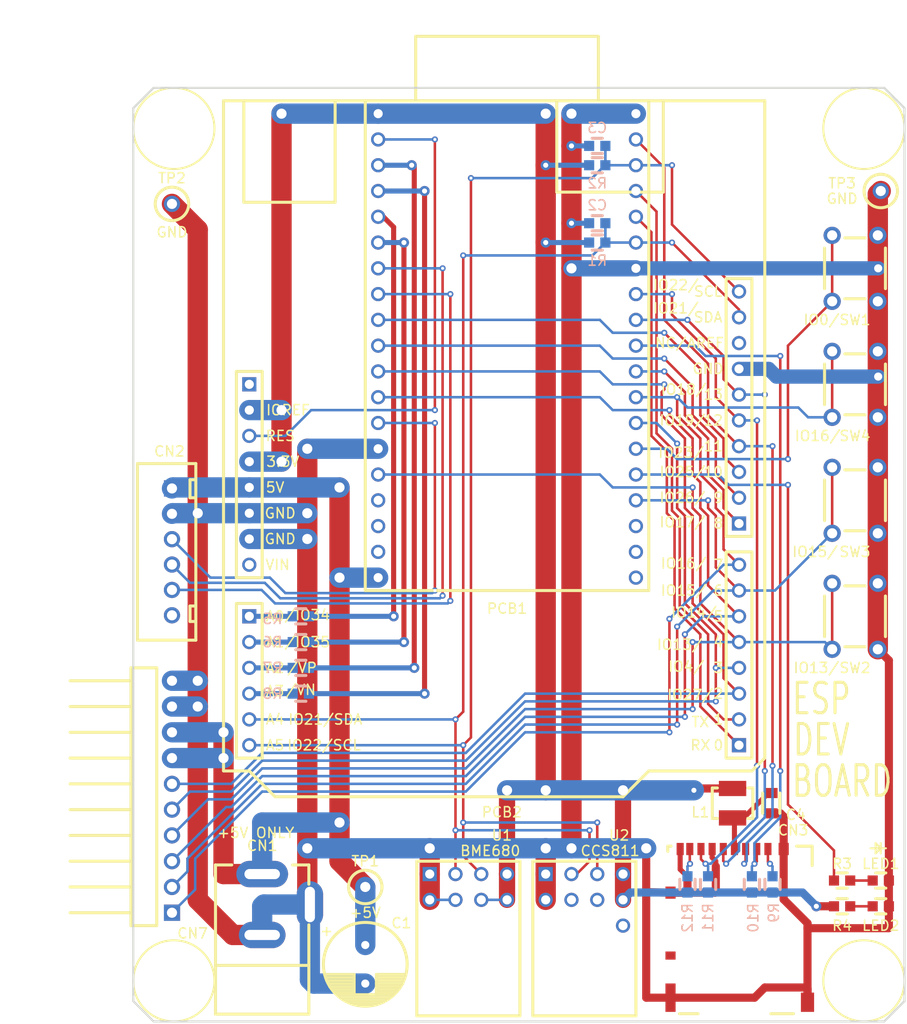
<source format=kicad_pcb>
(kicad_pcb (version 4) (host pcbnew 4.0.7)

  (general
    (links 124)
    (no_connects 0)
    (area 41.221429 41.3 130.128572 144.223)
    (thickness 1.6)
    (drawings 70)
    (tracks 542)
    (zones 0)
    (modules 38)
    (nets 54)
  )

  (page A4)
  (title_block
    (title "16 * 16 DOT MATRIX LED CONTROL BOARD")
    (rev 0)
    (comment 1 "designed by hamayan.")
  )

  (layers
    (0 F.Cu signal)
    (31 B.Cu signal hide)
    (32 B.Adhes user hide)
    (33 F.Adhes user hide)
    (34 B.Paste user hide)
    (35 F.Paste user hide)
    (36 B.SilkS user hide)
    (37 F.SilkS user)
    (38 B.Mask user)
    (39 F.Mask user)
    (40 Dwgs.User user)
    (41 Cmts.User user)
    (42 Eco1.User user hide)
    (43 Eco2.User user hide)
    (44 Edge.Cuts user)
    (45 Margin user hide)
    (46 B.CrtYd user hide)
    (47 F.CrtYd user hide)
    (48 B.Fab user hide)
    (49 F.Fab user hide)
  )

  (setup
    (last_trace_width 0.35)
    (user_trace_width 0.35)
    (user_trace_width 0.5)
    (user_trace_width 0.8)
    (user_trace_width 1)
    (user_trace_width 1.4)
    (user_trace_width 1.6)
    (user_trace_width 2)
    (trace_clearance 0.2)
    (zone_clearance 0.508)
    (zone_45_only yes)
    (trace_min 0.2)
    (segment_width 0.2)
    (edge_width 0.2)
    (via_size 0.6)
    (via_drill 0.3)
    (via_min_size 0.4)
    (via_min_drill 0.3)
    (user_via 1 0.5)
    (user_via 1.4 0.8)
    (user_via 1.6 1)
    (uvia_size 0.3)
    (uvia_drill 0.1)
    (uvias_allowed no)
    (uvia_min_size 0.2)
    (uvia_min_drill 0.1)
    (pcb_text_width 0.3)
    (pcb_text_size 1.5 1.5)
    (mod_edge_width 0.15)
    (mod_text_size 1 1)
    (mod_text_width 0.15)
    (pad_size 1.524 1.524)
    (pad_drill 0.762)
    (pad_to_mask_clearance 0.2)
    (aux_axis_origin 50.002 50.008)
    (grid_origin 50.002 50.008)
    (visible_elements 7FFE7BBF)
    (pcbplotparams
      (layerselection 0x010f0_80000001)
      (usegerberextensions false)
      (excludeedgelayer true)
      (linewidth 0.100000)
      (plotframeref false)
      (viasonmask false)
      (mode 1)
      (useauxorigin false)
      (hpglpennumber 1)
      (hpglpenspeed 20)
      (hpglpendiameter 15)
      (hpglpenoverlay 2)
      (psnegative false)
      (psa4output false)
      (plotreference true)
      (plotvalue true)
      (plotinvisibletext false)
      (padsonsilk false)
      (subtractmaskfromsilk false)
      (outputformat 1)
      (mirror false)
      (drillshape 0)
      (scaleselection 1)
      (outputdirectory gerber/))
  )

  (net 0 "")
  (net 1 +5V)
  (net 2 GND)
  (net 3 "Net-(LED1-Pad1)")
  (net 4 /D14)
  (net 5 "Net-(C4-Pad1)")
  (net 6 "Net-(CN3-Pad8)")
  (net 7 "Net-(CN3-Pad1)")
  (net 8 /IO5)
  (net 9 /D11)
  (net 10 /D13)
  (net 11 /D12)
  (net 12 "Net-(CN3-Pad10)")
  (net 13 /D3)
  (net 14 /D2)
  (net 15 /D4)
  (net 16 /D5)
  (net 17 /D6)
  (net 18 /D7)
  (net 19 +3V3)
  (net 20 "Net-(LED2-Pad1)")
  (net 21 /EN_32)
  (net 22 /VP_32)
  (net 23 /VN_32)
  (net 24 /IO34)
  (net 25 /IO35)
  (net 26 /RXD1)
  (net 27 /1PPS)
  (net 28 /D10)
  (net 29 /D9)
  (net 30 /TXD1)
  (net 31 "Net-(PCB1-Pad16)")
  (net 32 "Net-(PCB1-Pad17)")
  (net 33 "Net-(PCB1-Pad18)")
  (net 34 "Net-(PCB1-Pad20)")
  (net 35 "Net-(PCB1-Pad21)")
  (net 36 "Net-(PCB1-Pad22)")
  (net 37 /IO2)
  (net 38 /IO0)
  (net 39 /D8)
  (net 40 /RXD)
  (net 41 /TXD)
  (net 42 "Net-(PCB2-Pad1)")
  (net 43 "Net-(PCB2-Pad8)")
  (net 44 /A0)
  (net 45 /A1)
  (net 46 /A2)
  (net 47 /A3)
  (net 48 "Net-(PCB2-Pad30)")
  (net 49 "Net-(U2-Pad6)")
  (net 50 "Net-(U2-Pad7)")
  (net 51 "Net-(U2-Pad9)")
  (net 52 "Net-(CN2-Pad6)")
  (net 53 /D15)

  (net_class Default "これは標準のネット クラスです。"
    (clearance 0.2)
    (trace_width 0.25)
    (via_dia 0.6)
    (via_drill 0.3)
    (uvia_dia 0.3)
    (uvia_drill 0.1)
    (add_net +3V3)
    (add_net +5V)
    (add_net /1PPS)
    (add_net /A0)
    (add_net /A1)
    (add_net /A2)
    (add_net /A3)
    (add_net /D10)
    (add_net /D11)
    (add_net /D12)
    (add_net /D13)
    (add_net /D14)
    (add_net /D15)
    (add_net /D2)
    (add_net /D3)
    (add_net /D4)
    (add_net /D5)
    (add_net /D6)
    (add_net /D7)
    (add_net /D8)
    (add_net /D9)
    (add_net /EN_32)
    (add_net /IO0)
    (add_net /IO2)
    (add_net /IO34)
    (add_net /IO35)
    (add_net /IO5)
    (add_net /RXD)
    (add_net /RXD1)
    (add_net /TXD)
    (add_net /TXD1)
    (add_net /VN_32)
    (add_net /VP_32)
    (add_net GND)
    (add_net "Net-(C4-Pad1)")
    (add_net "Net-(CN2-Pad6)")
    (add_net "Net-(CN3-Pad1)")
    (add_net "Net-(CN3-Pad10)")
    (add_net "Net-(CN3-Pad8)")
    (add_net "Net-(LED1-Pad1)")
    (add_net "Net-(LED2-Pad1)")
    (add_net "Net-(PCB1-Pad16)")
    (add_net "Net-(PCB1-Pad17)")
    (add_net "Net-(PCB1-Pad18)")
    (add_net "Net-(PCB1-Pad20)")
    (add_net "Net-(PCB1-Pad21)")
    (add_net "Net-(PCB1-Pad22)")
    (add_net "Net-(PCB2-Pad1)")
    (add_net "Net-(PCB2-Pad30)")
    (add_net "Net-(PCB2-Pad8)")
    (add_net "Net-(U2-Pad6)")
    (add_net "Net-(U2-Pad7)")
    (add_net "Net-(U2-Pad9)")
  )

  (module Mounting_Holes:MountingHole_3.5mm (layer F.Cu) (tedit 60A2271E) (tstamp 60A297BE)
    (at 54 54)
    (descr "Mounting Hole 3.5mm, no annular")
    (tags "mounting hole 3.5mm no annular")
    (attr virtual)
    (fp_text reference REF** (at 0 0) (layer F.SilkS) hide
      (effects (font (size 1 1) (thickness 0.15)))
    )
    (fp_text value MountingHole_3.5mm (at 0 4.5) (layer F.Fab)
      (effects (font (size 1 1) (thickness 0.15)))
    )
    (fp_text user %R (at 0.3 0) (layer F.Fab)
      (effects (font (size 1 1) (thickness 0.15)))
    )
    (fp_circle (center 0 0) (end 3.5 0) (layer Cmts.User) (width 0.15))
    (fp_circle (center 0 0) (end 3.75 0) (layer F.CrtYd) (width 0.05))
    (pad 1 np_thru_hole circle (at 0 0) (size 3.5 3.5) (drill 3.5) (layers *.Cu *.Mask))
  )

  (module Mounting_Holes:MountingHole_3.5mm (layer F.Cu) (tedit 60A2272A) (tstamp 60A297BF)
    (at 122 54)
    (descr "Mounting Hole 3.5mm, no annular")
    (tags "mounting hole 3.5mm no annular")
    (attr virtual)
    (fp_text reference REF** (at 0 0) (layer F.SilkS) hide
      (effects (font (size 1 1) (thickness 0.15)))
    )
    (fp_text value MountingHole_3.5mm (at 0 4.5) (layer F.Fab)
      (effects (font (size 1 1) (thickness 0.15)))
    )
    (fp_text user %R (at 0.3 0) (layer F.Fab)
      (effects (font (size 1 1) (thickness 0.15)))
    )
    (fp_circle (center 0 0) (end 3.5 0) (layer Cmts.User) (width 0.15))
    (fp_circle (center 0 0) (end 3.75 0) (layer F.CrtYd) (width 0.05))
    (pad 1 np_thru_hole circle (at 0 0) (size 3.5 3.5) (drill 3.5) (layers *.Cu *.Mask))
  )

  (module Mounting_Holes:MountingHole_3.5mm (layer F.Cu) (tedit 60A22736) (tstamp 60A297C0)
    (at 122 138)
    (descr "Mounting Hole 3.5mm, no annular")
    (tags "mounting hole 3.5mm no annular")
    (attr virtual)
    (fp_text reference REF** (at 0 0) (layer F.SilkS) hide
      (effects (font (size 1 1) (thickness 0.15)))
    )
    (fp_text value MountingHole_3.5mm (at 0 4.5) (layer F.Fab)
      (effects (font (size 1 1) (thickness 0.15)))
    )
    (fp_text user %R (at 0.3 0) (layer F.Fab)
      (effects (font (size 1 1) (thickness 0.15)))
    )
    (fp_circle (center 0 0) (end 3.5 0) (layer Cmts.User) (width 0.15))
    (fp_circle (center 0 0) (end 3.75 0) (layer F.CrtYd) (width 0.05))
    (pad 1 np_thru_hole circle (at 0 0) (size 3.5 3.5) (drill 3.5) (layers *.Cu *.Mask))
  )

  (module Mounting_Holes:MountingHole_3.5mm (layer F.Cu) (tedit 60A322AB) (tstamp 60A297C1)
    (at 54 138)
    (descr "Mounting Hole 3.5mm, no annular")
    (tags "mounting hole 3.5mm no annular")
    (attr virtual)
    (fp_text reference REF** (at 0.066 0.146) (layer F.SilkS) hide
      (effects (font (size 1 1) (thickness 0.15)))
    )
    (fp_text value MountingHole_3.5mm (at 0 4.5) (layer F.Fab)
      (effects (font (size 1 1) (thickness 0.15)))
    )
    (fp_text user %R (at 0.3 0) (layer F.Fab)
      (effects (font (size 1 1) (thickness 0.15)))
    )
    (fp_circle (center 0 0) (end 3.5 0) (layer Cmts.User) (width 0.15))
    (fp_circle (center 0 0) (end 3.75 0) (layer F.CrtYd) (width 0.05))
    (pad 1 np_thru_hole circle (at 0 0) (size 3.5 3.5) (drill 3.5) (layers *.Cu *.Mask))
  )

  (module A01myFootPrint:cn_PH-1X10RG_2 (layer F.Cu) (tedit 60B44070) (tstamp 60A48E1E)
    (at 53.812 119.858 90)
    (path /60B05460)
    (fp_text reference CN7 (at -13.462 2.032 180) (layer F.SilkS)
      (effects (font (size 1 1) (thickness 0.15)))
    )
    (fp_text value "PH-1X10RG(2)" (at 0 2.54 90) (layer F.Fab)
      (effects (font (size 1 1) (thickness 0.15)))
    )
    (fp_line (start 11.43 -4.04) (end 11.43 -10.04) (layer F.SilkS) (width 0.3))
    (fp_line (start 8.89 -4.04) (end 8.89 -10.04) (layer F.SilkS) (width 0.3))
    (fp_line (start 6.35 -4.04) (end 6.35 -10.04) (layer F.SilkS) (width 0.3))
    (fp_line (start 3.81 -4.04) (end 3.81 -10.04) (layer F.SilkS) (width 0.3))
    (fp_line (start 1.27 -4.04) (end 1.27 -10.04) (layer F.SilkS) (width 0.3))
    (fp_line (start -1.27 -4.04) (end -1.27 -10.04) (layer F.SilkS) (width 0.3))
    (fp_line (start -3.81 -4.04) (end -3.81 -10.04) (layer F.SilkS) (width 0.3))
    (fp_line (start -6.35 -4.04) (end -6.35 -10.04) (layer F.SilkS) (width 0.3))
    (fp_line (start -8.89 -4.04) (end -8.89 -10.04) (layer F.SilkS) (width 0.3))
    (fp_line (start -11.43 -4.04) (end -11.43 -10.04) (layer F.SilkS) (width 0.3))
    (fp_line (start -12.7 -1.5) (end 12.7 -1.5) (layer F.SilkS) (width 0.3))
    (fp_line (start 12.7 -1.5) (end 12.7 -4.04) (layer F.SilkS) (width 0.3))
    (fp_line (start 12.7 -4.04) (end -12.7 -4.04) (layer F.SilkS) (width 0.3))
    (fp_line (start -12.7 -4.04) (end -12.7 -1.5) (layer F.SilkS) (width 0.3))
    (pad 5 thru_hole circle (at -1.27 0 90) (size 1.6 1.6) (drill 1) (layers *.Cu *.Mask)
      (net 13 /D3))
    (pad 6 thru_hole circle (at 1.27 0 90) (size 1.6 1.6) (drill 1) (layers *.Cu *.Mask)
      (net 14 /D2))
    (pad 7 thru_hole circle (at 3.81 0 90) (size 1.6 1.6) (drill 1) (layers *.Cu *.Mask)
      (net 1 +5V))
    (pad 8 thru_hole circle (at 6.35 0 90) (size 1.6 1.6) (drill 1) (layers *.Cu *.Mask)
      (net 1 +5V))
    (pad 9 thru_hole circle (at 8.89 0 90) (size 1.6 1.6) (drill 1) (layers *.Cu *.Mask)
      (net 2 GND))
    (pad 10 thru_hole circle (at 11.43 0 90) (size 1.6 1.6) (drill 1) (layers *.Cu *.Mask)
      (net 2 GND))
    (pad 4 thru_hole circle (at -3.81 0 90) (size 1.6 1.6) (drill 1) (layers *.Cu *.Mask)
      (net 15 /D4))
    (pad 3 thru_hole circle (at -6.35 0 90) (size 1.6 1.6) (drill 1) (layers *.Cu *.Mask)
      (net 16 /D5))
    (pad 2 thru_hole circle (at -8.89 0 90) (size 1.6 1.6) (drill 1) (layers *.Cu *.Mask)
      (net 17 /D6))
    (pad 1 thru_hole rect (at -11.43 0 90) (size 1.6 1.6) (drill 1) (layers *.Cu *.Mask)
      (net 18 /D7))
  )

  (module A01myFootPrint:CP_Radial_D8.25mm_P3.80mm (layer F.Cu) (tedit 60B440A5) (tstamp 60B09149)
    (at 72.862 136.368 270)
    (descr "CP, Radial series, Radial, pin pitch=3.80mm, , diameter=8mm, Electrolytic Capacitor")
    (tags "CP Radial series Radial pin pitch 3.80mm  diameter 8mm Electrolytic Capacitor")
    (path /60AEFE2C)
    (fp_text reference C1 (at -4.064 -3.556 360) (layer F.SilkS)
      (effects (font (size 1 1) (thickness 0.15)))
    )
    (fp_text value 220uF/10V (at 1.9 5.06 270) (layer F.Fab)
      (effects (font (size 1 1) (thickness 0.15)))
    )
    (fp_line (start 3.9 1.4) (end 3.9 -1.3) (layer F.SilkS) (width 0.3))
    (fp_line (start 3.6 -2) (end 3.6 2) (layer F.SilkS) (width 0.3))
    (fp_line (start 3.3 2.4) (end 3.3 -2.4) (layer F.SilkS) (width 0.3))
    (fp_line (start 3 2.8) (end 3 1.1) (layer F.SilkS) (width 0.3))
    (fp_line (start 2.8 3) (end 2.8 1.1) (layer F.SilkS) (width 0.3))
    (fp_line (start 2.5 3.2) (end 2.5 1.1) (layer F.SilkS) (width 0.3))
    (fp_line (start 2.2 3.5) (end 2.2 1.1) (layer F.SilkS) (width 0.3))
    (fp_line (start 1.9 3.6) (end 1.9 1.1) (layer F.SilkS) (width 0.3))
    (fp_line (start 3 -1.1) (end 3 -2.8) (layer F.SilkS) (width 0.3))
    (fp_line (start 2.8 -1.1) (end 2.8 -3) (layer F.SilkS) (width 0.3))
    (fp_line (start 2.5 -1.1) (end 2.5 -3.3) (layer F.SilkS) (width 0.3))
    (fp_line (start 2.2 -1.1) (end 2.2 -3.5) (layer F.SilkS) (width 0.3))
    (fp_line (start 1.9 -3.7) (end 1.9 -1.1) (layer F.SilkS) (width 0.3))
    (fp_line (start 1.3 -3.9) (end 1.3 -1.1) (layer F.SilkS) (width 0.3))
    (fp_line (start 1.3 3.9) (end 1.3 1.1) (layer F.SilkS) (width 0.3))
    (fp_line (start 1 -4) (end 1 -1.1) (layer F.SilkS) (width 0.3))
    (fp_line (start 1 -1.1) (end 3 -1.1) (layer F.SilkS) (width 0.3))
    (fp_line (start 3 -1.1) (end 3 1.1) (layer F.SilkS) (width 0.3))
    (fp_line (start 3 1.1) (end 1 1.1) (layer F.SilkS) (width 0.3))
    (fp_line (start 1 1.1) (end 1 4) (layer F.SilkS) (width 0.3))
    (fp_line (start 1.6 -3.7) (end 1.6 -1.1) (layer F.SilkS) (width 0.3))
    (fp_line (start 1.6 1.1) (end 1.6 3.8) (layer F.SilkS) (width 0.3))
    (fp_circle (center 0 0) (end 4.125 0) (layer F.SilkS) (width 0.3))
    (pad 1 thru_hole circle (at -1.9 0 270) (size 1.6 1.6) (drill 0.8) (layers *.Cu *.Mask)
      (net 1 +5V))
    (pad 2 thru_hole circle (at 1.9 0 270) (size 1.6 1.6) (drill 0.8) (layers *.Cu *.Mask)
      (net 2 GND))
    (model ${KISYS3DMOD}/Capacitors_THT.3dshapes/CP_Radial_D8.0mm_P2.50mm.wrl
      (at (xyz -0.0492 0 0))
      (scale (xyz 1.03125 1.03125 1))
      (rotate (xyz 0 0 0))
    )
  )

  (module A01myFootPrint:C_0603 (layer B.Cu) (tedit 60B46E6F) (tstamp 60B0914F)
    (at 95.722 63.343 180)
    (descr "Capacitor SMD 0603, reflow soldering, AVX (see smccp.pdf)")
    (tags "capacitor 0603")
    (path /60B463A6)
    (attr smd)
    (fp_text reference C2 (at 0 1.778 180) (layer B.SilkS)
      (effects (font (size 1 1) (thickness 0.15)) (justify mirror))
    )
    (fp_text value 100pF (at 0 -1.5 180) (layer B.Fab)
      (effects (font (size 1 1) (thickness 0.15)) (justify mirror))
    )
    (fp_text user %R (at 0 1.5 180) (layer B.Fab)
      (effects (font (size 1 1) (thickness 0.15)) (justify mirror))
    )
    (fp_line (start -0.8 -0.4) (end -0.8 0.4) (layer B.Fab) (width 0.1))
    (fp_line (start 0.8 -0.4) (end -0.8 -0.4) (layer B.Fab) (width 0.1))
    (fp_line (start 0.8 0.4) (end 0.8 -0.4) (layer B.Fab) (width 0.1))
    (fp_line (start -0.8 0.4) (end 0.8 0.4) (layer B.Fab) (width 0.1))
    (fp_line (start -0.5 0.75) (end 0.5 0.75) (layer B.SilkS) (width 0.3))
    (fp_line (start 0.5 -0.75) (end -0.5 -0.75) (layer B.SilkS) (width 0.3))
    (fp_line (start -1.4 0.65) (end 1.4 0.65) (layer B.CrtYd) (width 0.05))
    (fp_line (start -1.4 0.65) (end -1.4 -0.65) (layer B.CrtYd) (width 0.05))
    (fp_line (start 1.4 -0.65) (end 1.4 0.65) (layer B.CrtYd) (width 0.05))
    (fp_line (start 1.4 -0.65) (end -1.4 -0.65) (layer B.CrtYd) (width 0.05))
    (pad 1 smd rect (at -0.8 0 180) (size 1 1) (layers B.Cu B.Paste B.Mask)
      (net 4 /D14))
    (pad 2 smd rect (at 0.8 0 180) (size 1 1) (layers B.Cu B.Paste B.Mask)
      (net 2 GND))
    (model Capacitors_SMD.3dshapes/C_0603.wrl
      (at (xyz 0 0 0))
      (scale (xyz 1 1 1))
      (rotate (xyz 0 0 0))
    )
  )

  (module A01myFootPrint:C_0603 (layer B.Cu) (tedit 60B46E77) (tstamp 60B09155)
    (at 95.722 55.723 180)
    (descr "Capacitor SMD 0603, reflow soldering, AVX (see smccp.pdf)")
    (tags "capacitor 0603")
    (path /60B46631)
    (attr smd)
    (fp_text reference C3 (at 0 1.778 180) (layer B.SilkS)
      (effects (font (size 1 1) (thickness 0.15)) (justify mirror))
    )
    (fp_text value 100pF (at 0 -1.5 180) (layer B.Fab)
      (effects (font (size 1 1) (thickness 0.15)) (justify mirror))
    )
    (fp_text user %R (at 0 1.5 180) (layer B.Fab)
      (effects (font (size 1 1) (thickness 0.15)) (justify mirror))
    )
    (fp_line (start -0.8 -0.4) (end -0.8 0.4) (layer B.Fab) (width 0.1))
    (fp_line (start 0.8 -0.4) (end -0.8 -0.4) (layer B.Fab) (width 0.1))
    (fp_line (start 0.8 0.4) (end 0.8 -0.4) (layer B.Fab) (width 0.1))
    (fp_line (start -0.8 0.4) (end 0.8 0.4) (layer B.Fab) (width 0.1))
    (fp_line (start -0.5 0.75) (end 0.5 0.75) (layer B.SilkS) (width 0.3))
    (fp_line (start 0.5 -0.75) (end -0.5 -0.75) (layer B.SilkS) (width 0.3))
    (fp_line (start -1.4 0.65) (end 1.4 0.65) (layer B.CrtYd) (width 0.05))
    (fp_line (start -1.4 0.65) (end -1.4 -0.65) (layer B.CrtYd) (width 0.05))
    (fp_line (start 1.4 -0.65) (end 1.4 0.65) (layer B.CrtYd) (width 0.05))
    (fp_line (start 1.4 -0.65) (end -1.4 -0.65) (layer B.CrtYd) (width 0.05))
    (pad 1 smd rect (at -0.8 0 180) (size 1 1) (layers B.Cu B.Paste B.Mask)
      (net 53 /D15))
    (pad 2 smd rect (at 0.8 0 180) (size 1 1) (layers B.Cu B.Paste B.Mask)
      (net 2 GND))
    (model Capacitors_SMD.3dshapes/C_0603.wrl
      (at (xyz 0 0 0))
      (scale (xyz 1 1 1))
      (rotate (xyz 0 0 0))
    )
  )

  (module A01myFootPrint:C_0805 (layer F.Cu) (tedit 60B44175) (tstamp 60B0915B)
    (at 112.867 120.493 270)
    (descr "Capacitor SMD 0805, reflow soldering, AVX (see smccp.pdf)")
    (tags "capacitor 0805")
    (path /60B193B3)
    (attr smd)
    (fp_text reference C4 (at 1.143 -2.413 360) (layer F.SilkS)
      (effects (font (size 1 1) (thickness 0.15)))
    )
    (fp_text value 10uF (at 0 1.75 270) (layer F.Fab)
      (effects (font (size 1 1) (thickness 0.15)))
    )
    (fp_text user %R (at 0 -1.5 270) (layer F.Fab)
      (effects (font (size 1 1) (thickness 0.15)))
    )
    (fp_line (start -1 0.62) (end -1 -0.62) (layer F.Fab) (width 0.1))
    (fp_line (start 1 0.62) (end -1 0.62) (layer F.Fab) (width 0.1))
    (fp_line (start 1 -0.62) (end 1 0.62) (layer F.Fab) (width 0.1))
    (fp_line (start -1 -0.62) (end 1 -0.62) (layer F.Fab) (width 0.1))
    (fp_line (start 1 -0.85) (end -1 -0.85) (layer F.SilkS) (width 0.3))
    (fp_line (start -1 0.85) (end 1 0.85) (layer F.SilkS) (width 0.3))
    (fp_line (start -1.75 -0.88) (end 1.75 -0.88) (layer F.CrtYd) (width 0.05))
    (fp_line (start -1.75 -0.88) (end -1.75 0.87) (layer F.CrtYd) (width 0.05))
    (fp_line (start 1.75 0.87) (end 1.75 -0.88) (layer F.CrtYd) (width 0.05))
    (fp_line (start 1.75 0.87) (end -1.75 0.87) (layer F.CrtYd) (width 0.05))
    (pad 1 smd rect (at -1 0 270) (size 1 1.25) (layers F.Cu F.Paste F.Mask)
      (net 5 "Net-(C4-Pad1)"))
    (pad 2 smd rect (at 1 0 270) (size 1 1.25) (layers F.Cu F.Paste F.Mask)
      (net 2 GND))
    (model Capacitors_SMD.3dshapes/C_0805.wrl
      (at (xyz 0 0 0))
      (scale (xyz 1 1 1))
      (rotate (xyz 0 0 0))
    )
  )

  (module A01myFootPrint:MJ-179P (layer F.Cu) (tedit 60B4407A) (tstamp 60B09162)
    (at 62.702 127.478 90)
    (descr "DC Barrel Jack")
    (tags "Power Jack")
    (path /60AEFCEE)
    (fp_text reference CN1 (at 2.794 0 360) (layer F.SilkS)
      (effects (font (size 1 1) (thickness 0.15)))
    )
    (fp_text value MJ-179P (at -7.62 7.62 90) (layer F.Fab)
      (effects (font (size 1 1) (thickness 0.15)))
    )
    (fp_line (start -9 -4.6) (end -9 4.6) (layer F.SilkS) (width 0.3))
    (fp_line (start -5 4.6) (end -13.8 4.6) (layer F.SilkS) (width 0.3))
    (fp_line (start -13.8 4.6) (end -13.8 -4.6) (layer F.SilkS) (width 0.3))
    (fp_line (start 0.9 3) (end 0.9 4.6) (layer F.SilkS) (width 0.3))
    (fp_line (start 0.9 4.6) (end -1 4.6) (layer F.SilkS) (width 0.3))
    (fp_line (start -13.8 -4.6) (end 0.9 -4.6) (layer F.SilkS) (width 0.3))
    (fp_line (start 0.9 -4.6) (end 0.9 -3) (layer F.SilkS) (width 0.3))
    (pad 1 thru_hole oval (at 0 0 90) (size 2.6 5.1) (drill oval 1 3.5) (layers *.Cu *.Mask)
      (net 1 +5V))
    (pad 2 thru_hole oval (at -6 0 90) (size 2.6 4.6) (drill oval 1 3.5) (layers *.Cu *.Mask)
      (net 2 GND))
    (pad 3 thru_hole oval (at -3 4.7 90) (size 4.6 2.6) (drill oval 3.5 1) (layers *.Cu *.Mask)
      (net 2 GND))
  )

  (module A01myFootPrint:cn_DM3AT-SF-PEJM5 (layer F.Cu) (tedit 60B440C6) (tstamp 60B0917B)
    (at 109.692 132.558)
    (descr "MicroSD card socket")
    (tags "MicroSD card socket")
    (path /60B18365)
    (attr smd)
    (fp_text reference CN3 (at 5.334 -9.398 180) (layer F.SilkS)
      (effects (font (size 1 1) (thickness 0.15)))
    )
    (fp_text value DM3AT-SF-PEJM5 (at -0.35 10.59) (layer F.Fab)
      (effects (font (size 1 1) (thickness 0.15)))
    )
    (fp_line (start -8 8) (end -8 -6) (layer Dwgs.User) (width 0.12))
    (fp_text user "Copper Keep Out" (at -9.144 1.143 90) (layer Cmts.User)
      (effects (font (size 1 1) (thickness 0.15)))
    )
    (fp_line (start -5.87 8.68) (end -4.03 8.68) (layer F.SilkS) (width 0.3))
    (fp_line (start 5.37 8.68) (end 3.14 8.68) (layer F.SilkS) (width 0.3))
    (fp_line (start -7.02 -7.83) (end -7.02 -7.32) (layer F.SilkS) (width 0.3))
    (fp_line (start -6.7 -7.83) (end -7.02 -7.83) (layer F.SilkS) (width 0.3))
    (fp_line (start 7.21 -7.83) (end 7.21 -5.92) (layer F.SilkS) (width 0.3))
    (fp_line (start 5.68 -7.83) (end 7.21 -7.83) (layer F.SilkS) (width 0.3))
    (fp_line (start -7.55 8.81) (end -7.55 -8.72) (layer F.CrtYd) (width 0.05))
    (fp_line (start 7.75 8.81) (end -7.55 8.81) (layer F.CrtYd) (width 0.05))
    (fp_line (start 7.75 -8.72) (end 7.75 8.81) (layer F.CrtYd) (width 0.05))
    (fp_line (start -7.55 -8.72) (end 7.75 -8.72) (layer F.CrtYd) (width 0.05))
    (fp_line (start -7.15 0.95) (end -7.15 -7.1) (layer Dwgs.User) (width 0.12))
    (fp_line (start -6.4 0.95) (end -7.15 0.95) (layer Dwgs.User) (width 0.12))
    (fp_line (start -6.4 -7.1) (end -6.4 0.95) (layer Dwgs.User) (width 0.12))
    (fp_line (start -7.15 -7.1) (end -6.4 -7.1) (layer Dwgs.User) (width 0.12))
    (fp_line (start -6.05 6.35) (end -6.05 -1.25) (layer Dwgs.User) (width 0.12))
    (fp_line (start -5.35 6.35) (end -6.05 6.35) (layer Dwgs.User) (width 0.12))
    (fp_line (start -5.35 -1.25) (end -5.35 6.35) (layer Dwgs.User) (width 0.12))
    (fp_line (start -6.05 -1.25) (end -5.35 -1.25) (layer Dwgs.User) (width 0.12))
    (fp_line (start 3 8.5) (end 3 7.15) (layer Dwgs.User) (width 0.12))
    (fp_line (start 5.55 8.5) (end 3 8.5) (layer Dwgs.User) (width 0.12))
    (fp_line (start 5.55 7.15) (end 5.55 8.5) (layer Dwgs.User) (width 0.12))
    (fp_line (start 3 7.15) (end 5.55 7.15) (layer Dwgs.User) (width 0.12))
    (fp_line (start -5.35 -2.55) (end -5.35 -0.95) (layer Dwgs.User) (width 0.12))
    (fp_line (start 3.35 -0.95) (end -5.35 -0.95) (layer Dwgs.User) (width 0.12))
    (fp_line (start 3.35 -2.55) (end 3.35 -0.95) (layer Dwgs.User) (width 0.12))
    (fp_line (start -5.35 -2.55) (end 3.35 -2.55) (layer Dwgs.User) (width 0.12))
    (fp_line (start -2.19 6.1) (end -2.19 5.9) (layer F.Fab) (width 0.1))
    (fp_line (start -3.84 8.3) (end -3.84 7.11) (layer F.Fab) (width 0.1))
    (fp_line (start -3.69 6.76) (end -3.19 6.25) (layer F.Fab) (width 0.1))
    (fp_line (start -2.83 6.1) (end -2.19 6.1) (layer F.Fab) (width 0.1))
    (fp_line (start 0.86 -6.8) (end 0.86 -7.65) (layer F.Fab) (width 0.1))
    (fp_line (start -2.44 -6.8) (end -2.44 -7.65) (layer F.Fab) (width 0.1))
    (fp_line (start 6.21 6.8) (end 6.81 6.8) (layer F.Fab) (width 0.1))
    (fp_line (start -6.84 2.75) (end -6.84 3.15) (layer F.Fab) (width 0.1))
    (fp_line (start -6.68 -2.84) (end -6.69 -2.84) (layer F.Fab) (width 0.1))
    (fp_line (start -3.54 -6.8) (end -3.54 -7.65) (layer F.Fab) (width 0.1))
    (fp_line (start -5.04 -7.65) (end -5.04 -6.8) (layer F.Fab) (width 0.1))
    (fp_line (start 1.96 -7.65) (end 1.56 -7.65) (layer F.Fab) (width 0.1))
    (fp_line (start -1.74 -7.65) (end -1.74 -6.8) (layer F.Fab) (width 0.1))
    (fp_line (start -1.34 -6.8) (end -1.34 -7.65) (layer F.Fab) (width 0.1))
    (fp_line (start -3.54 -7.05) (end -3.94 -7.05) (layer F.Fab) (width 0.1))
    (fp_line (start 3.06 -6.8) (end 3.06 -7.65) (layer F.Fab) (width 0.1))
    (fp_line (start -0.64 -7.65) (end -0.64 -6.8) (layer F.Fab) (width 0.1))
    (fp_line (start 7.01 7.85) (end 7.01 8.1) (layer F.Fab) (width 0.1))
    (fp_line (start 2.66 -7.65) (end 2.66 -6.8) (layer F.Fab) (width 0.1))
    (fp_line (start 0.46 -7.65) (end 0.46 -6.8) (layer F.Fab) (width 0.1))
    (fp_line (start -1.34 -7.65) (end -1.74 -7.65) (layer F.Fab) (width 0.1))
    (fp_line (start 7.01 7) (end 7.01 7.25) (layer F.Fab) (width 0.1))
    (fp_line (start 6.81 8.3) (end 6.21 8.3) (layer F.Fab) (width 0.1))
    (fp_line (start -6.69 -2.84) (end -6.69 -2.83) (layer F.Fab) (width 0.1))
    (fp_line (start -0.24 -7.05) (end -0.64 -7.05) (layer F.Fab) (width 0.1))
    (fp_line (start 4.31 -7.65) (end 4.51 -7.65) (layer F.Fab) (width 0.1))
    (fp_line (start 4.71 -7.05) (end 4.71 -7.45) (layer F.Fab) (width 0.1))
    (fp_line (start 1.96 -6.8) (end 1.96 -7.65) (layer F.Fab) (width 0.1))
    (fp_line (start -6.84 6.9) (end -6.84 6.7) (layer F.Fab) (width 0.1))
    (fp_line (start -4.64 -7.05) (end -5.04 -7.05) (layer F.Fab) (width 0.1))
    (fp_line (start -6.04 8.3) (end -6.64 8.3) (layer F.Fab) (width 0.1))
    (fp_line (start -6.34 -3.45) (end -6.34 -3.05) (layer F.Fab) (width 0.1))
    (fp_line (start 3.06 -7.05) (end 2.66 -7.05) (layer F.Fab) (width 0.1))
    (fp_line (start -6.64 5.9) (end -6.34 5.9) (layer F.Fab) (width 0.1))
    (fp_line (start -4.64 -7.65) (end -5.04 -7.65) (layer F.Fab) (width 0.1))
    (fp_line (start -6.54 -2.85) (end -6.83 -2.85) (layer F.Fab) (width 0.1))
    (fp_line (start -1.34 -7.05) (end -1.74 -7.05) (layer F.Fab) (width 0.1))
    (fp_line (start 4.11 -7.05) (end 4.71 -7.05) (layer F.Fab) (width 0.1))
    (fp_line (start 4.11 -7.45) (end 4.11 -7.05) (layer F.Fab) (width 0.1))
    (fp_line (start -6.34 3.15) (end -6.34 2.75) (layer F.Fab) (width 0.1))
    (fp_line (start -4.64 -6.8) (end -4.64 -7.65) (layer F.Fab) (width 0.1))
    (fp_line (start -6.84 3.15) (end -6.34 3.15) (layer F.Fab) (width 0.1))
    (fp_line (start 0.86 -7.65) (end 0.46 -7.65) (layer F.Fab) (width 0.1))
    (fp_line (start -3.54 -7.65) (end -3.94 -7.65) (layer F.Fab) (width 0.1))
    (fp_line (start -6.84 -3.66) (end -6.83 -3.65) (layer F.Fab) (width 0.1))
    (fp_line (start -0.24 -7.65) (end -0.64 -7.65) (layer F.Fab) (width 0.1))
    (fp_line (start -0.24 -6.8) (end -0.24 -7.65) (layer F.Fab) (width 0.1))
    (fp_line (start 6.21 6.7) (end 6.21 8.3) (layer F.Fab) (width 0.1))
    (fp_line (start -6.84 7.5) (end -6.84 7.3) (layer F.Fab) (width 0.1))
    (fp_line (start -3.94 -7.65) (end -3.94 -6.8) (layer F.Fab) (width 0.1))
    (fp_line (start 3.06 -7.65) (end 2.66 -7.65) (layer F.Fab) (width 0.1))
    (fp_line (start -2.84 -7.65) (end -2.84 -6.8) (layer F.Fab) (width 0.1))
    (fp_line (start 1.96 -7.05) (end 1.56 -7.05) (layer F.Fab) (width 0.1))
    (fp_line (start 0.86 -7.05) (end 0.46 -7.05) (layer F.Fab) (width 0.1))
    (fp_line (start -2.44 -7.05) (end -2.84 -7.05) (layer F.Fab) (width 0.1))
    (fp_line (start 1.56 -7.65) (end 1.56 -6.8) (layer F.Fab) (width 0.1))
    (fp_line (start -2.44 -7.65) (end -2.84 -7.65) (layer F.Fab) (width 0.1))
    (fp_line (start -6.84 8.1) (end -6.84 7.9) (layer F.Fab) (width 0.1))
    (fp_line (start -6.83 -3.65) (end -6.54 -3.65) (layer F.Fab) (width 0.1))
    (fp_line (start -6.84 6.3) (end -6.84 6.1) (layer F.Fab) (width 0.1))
    (fp_line (start -6.34 2.75) (end -6.84 2.75) (layer F.Fab) (width 0.1))
    (fp_line (start -6.04 -7.65) (end -6.04 -6.9) (layer F.Fab) (width 0.1))
    (fp_line (start -5.94 -4.15) (end -6.69 -4.15) (layer F.Fab) (width 0.1))
    (fp_line (start 5.56 8.3) (end 6.16 8.3) (layer F.Fab) (width 0.1))
    (fp_line (start -6.84 1.7) (end -6.84 2.65) (layer F.Fab) (width 0.1))
    (fp_line (start -6.04 3.65) (end -6.04 2.25) (layer F.Fab) (width 0.1))
    (fp_line (start -6.04 3.65) (end -6.84 3.65) (layer F.Fab) (width 0.1))
    (fp_line (start -5.54 -7.65) (end -6.04 -7.65) (layer F.Fab) (width 0.1))
    (fp_line (start 6.16 8.3) (end 6.16 8.15) (layer F.Fab) (width 0.1))
    (fp_line (start -6.69 -2.35) (end -5.94 -2.35) (layer F.Fab) (width 0.1))
    (fp_line (start -6.84 1.7) (end -6.69 1.7) (layer F.Fab) (width 0.1))
    (fp_line (start -5.54 -7.35) (end -5.69 -7.2) (layer F.Fab) (width 0.1))
    (fp_line (start -6.04 2.25) (end -6.84 2.25) (layer F.Fab) (width 0.1))
    (fp_line (start -6.84 4.83) (end -6.84 3.25) (layer F.Fab) (width 0.1))
    (fp_line (start -6.34 4.83) (end -6.84 4.83) (layer F.Fab) (width 0.1))
    (fp_line (start -5.94 -2.35) (end -5.94 -4.15) (layer F.Fab) (width 0.1))
    (fp_line (start -6.04 -7.2) (end -5.69 -7.2) (layer F.Fab) (width 0.1))
    (fp_line (start -5.54 -7.65) (end -5.54 -7.35) (layer F.Fab) (width 0.1))
    (fp_line (start 6.16 8.15) (end 5.56 8.15) (layer F.Fab) (width 0.1))
    (fp_line (start 5.76 8.3) (end 5.76 8.15) (layer F.Fab) (width 0.1))
    (fp_line (start -4.04 8.5) (end -5.84 8.5) (layer F.Fab) (width 0.1))
    (fp_line (start -4.67 6.5) (end -4.67 8.5) (layer F.Fab) (width 0.1))
    (fp_line (start -3.84 8.3) (end -4.04 8.5) (layer F.Fab) (width 0.1))
    (fp_line (start -6.04 8.3) (end -6.04 5.4) (layer F.Fab) (width 0.1))
    (fp_line (start -5.84 8.5) (end -6.04 8.3) (layer F.Fab) (width 0.1))
    (fp_line (start -5.67 6.5) (end -5.67 8.5) (layer F.Fab) (width 0.1))
    (fp_line (start -6.34 8.3) (end -6.34 4.83) (layer F.Fab) (width 0.1))
    (fp_line (start -5.17 6.5) (end -5.67 6.5) (layer F.Fab) (width 0.1))
    (fp_line (start -6.04 5.4) (end -6.34 5.4) (layer F.Fab) (width 0.1))
    (fp_line (start -5.17 8.5) (end -5.17 6.5) (layer F.Fab) (width 0.1))
    (fp_line (start -4.17 6.5) (end -4.67 6.5) (layer F.Fab) (width 0.1))
    (fp_line (start -4.17 8.5) (end -4.17 6.5) (layer F.Fab) (width 0.1))
    (fp_line (start 5.19 6.96) (end 5.21 6.85) (layer F.Fab) (width 0.1))
    (fp_line (start 4.48 6.96) (end 4.54 7.05) (layer F.Fab) (width 0.1))
    (fp_line (start 5.13 7.05) (end 5.19 6.96) (layer F.Fab) (width 0.1))
    (fp_line (start -6.84 -2.84) (end -6.83 -2.85) (layer F.Fab) (width 0.1))
    (fp_line (start -6.64 -2.85) (end -6.65 -2.85) (layer F.Fab) (width 0.1))
    (fp_line (start -6.65 -2.85) (end -6.66 -2.85) (layer F.Fab) (width 0.1))
    (fp_line (start -6.66 -2.85) (end -6.67 -2.84) (layer F.Fab) (width 0.1))
    (fp_line (start -6.84 -2.83) (end -6.84 -2.84) (layer F.Fab) (width 0.1))
    (fp_line (start -6.67 -2.84) (end -6.68 -2.84) (layer F.Fab) (width 0.1))
    (fp_line (start 4.46 6.85) (end 4.48 6.96) (layer F.Fab) (width 0.1))
    (fp_line (start 5.21 3.15) (end 5.21 2.4) (layer F.Fab) (width 0.1))
    (fp_line (start 6.86 6.7) (end 6.86 -7.45) (layer F.Fab) (width 0.1))
    (fp_line (start 5.21 -6.65) (end 5.21 -7.45) (layer F.Fab) (width 0.1))
    (fp_line (start -4.49 -1.75) (end -4.49 -4.7) (layer F.Fab) (width 0.1))
    (fp_line (start 1.01 -1.75) (end 1.01 -4.7) (layer F.Fab) (width 0.1))
    (fp_line (start 2.71 -1.55) (end 3.01 -1.55) (layer F.Fab) (width 0.1))
    (fp_line (start -0.09 -4.4) (end -0.79 -4.4) (layer F.Fab) (width 0.1))
    (fp_line (start 3.61 -7.65) (end 3.61 -6.65) (layer F.Fab) (width 0.1))
    (fp_line (start 5.56 7.7) (end 5.56 8.3) (layer F.Fab) (width 0.1))
    (fp_line (start 5.81 6.3) (end 5.81 7.7) (layer F.Fab) (width 0.1))
    (fp_line (start -1.69 -1.55) (end -1.39 -1.55) (layer F.Fab) (width 0.1))
    (fp_line (start -0.79 -4.4) (end -0.79 -1.45) (layer F.Fab) (width 0.1))
    (fp_line (start -6.44 -6.8) (end 3.46 -6.8) (layer F.Fab) (width 0.1))
    (fp_line (start -2.19 5.9) (end 0.81 5.9) (layer F.Fab) (width 0.1))
    (fp_line (start 1.01 -4.7) (end 0.31 -4.7) (layer F.Fab) (width 0.1))
    (fp_line (start -0.09 -1.45) (end -0.09 -4.4) (layer F.Fab) (width 0.1))
    (fp_line (start 5.21 -7.45) (end 6.86 -7.45) (layer F.Fab) (width 0.1))
    (fp_line (start 3.61 -6.65) (end 5.21 -6.65) (layer F.Fab) (width 0.1))
    (fp_line (start 2.51 -4.7) (end 2.51 -1.75) (layer F.Fab) (width 0.1))
    (fp_line (start 5.26 7.45) (end 3.28 7.45) (layer F.Fab) (width 0.1))
    (fp_line (start 5.21 6.85) (end 5.21 5.9) (layer F.Fab) (width 0.1))
    (fp_line (start 0.51 -1.55) (end 0.81 -1.55) (layer F.Fab) (width 0.1))
    (fp_line (start 3.11 8.5) (end 2.51 8.1) (layer F.Fab) (width 0.1))
    (fp_line (start 1.86 6.25) (end 2.36 6.76) (layer F.Fab) (width 0.1))
    (fp_line (start -2.79 -1.25) (end -2.49 -1.25) (layer F.Fab) (width 0.1))
    (fp_line (start 6.86 6.3) (end 5.81 6.3) (layer F.Fab) (width 0.1))
    (fp_line (start -3.89 -1.55) (end -3.59 -1.55) (layer F.Fab) (width 0.1))
    (fp_line (start -2.29 -4.4) (end -2.99 -4.4) (layer F.Fab) (width 0.1))
    (fp_line (start 0.31 -4.7) (end 0.31 -1.75) (layer F.Fab) (width 0.1))
    (fp_line (start 1.41 -4.7) (end 1.41 -1.75) (layer F.Fab) (width 0.1))
    (fp_line (start 3.21 -1.75) (end 3.21 -4.7) (layer F.Fab) (width 0.1))
    (fp_line (start -2.99 -4.4) (end -2.99 -1.45) (layer F.Fab) (width 0.1))
    (fp_line (start -0.59 -1.25) (end -0.29 -1.25) (layer F.Fab) (width 0.1))
    (fp_line (start 3.61 8.15) (end 5.06 8.15) (layer F.Fab) (width 0.1))
    (fp_line (start 4.54 7.05) (end 5.13 7.05) (layer F.Fab) (width 0.1))
    (fp_line (start 5.56 7.7) (end 5.81 7.7) (layer F.Fab) (width 0.1))
    (fp_line (start 5.36 8.5) (end 5.56 8.3) (layer F.Fab) (width 0.1))
    (fp_line (start -4.49 -4.7) (end -5.19 -4.7) (layer F.Fab) (width 0.1))
    (fp_line (start 2.11 -4.7) (end 1.41 -4.7) (layer F.Fab) (width 0.1))
    (fp_line (start 4.46 5.9) (end 4.46 6.85) (layer F.Fab) (width 0.1))
    (fp_line (start 4.46 3.15) (end 5.21 3.15) (layer F.Fab) (width 0.1))
    (fp_line (start -1.19 -4.7) (end -1.89 -4.7) (layer F.Fab) (width 0.1))
    (fp_line (start -6.44 -7.65) (end -6.44 -6.8) (layer F.Fab) (width 0.1))
    (fp_line (start 3.46 -7.65) (end 4.01 -7.65) (layer F.Fab) (width 0.1))
    (fp_line (start 3.46 -7.65) (end 3.46 -6.8) (layer F.Fab) (width 0.1))
    (fp_line (start 0.81 5.9) (end 0.81 6.1) (layer F.Fab) (width 0.1))
    (fp_line (start -6.05 -7.65) (end -6.84 -7.65) (layer F.Fab) (width 0.1))
    (fp_line (start 0.81 6.1) (end 1.5 6.1) (layer F.Fab) (width 0.1))
    (fp_line (start -4.99 -1.55) (end -4.69 -1.55) (layer F.Fab) (width 0.1))
    (fp_line (start -3.39 -1.75) (end -3.39 -4.7) (layer F.Fab) (width 0.1))
    (fp_line (start -2.29 -1.45) (end -2.29 -4.4) (layer F.Fab) (width 0.1))
    (fp_line (start 2.51 7.11) (end 2.51 8.1) (layer F.Fab) (width 0.1))
    (fp_line (start 1.61 -1.55) (end 1.91 -1.55) (layer F.Fab) (width 0.1))
    (fp_line (start -4.09 -4.7) (end -4.09 -1.75) (layer F.Fab) (width 0.1))
    (fp_line (start 5.36 8.5) (end 3.11 8.5) (layer F.Fab) (width 0.1))
    (fp_line (start -5.19 -4.7) (end -5.19 -1.75) (layer F.Fab) (width 0.1))
    (fp_line (start 3.21 -4.7) (end 2.51 -4.7) (layer F.Fab) (width 0.1))
    (fp_line (start 2.11 -1.75) (end 2.11 -4.7) (layer F.Fab) (width 0.1))
    (fp_line (start -1.19 -1.75) (end -1.19 -4.7) (layer F.Fab) (width 0.1))
    (fp_line (start 5.36 7.85) (end 5.36 7.55) (layer F.Fab) (width 0.1))
    (fp_line (start -1.89 -4.7) (end -1.89 -1.75) (layer F.Fab) (width 0.1))
    (fp_line (start 3.18 7.57) (end 3.21 7.81) (layer F.Fab) (width 0.1))
    (fp_line (start 5.01 5.7) (end 4.66 5.7) (layer F.Fab) (width 0.1))
    (fp_line (start -3.39 -4.7) (end -4.09 -4.7) (layer F.Fab) (width 0.1))
    (fp_line (start -6.84 1.5) (end -6.84 -7.65) (layer F.Fab) (width 0.1))
    (fp_line (start 4.71 -7.2) (end 4.81 -7.2) (layer F.Fab) (width 0.1))
    (fp_line (start -2.74 1.63) (end -2.74 0.28) (layer F.Fab) (width 0.1))
    (fp_line (start -5.89 -1.1) (end -5.89 6.2) (layer F.Fab) (width 0.1))
    (fp_line (start -6.09 -6.9) (end -6.09 -7) (layer F.Fab) (width 0.1))
    (fp_line (start -5.19 -7.25) (end -5.19 -6.8) (layer F.Fab) (width 0.1))
    (fp_line (start -5.04 -7.25) (end -5.34 -7.25) (layer F.Fab) (width 0.1))
    (fp_line (start 2.51 0.37) (end 3.21 0.37) (layer F.Fab) (width 0.1))
    (fp_line (start -6.54 2.75) (end -6.54 2.65) (layer F.Fab) (width 0.1))
    (fp_line (start -0.14 1.63) (end 2.26 1.63) (layer F.Fab) (width 0.1))
    (fp_line (start -5.89 -7.15) (end -5.44 -7.15) (layer F.Fab) (width 0.1))
    (fp_line (start -5.89 6.2) (end -5.49 6.2) (layer F.Fab) (width 0.1))
    (fp_line (start 3.21 -1.13) (end 2.51 -1.13) (layer F.Fab) (width 0.1))
    (fp_line (start 6.21 8.1) (end 5.56 8.1) (layer F.Fab) (width 0.1))
    (fp_line (start -0.14 0.28) (end -0.14 1.63) (layer F.Fab) (width 0.1))
    (fp_line (start -6.69 -3.66) (end -6.69 -7.65) (layer F.Fab) (width 0.1))
    (fp_line (start -6.44 -3.8) (end -6.69 -3.8) (layer F.Fab) (width 0.1))
    (fp_line (start 5.01 2.2) (end 4.66 2.2) (layer F.Fab) (width 0.1))
    (fp_line (start -6.84 2.65) (end -6.54 2.65) (layer F.Fab) (width 0.1))
    (fp_line (start -6.09 -6.9) (end -5.89 -6.9) (layer F.Fab) (width 0.1))
    (fp_line (start -6.14 -7) (end -6.14 -7.65) (layer F.Fab) (width 0.1))
    (fp_line (start 1.86 -0.12) (end 0.26 -0.12) (layer F.Fab) (width 0.1))
    (fp_line (start 7.01 6.6) (end 7.01 -6.55) (layer F.Fab) (width 0.1))
    (fp_line (start -6.84 1.5) (end -6.69 1.5) (layer F.Fab) (width 0.1))
    (fp_line (start -0.14 3.33) (end -0.14 2.33) (layer F.Fab) (width 0.1))
    (fp_line (start 2.26 1.63) (end 2.26 0.28) (layer F.Fab) (width 0.1))
    (fp_line (start 7.01 -6.55) (end 6.86 -6.55) (layer F.Fab) (width 0.1))
    (fp_line (start 5.31 -7.65) (end 5.31 -7.45) (layer F.Fab) (width 0.1))
    (fp_line (start 6.21 6.7) (end 6.86 6.7) (layer F.Fab) (width 0.1))
    (fp_line (start -6.69 -4.05) (end -6.84 -4.05) (layer F.Fab) (width 0.1))
    (fp_line (start -5.44 -7.15) (end -5.34 -7.25) (layer F.Fab) (width 0.1))
    (fp_line (start -6.69 -2.7) (end -6.44 -2.7) (layer F.Fab) (width 0.1))
    (fp_line (start -5.14 1.63) (end -2.74 1.63) (layer F.Fab) (width 0.1))
    (fp_line (start 3.21 0.37) (end 3.21 -1.13) (layer F.Fab) (width 0.1))
    (fp_line (start -6.24 -3.6) (end -6.44 -3.8) (layer F.Fab) (width 0.1))
    (fp_line (start 4.46 2.4) (end 4.46 3.15) (layer F.Fab) (width 0.1))
    (fp_line (start -6.09 -7) (end -6.14 -7) (layer F.Fab) (width 0.1))
    (fp_line (start 6.61 -7.45) (end 6.61 -7.65) (layer F.Fab) (width 0.1))
    (fp_line (start 5.41 -7.65) (end 6.61 -7.65) (layer F.Fab) (width 0.1))
    (fp_line (start 2.51 -1.13) (end 2.51 0.37) (layer F.Fab) (width 0.1))
    (fp_line (start -6.54 3.25) (end -6.84 3.25) (layer F.Fab) (width 0.1))
    (fp_line (start -0.14 2.33) (end -2.74 2.33) (layer F.Fab) (width 0.1))
    (fp_line (start -2.74 2.33) (end -2.74 3.33) (layer F.Fab) (width 0.1))
    (fp_line (start 7.01 6.6) (end 6.86 6.6) (layer F.Fab) (width 0.1))
    (fp_line (start -5.49 -1.1) (end -5.89 -1.1) (layer F.Fab) (width 0.1))
    (fp_line (start 4.01 -7.2) (end 4.01 -7.65) (layer F.Fab) (width 0.1))
    (fp_line (start -6.84 -2.45) (end -6.69 -2.45) (layer F.Fab) (width 0.1))
    (fp_line (start -6.69 -2.25) (end -6.84 -2.25) (layer F.Fab) (width 0.1))
    (fp_line (start -6.54 3.25) (end -6.54 3.15) (layer F.Fab) (width 0.1))
    (fp_line (start -2.74 3.33) (end -0.14 3.33) (layer F.Fab) (width 0.1))
    (fp_line (start 4.81 -7.2) (end 4.81 -7.65) (layer F.Fab) (width 0.1))
    (fp_line (start -6.44 -2.7) (end -6.24 -2.9) (layer F.Fab) (width 0.1))
    (fp_line (start -6.24 -2.9) (end -6.24 -3.6) (layer F.Fab) (width 0.1))
    (fp_line (start -5.14 0.28) (end -5.14 1.63) (layer F.Fab) (width 0.1))
    (fp_line (start -5.49 6.2) (end -5.49 -1.1) (layer F.Fab) (width 0.1))
    (fp_line (start -6.49 4.98) (end -6.49 5.9) (layer F.Fab) (width 0.1))
    (fp_line (start -6.34 4.98) (end -6.49 4.98) (layer F.Fab) (width 0.1))
    (fp_line (start -3.14 -0.12) (end -4.74 -0.12) (layer F.Fab) (width 0.1))
    (fp_line (start -6.69 -4.25) (end -6.84 -4.25) (layer F.Fab) (width 0.1))
    (fp_line (start -6.69 1.7) (end -6.69 -2.83) (layer F.Fab) (width 0.1))
    (fp_line (start -5.89 -6.9) (end -5.89 -7.2) (layer F.Fab) (width 0.1))
    (fp_line (start 4.81 -7.65) (end 5.31 -7.65) (layer F.Fab) (width 0.1))
    (fp_line (start 4.01 -7.2) (end 4.11 -7.2) (layer F.Fab) (width 0.1))
    (fp_line (start -6.49 5.75) (end -6.34 5.75) (layer F.Fab) (width 0.1))
    (fp_line (start 1.56 -7.4) (end 0.86 -7.4) (layer F.Fab) (width 0.1))
    (fp_line (start -5.04 -7.4) (end -5.19 -7.4) (layer F.Fab) (width 0.1))
    (fp_line (start -5.39 -7.2) (end -5.39 -7.25) (layer F.Fab) (width 0.1))
    (fp_line (start -2.84 -7.25) (end -3.54 -7.25) (layer F.Fab) (width 0.1))
    (fp_line (start -2.84 -7.4) (end -3.54 -7.4) (layer F.Fab) (width 0.1))
    (fp_line (start 2.66 -7.4) (end 1.96 -7.4) (layer F.Fab) (width 0.1))
    (fp_line (start 0.46 -7.25) (end -0.24 -7.25) (layer F.Fab) (width 0.1))
    (fp_line (start 1.56 -7.25) (end 0.86 -7.25) (layer F.Fab) (width 0.1))
    (fp_line (start 1.91 8.15) (end -3.84 8.15) (layer F.Fab) (width 0.1))
    (fp_line (start -5.19 -7.25) (end -5.19 -7.4) (layer F.Fab) (width 0.1))
    (fp_line (start -0.64 -7.4) (end -1.34 -7.4) (layer F.Fab) (width 0.1))
    (fp_line (start 0.46 -7.4) (end -0.24 -7.4) (layer F.Fab) (width 0.1))
    (fp_line (start 6.06 8.1) (end 6.06 8.15) (layer F.Fab) (width 0.1))
    (fp_line (start -1.74 -7.25) (end -2.44 -7.25) (layer F.Fab) (width 0.1))
    (fp_line (start -3.94 -7.4) (end -4.64 -7.4) (layer F.Fab) (width 0.1))
    (fp_line (start -1.74 -7.4) (end -2.44 -7.4) (layer F.Fab) (width 0.1))
    (fp_line (start 3.46 -7.25) (end 3.06 -7.25) (layer F.Fab) (width 0.1))
    (fp_line (start -0.64 -7.25) (end -1.34 -7.25) (layer F.Fab) (width 0.1))
    (fp_line (start 3.26 -7.4) (end 3.26 -7.25) (layer F.Fab) (width 0.1))
    (fp_line (start -3.94 -7.25) (end -4.64 -7.25) (layer F.Fab) (width 0.1))
    (fp_line (start 2.31 7.08) (end 2.51 7.11) (layer F.Fab) (width 0.1))
    (fp_line (start 3.26 -7.4) (end 3.06 -7.4) (layer F.Fab) (width 0.1))
    (fp_line (start -5.39 -7.25) (end -5.64 -7.25) (layer F.Fab) (width 0.1))
    (fp_line (start 2.31 6.7) (end 2.31 7.75) (layer F.Fab) (width 0.1))
    (fp_line (start 5.41 -7.65) (end 5.41 -7.45) (layer F.Fab) (width 0.1))
    (fp_line (start 2.66 -7.25) (end 1.96 -7.25) (layer F.Fab) (width 0.1))
    (fp_arc (start -3.59 -1.75) (end -3.39 -1.75) (angle 90) (layer F.Fab) (width 0.1))
    (fp_arc (start -2.79 -1.45) (end -2.79 -1.25) (angle 90) (layer F.Fab) (width 0.1))
    (fp_arc (start -6.84 6.5) (end -6.84 6.3) (angle 180) (layer F.Fab) (width 0.1))
    (fp_arc (start -2.49 -1.45) (end -2.29 -1.45) (angle 90) (layer F.Fab) (width 0.1))
    (fp_arc (start -6.54 -3.05) (end -6.34 -3.05) (angle 90) (layer F.Fab) (width 0.1))
    (fp_arc (start 4.64 5.15) (end 4.34 5.15) (angle 180) (layer F.Fab) (width 0.1))
    (fp_arc (start -6.84 7.1) (end -6.84 6.9) (angle 180) (layer F.Fab) (width 0.1))
    (fp_arc (start -6.84 7.7) (end -6.84 7.5) (angle 180) (layer F.Fab) (width 0.1))
    (fp_arc (start -6.64 8.1) (end -6.64 8.3) (angle 90) (layer F.Fab) (width 0.1))
    (fp_arc (start -6.54 -3.45) (end -6.54 -3.65) (angle 90) (layer F.Fab) (width 0.1))
    (fp_arc (start -2.83 6.6) (end -3.19 6.25) (angle 45) (layer F.Fab) (width 0.1))
    (fp_arc (start 1.5 6.6) (end 1.5 6.1) (angle 45) (layer F.Fab) (width 0.1))
    (fp_arc (start -6.64 6.1) (end -6.84 6.1) (angle 90) (layer F.Fab) (width 0.1))
    (fp_arc (start -4.69 -1.75) (end -4.49 -1.75) (angle 90) (layer F.Fab) (width 0.1))
    (fp_arc (start -0.59 -1.45) (end -0.59 -1.25) (angle 90) (layer F.Fab) (width 0.1))
    (fp_arc (start -3.34 7.11) (end -3.84 7.11) (angle 45) (layer F.Fab) (width 0.1))
    (fp_arc (start 7.01 7.55) (end 7.01 7.85) (angle 180) (layer F.Fab) (width 0.1))
    (fp_arc (start -1.69 -1.75) (end -1.69 -1.55) (angle 90) (layer F.Fab) (width 0.1))
    (fp_arc (start -4.99 -1.75) (end -4.99 -1.55) (angle 90) (layer F.Fab) (width 0.1))
    (fp_arc (start -3.89 -1.75) (end -3.89 -1.55) (angle 90) (layer F.Fab) (width 0.1))
    (fp_arc (start -1.39 -1.75) (end -1.19 -1.75) (angle 90) (layer F.Fab) (width 0.1))
    (fp_arc (start 6.81 7) (end 6.81 6.8) (angle 90) (layer F.Fab) (width 0.1))
    (fp_arc (start 4.51 -7.45) (end 4.51 -7.65) (angle 90) (layer F.Fab) (width 0.1))
    (fp_arc (start -0.29 -1.45) (end -0.09 -1.45) (angle 90) (layer F.Fab) (width 0.1))
    (fp_arc (start 0.81 -1.75) (end 1.01 -1.75) (angle 90) (layer F.Fab) (width 0.1))
    (fp_arc (start 0.51 -1.75) (end 0.51 -1.55) (angle 90) (layer F.Fab) (width 0.1))
    (fp_arc (start 1.91 -1.75) (end 2.11 -1.75) (angle 90) (layer F.Fab) (width 0.1))
    (fp_arc (start 1.61 -1.75) (end 1.61 -1.55) (angle 90) (layer F.Fab) (width 0.1))
    (fp_arc (start 3.01 -1.75) (end 3.21 -1.75) (angle 90) (layer F.Fab) (width 0.1))
    (fp_arc (start 3.28 7.55) (end 3.18 7.57) (angle 98.1) (layer F.Fab) (width 0.1))
    (fp_arc (start 5.26 7.55) (end 5.26 7.45) (angle 90) (layer F.Fab) (width 0.1))
    (fp_arc (start 4.64 5.15) (end 5.04 5.15) (angle 360) (layer F.Fab) (width 0.1))
    (fp_arc (start 2.71 -1.75) (end 2.71 -1.55) (angle 90) (layer F.Fab) (width 0.1))
    (fp_arc (start 6.81 8.1) (end 7.01 8.1) (angle 90) (layer F.Fab) (width 0.1))
    (fp_arc (start 4.31 -7.45) (end 4.11 -7.45) (angle 90) (layer F.Fab) (width 0.1))
    (fp_arc (start -4.46 5.15) (end -4.06 5.15) (angle 360) (layer F.Fab) (width 0.1))
    (fp_arc (start -4.46 5.15) (end -4.76 5.15) (angle 180) (layer F.Fab) (width 0.1))
    (fp_arc (start 2.01 7.11) (end 2.36 6.76) (angle 45) (layer F.Fab) (width 0.1))
    (fp_arc (start 3.61 7.75) (end 3.61 8.15) (angle 81.9) (layer F.Fab) (width 0.1))
    (fp_arc (start 5.01 5.9) (end 5.01 5.7) (angle 90) (layer F.Fab) (width 0.1))
    (fp_arc (start 1.91 7.75) (end 2.31 7.75) (angle 90) (layer F.Fab) (width 0.1))
    (fp_arc (start 1.86 0.28) (end 1.86 -0.12) (angle 90) (layer F.Fab) (width 0.1))
    (fp_arc (start 4.66 5.9) (end 4.46 5.9) (angle 90) (layer F.Fab) (width 0.1))
    (fp_arc (start 0.26 0.28) (end -0.14 0.28) (angle 90) (layer F.Fab) (width 0.1))
    (fp_arc (start 2.96 3.75) (end 3.46 3.75) (angle 180) (layer F.Fab) (width 0.1))
    (fp_arc (start -3.14 0.28) (end -3.14 -0.12) (angle 90) (layer F.Fab) (width 0.1))
    (fp_arc (start 5.06 7.85) (end 5.36 7.85) (angle 90) (layer F.Fab) (width 0.1))
    (fp_arc (start 4.66 2.4) (end 4.46 2.4) (angle 90) (layer F.Fab) (width 0.1))
    (fp_arc (start 5.01 2.4) (end 5.01 2.2) (angle 90) (layer F.Fab) (width 0.1))
    (fp_arc (start -4.74 0.28) (end -5.14 0.28) (angle 90) (layer F.Fab) (width 0.1))
    (pad 9 smd rect (at -5.8 -7.55) (size 0.7 1.2) (layers F.Cu F.Paste F.Mask)
      (net 2 GND))
    (pad 8 smd rect (at -4.85 -7.55) (size 0.7 1.2) (layers F.Cu F.Paste F.Mask)
      (net 6 "Net-(CN3-Pad8)"))
    (pad 1 smd rect (at 2.85 -7.55) (size 0.7 1.2) (layers F.Cu F.Paste F.Mask)
      (net 7 "Net-(CN3-Pad1)"))
    (pad 2 smd rect (at 1.75 -7.55) (size 0.7 1.2) (layers F.Cu F.Paste F.Mask)
      (net 8 /IO5))
    (pad 3 smd rect (at 0.65 -7.55) (size 0.7 1.2) (layers F.Cu F.Paste F.Mask)
      (net 9 /D11))
    (pad 4 smd rect (at -0.45 -7.55) (size 0.7 1.2) (layers F.Cu F.Paste F.Mask)
      (net 5 "Net-(C4-Pad1)"))
    (pad 5 smd rect (at -1.55 -7.55) (size 0.7 1.2) (layers F.Cu F.Paste F.Mask)
      (net 10 /D13))
    (pad 6 smd rect (at -2.65 -7.55) (size 0.7 1.2) (layers F.Cu F.Paste F.Mask)
      (net 2 GND))
    (pad 7 smd rect (at -3.75 -7.55) (size 0.7 1.2) (layers F.Cu F.Paste F.Mask)
      (net 11 /D12))
    (pad 11 smd rect (at 4.4 -7.55) (size 1 1.2) (layers F.Cu F.Paste F.Mask)
      (net 2 GND))
    (pad 11 smd rect (at -6.75 -3.25) (size 1 1.2) (layers F.Cu F.Paste F.Mask)
      (net 2 GND))
    (pad 10 smd rect (at -6.75 2.95) (size 1 0.8) (layers F.Cu F.Paste F.Mask)
      (net 12 "Net-(CN3-Pad10)"))
    (pad 11 smd rect (at -6.75 7.1) (size 1 2.8) (layers F.Cu F.Paste F.Mask)
      (net 2 GND))
    (pad 11 smd rect (at 6.75 7.55) (size 1.3 1.9) (layers F.Cu F.Paste F.Mask)
      (net 2 GND))
  )

  (module A01myFootPrint:NR3010 (layer F.Cu) (tedit 60B440EE) (tstamp 60B09181)
    (at 109.057 120.493 270)
    (path /60B18B19)
    (attr smd)
    (fp_text reference L1 (at 0.889 3.175 360) (layer F.SilkS)
      (effects (font (size 1 1) (thickness 0.15)))
    )
    (fp_text value NR3015T220M (at 0 3 270) (layer F.Fab)
      (effects (font (size 1 1) (thickness 0.15)))
    )
    (fp_line (start 1.5 1.5) (end 1.5 2) (layer F.SilkS) (width 0.3))
    (fp_line (start 1.5 2) (end -1.5 2) (layer F.SilkS) (width 0.3))
    (fp_line (start -1.5 2) (end -1.5 1.5) (layer F.SilkS) (width 0.3))
    (fp_line (start -1.5 -1.5) (end -1.5 -2) (layer F.SilkS) (width 0.3))
    (fp_line (start -1.5 -2) (end 1.5 -2) (layer F.SilkS) (width 0.3))
    (fp_line (start 1.5 -2) (end 1.5 -1.5) (layer F.SilkS) (width 0.3))
    (pad 2 smd rect (at 1.45 0 270) (size 1.5 2.7) (layers F.Cu F.Paste F.Mask)
      (net 5 "Net-(C4-Pad1)"))
    (pad 1 smd rect (at -1.45 0 270) (size 1.5 2.7) (layers F.Cu F.Paste F.Mask)
      (net 19 +3V3))
  )

  (module A01myFootPrint:C_0603 (layer F.Cu) (tedit 60B440CF) (tstamp 60B09187)
    (at 123.662 128.113)
    (descr "Capacitor SMD 0603, reflow soldering, AVX (see smccp.pdf)")
    (tags "capacitor 0603")
    (path /60B11F70)
    (attr smd)
    (fp_text reference LED1 (at 0 -1.651) (layer F.SilkS)
      (effects (font (size 1 1) (thickness 0.15)))
    )
    (fp_text value BLUE (at 0 1.5) (layer F.Fab)
      (effects (font (size 1 1) (thickness 0.15)))
    )
    (fp_text user %R (at 0 -1.5) (layer F.Fab)
      (effects (font (size 1 1) (thickness 0.15)))
    )
    (fp_line (start -0.8 0.4) (end -0.8 -0.4) (layer F.Fab) (width 0.1))
    (fp_line (start 0.8 0.4) (end -0.8 0.4) (layer F.Fab) (width 0.1))
    (fp_line (start 0.8 -0.4) (end 0.8 0.4) (layer F.Fab) (width 0.1))
    (fp_line (start -0.8 -0.4) (end 0.8 -0.4) (layer F.Fab) (width 0.1))
    (fp_line (start -0.5 -0.75) (end 0.5 -0.75) (layer F.SilkS) (width 0.3))
    (fp_line (start 0.5 0.75) (end -0.5 0.75) (layer F.SilkS) (width 0.3))
    (fp_line (start -1.4 -0.65) (end 1.4 -0.65) (layer F.CrtYd) (width 0.05))
    (fp_line (start -1.4 -0.65) (end -1.4 0.65) (layer F.CrtYd) (width 0.05))
    (fp_line (start 1.4 0.65) (end 1.4 -0.65) (layer F.CrtYd) (width 0.05))
    (fp_line (start 1.4 0.65) (end -1.4 0.65) (layer F.CrtYd) (width 0.05))
    (pad 1 smd rect (at -0.8 0) (size 1 1) (layers F.Cu F.Paste F.Mask)
      (net 3 "Net-(LED1-Pad1)"))
    (pad 2 smd rect (at 0.8 0) (size 1 1) (layers F.Cu F.Paste F.Mask)
      (net 2 GND))
    (model Capacitors_SMD.3dshapes/C_0603.wrl
      (at (xyz 0 0 0))
      (scale (xyz 1 1 1))
      (rotate (xyz 0 0 0))
    )
  )

  (module A01myFootPrint:C_0603 (layer F.Cu) (tedit 60B440D2) (tstamp 60B0918D)
    (at 123.662 130.653)
    (descr "Capacitor SMD 0603, reflow soldering, AVX (see smccp.pdf)")
    (tags "capacitor 0603")
    (path /60B12B10)
    (attr smd)
    (fp_text reference LED2 (at 0 1.905) (layer F.SilkS)
      (effects (font (size 1 1) (thickness 0.15)))
    )
    (fp_text value GREEN (at 0 1.5) (layer F.Fab)
      (effects (font (size 1 1) (thickness 0.15)))
    )
    (fp_text user %R (at 0 -1.5) (layer F.Fab)
      (effects (font (size 1 1) (thickness 0.15)))
    )
    (fp_line (start -0.8 0.4) (end -0.8 -0.4) (layer F.Fab) (width 0.1))
    (fp_line (start 0.8 0.4) (end -0.8 0.4) (layer F.Fab) (width 0.1))
    (fp_line (start 0.8 -0.4) (end 0.8 0.4) (layer F.Fab) (width 0.1))
    (fp_line (start -0.8 -0.4) (end 0.8 -0.4) (layer F.Fab) (width 0.1))
    (fp_line (start -0.5 -0.75) (end 0.5 -0.75) (layer F.SilkS) (width 0.3))
    (fp_line (start 0.5 0.75) (end -0.5 0.75) (layer F.SilkS) (width 0.3))
    (fp_line (start -1.4 -0.65) (end 1.4 -0.65) (layer F.CrtYd) (width 0.05))
    (fp_line (start -1.4 -0.65) (end -1.4 0.65) (layer F.CrtYd) (width 0.05))
    (fp_line (start 1.4 0.65) (end 1.4 -0.65) (layer F.CrtYd) (width 0.05))
    (fp_line (start 1.4 0.65) (end -1.4 0.65) (layer F.CrtYd) (width 0.05))
    (pad 1 smd rect (at -0.8 0) (size 1 1) (layers F.Cu F.Paste F.Mask)
      (net 20 "Net-(LED2-Pad1)"))
    (pad 2 smd rect (at 0.8 0) (size 1 1) (layers F.Cu F.Paste F.Mask)
      (net 2 GND))
    (model Capacitors_SMD.3dshapes/C_0603.wrl
      (at (xyz 0 0 0))
      (scale (xyz 1 1 1))
      (rotate (xyz 0 0 0))
    )
  )

  (module A01myFootPrint:pcb_ESP32-DevKitC (layer F.Cu) (tedit 60B44146) (tstamp 60B091B7)
    (at 86.832 75.408)
    (path /60AEF61A)
    (fp_text reference PCB1 (at 0 25.908) (layer F.SilkS)
      (effects (font (size 1 1) (thickness 0.15)))
    )
    (fp_text value ESP32-DevKitC-32E (at 0 25.4) (layer F.Fab)
      (effects (font (size 1 1) (thickness 0.15)))
    )
    (fp_line (start -9 -24.13) (end -9 -30.48) (layer F.SilkS) (width 0.3))
    (fp_line (start -9 -30.48) (end 9 -30.48) (layer F.SilkS) (width 0.3))
    (fp_line (start 9 -30.48) (end 9 -24.13) (layer F.SilkS) (width 0.3))
    (fp_line (start -13.97 24.13) (end 13.97 24.13) (layer F.SilkS) (width 0.3))
    (fp_line (start 13.97 24.13) (end 13.97 -24.13) (layer F.SilkS) (width 0.3))
    (fp_line (start 13.97 -24.13) (end -13.97 -24.13) (layer F.SilkS) (width 0.3))
    (fp_line (start -13.97 -24.13) (end -13.97 24.13) (layer F.SilkS) (width 0.3))
    (pad 1 thru_hole rect (at -12.7 -22.86) (size 1.4 1.4) (drill 0.9) (layers *.Cu *.Mask)
      (net 19 +3V3))
    (pad 2 thru_hole circle (at -12.7 -20.32) (size 1.4 1.4) (drill 0.9) (layers *.Cu *.Mask)
      (net 21 /EN_32))
    (pad 3 thru_hole circle (at -12.7 -17.78) (size 1.4 1.4) (drill 0.9) (layers *.Cu *.Mask)
      (net 22 /VP_32))
    (pad 4 thru_hole circle (at -12.7 -15.24) (size 1.4 1.4) (drill 0.9) (layers *.Cu *.Mask)
      (net 23 /VN_32))
    (pad 5 thru_hole circle (at -12.7 -12.7) (size 1.4 1.4) (drill 0.9) (layers *.Cu *.Mask)
      (net 24 /IO34))
    (pad 6 thru_hole circle (at -12.7 -10.16) (size 1.4 1.4) (drill 0.9) (layers *.Cu *.Mask)
      (net 25 /IO35))
    (pad 7 thru_hole circle (at -12.7 -7.62) (size 1.4 1.4) (drill 0.9) (layers *.Cu *.Mask)
      (net 26 /RXD1))
    (pad 8 thru_hole circle (at -12.7 -5.08) (size 1.4 1.4) (drill 0.9) (layers *.Cu *.Mask)
      (net 27 /1PPS))
    (pad 9 thru_hole circle (at -12.7 -2.54) (size 1.4 1.4) (drill 0.9) (layers *.Cu *.Mask)
      (net 28 /D10))
    (pad 10 thru_hole circle (at -12.7 0) (size 1.4 1.4) (drill 0.9) (layers *.Cu *.Mask)
      (net 29 /D9))
    (pad 11 thru_hole circle (at -12.7 2.54) (size 1.4 1.4) (drill 0.9) (layers *.Cu *.Mask)
      (net 14 /D2))
    (pad 12 thru_hole circle (at -12.7 5.08) (size 1.4 1.4) (drill 0.9) (layers *.Cu *.Mask)
      (net 16 /D5))
    (pad 13 thru_hole circle (at -12.7 7.62) (size 1.4 1.4) (drill 0.9) (layers *.Cu *.Mask)
      (net 30 /TXD1))
    (pad 14 thru_hole circle (at -12.7 10.16) (size 1.4 1.4) (drill 0.9) (layers *.Cu *.Mask)
      (net 2 GND))
    (pad 15 thru_hole circle (at -12.7 12.7) (size 1.4 1.4) (drill 0.9) (layers *.Cu *.Mask)
      (net 15 /D4))
    (pad 16 thru_hole circle (at -12.7 15.24) (size 1.4 1.4) (drill 0.9) (layers *.Cu *.Mask)
      (net 31 "Net-(PCB1-Pad16)"))
    (pad 17 thru_hole circle (at -12.7 17.78) (size 1.4 1.4) (drill 0.9) (layers *.Cu *.Mask)
      (net 32 "Net-(PCB1-Pad17)"))
    (pad 18 thru_hole circle (at -12.7 20.32) (size 1.4 1.4) (drill 0.9) (layers *.Cu *.Mask)
      (net 33 "Net-(PCB1-Pad18)"))
    (pad 19 thru_hole circle (at -12.7 22.86) (size 1.4 1.4) (drill 0.9) (layers *.Cu *.Mask)
      (net 1 +5V))
    (pad 20 thru_hole circle (at 12.7 22.86) (size 1.4 1.4) (drill 0.9) (layers *.Cu *.Mask)
      (net 34 "Net-(PCB1-Pad20)"))
    (pad 21 thru_hole circle (at 12.7 20.32) (size 1.4 1.4) (drill 0.9) (layers *.Cu *.Mask)
      (net 35 "Net-(PCB1-Pad21)"))
    (pad 22 thru_hole circle (at 12.7 17.78) (size 1.4 1.4) (drill 0.9) (layers *.Cu *.Mask)
      (net 36 "Net-(PCB1-Pad22)"))
    (pad 23 thru_hole circle (at 12.7 15.24) (size 1.4 1.4) (drill 0.9) (layers *.Cu *.Mask)
      (net 17 /D6))
    (pad 24 thru_hole circle (at 12.7 12.7) (size 1.4 1.4) (drill 0.9) (layers *.Cu *.Mask)
      (net 37 /IO2))
    (pad 25 thru_hole circle (at 12.7 10.16) (size 1.4 1.4) (drill 0.9) (layers *.Cu *.Mask)
      (net 38 /IO0))
    (pad 26 thru_hole circle (at 12.7 7.62) (size 1.4 1.4) (drill 0.9) (layers *.Cu *.Mask)
      (net 13 /D3))
    (pad 27 thru_hole circle (at 12.7 5.08) (size 1.4 1.4) (drill 0.9) (layers *.Cu *.Mask)
      (net 18 /D7))
    (pad 28 thru_hole circle (at 12.7 2.54) (size 1.4 1.4) (drill 0.9) (layers *.Cu *.Mask)
      (net 39 /D8))
    (pad 29 thru_hole circle (at 12.7 0) (size 1.4 1.4) (drill 0.9) (layers *.Cu *.Mask)
      (net 8 /IO5))
    (pad 30 thru_hole circle (at 12.7 -2.54) (size 1.4 1.4) (drill 0.9) (layers *.Cu *.Mask)
      (net 10 /D13))
    (pad 31 thru_hole circle (at 12.7 -5.08) (size 1.4 1.4) (drill 0.9) (layers *.Cu *.Mask)
      (net 11 /D12))
    (pad 32 thru_hole circle (at 12.7 -7.62) (size 1.4 1.4) (drill 0.9) (layers *.Cu *.Mask)
      (net 2 GND))
    (pad 33 thru_hole circle (at 12.7 -10.16) (size 1.4 1.4) (drill 0.9) (layers *.Cu *.Mask)
      (net 4 /D14))
    (pad 34 thru_hole circle (at 12.7 -12.7) (size 1.4 1.4) (drill 0.9) (layers *.Cu *.Mask)
      (net 40 /RXD))
    (pad 35 thru_hole circle (at 12.7 -15.24) (size 1.4 1.4) (drill 0.9) (layers *.Cu *.Mask)
      (net 41 /TXD))
    (pad 36 thru_hole circle (at 12.7 -17.78) (size 1.4 1.4) (drill 0.9) (layers *.Cu *.Mask)
      (net 53 /D15))
    (pad 37 thru_hole circle (at 12.7 -20.32) (size 1.4 1.4) (drill 0.9) (layers *.Cu *.Mask)
      (net 9 /D11))
    (pad 38 thru_hole circle (at 12.7 -22.86) (size 1.4 1.4) (drill 0.9) (layers *.Cu *.Mask)
      (net 2 GND))
  )

  (module A01myFootPrint:pcb_ARDUINO_UNO (layer F.Cu) (tedit 60B44132) (tstamp 60B091DB)
    (at 85.562 85.568 270)
    (path /60AFB5F1)
    (fp_text reference PCB2 (at 35.814 -0.762 360) (layer F.SilkS)
      (effects (font (size 1 1) (thickness 0.15)))
    )
    (fp_text value ARDUINO_UNO (at 0 27.94 270) (layer F.Fab)
      (effects (font (size 1 1) (thickness 0.15)))
    )
    (fp_line (start -34.29 -16.67) (end -25.29 -16.67) (layer F.SilkS) (width 0.3))
    (fp_line (start -25.29 -16.67) (end -25.29 -6.17) (layer F.SilkS) (width 0.3))
    (fp_line (start -25.29 -6.17) (end -34.29 -6.17) (layer F.SilkS) (width 0.3))
    (fp_line (start -34.29 24.67) (end -24.29 24.67) (layer F.SilkS) (width 0.3))
    (fp_line (start -24.29 24.67) (end -24.29 15.67) (layer F.SilkS) (width 0.3))
    (fp_line (start -24.29 15.67) (end -34.29 15.67) (layer F.SilkS) (width 0.3))
    (fp_text user IOREF (at -3.81 20.32 360) (layer F.SilkS)
      (effects (font (size 1 1) (thickness 0.15)))
    )
    (fp_text user RES (at -1.27 21.082 360) (layer F.SilkS)
      (effects (font (size 1 1) (thickness 0.15)))
    )
    (fp_text user 3.3V (at 1.27 20.828 360) (layer F.SilkS)
      (effects (font (size 1 1) (thickness 0.15)))
    )
    (fp_text user 5V (at 3.81 21.59 360) (layer F.SilkS)
      (effects (font (size 1 1) (thickness 0.15)))
    )
    (fp_text user GND (at 6.35 21.082 360) (layer F.SilkS)
      (effects (font (size 1 1) (thickness 0.15)))
    )
    (fp_text user GND (at 8.89 21.082 360) (layer F.SilkS)
      (effects (font (size 1 1) (thickness 0.15)))
    )
    (fp_text user VIN (at 11.43 21.336 360) (layer F.SilkS)
      (effects (font (size 1 1) (thickness 0.15)))
    )
    (fp_text user A0 (at 16.51 21.59 360) (layer F.SilkS)
      (effects (font (size 1 1) (thickness 0.15)))
    )
    (fp_text user A1 (at 19.05 21.59 360) (layer F.SilkS)
      (effects (font (size 1 1) (thickness 0.15)))
    )
    (fp_text user A2 (at 21.59 21.59 360) (layer F.SilkS)
      (effects (font (size 1 1) (thickness 0.15)))
    )
    (fp_text user A3 (at 23.876 21.59 360) (layer F.SilkS)
      (effects (font (size 1 1) (thickness 0.15)))
    )
    (fp_text user A4 (at 26.67 21.59 360) (layer F.SilkS)
      (effects (font (size 1 1) (thickness 0.15)))
    )
    (fp_text user A5 (at 29.21 21.59 360) (layer F.SilkS)
      (effects (font (size 1 1) (thickness 0.15)))
    )
    (fp_text user TX (at 26.924 -20.32 360) (layer F.SilkS)
      (effects (font (size 1 1) (thickness 0.15)))
    )
    (fp_text user RX (at 29.21 -20.32 360) (layer F.SilkS)
      (effects (font (size 1 1) (thickness 0.15)))
    )
    (fp_text user 0 (at 29.21 -22.098 360) (layer F.SilkS)
      (effects (font (size 1 1) (thickness 0.15)))
    )
    (fp_text user 1 (at 26.67 -22.098 360) (layer F.SilkS)
      (effects (font (size 1 1) (thickness 0.15)))
    )
    (fp_text user 2 (at 24.13 -22.098 360) (layer F.SilkS)
      (effects (font (size 1 1) (thickness 0.15)))
    )
    (fp_text user 3 (at 21.59 -22.098 360) (layer F.SilkS)
      (effects (font (size 1 1) (thickness 0.15)))
    )
    (fp_text user 4 (at 19.05 -22.098 360) (layer F.SilkS)
      (effects (font (size 1 1) (thickness 0.15)))
    )
    (fp_text user 5 (at 16.51 -22.098 360) (layer F.SilkS)
      (effects (font (size 1 1) (thickness 0.15)))
    )
    (fp_text user 6 (at 13.97 -22.098 360) (layer F.SilkS)
      (effects (font (size 1 1) (thickness 0.15)))
    )
    (fp_text user 7 (at 11.43 -22.098 360) (layer F.SilkS)
      (effects (font (size 1 1) (thickness 0.15)))
    )
    (fp_text user AREF (at -10.414 -20.828 360) (layer F.SilkS)
      (effects (font (size 1 1) (thickness 0.15)))
    )
    (fp_text user 8 (at 7.366 -22.098 360) (layer F.SilkS)
      (effects (font (size 1 1) (thickness 0.15)))
    )
    (fp_text user 9 (at 4.826 -22.098 360) (layer F.SilkS)
      (effects (font (size 1 1) (thickness 0.15)))
    )
    (fp_text user 10 (at 2.286 -21.59 360) (layer F.SilkS)
      (effects (font (size 1 1) (thickness 0.15)))
    )
    (fp_text user 11 (at -0.254 -21.59 360) (layer F.SilkS)
      (effects (font (size 1 1) (thickness 0.15)))
    )
    (fp_text user 12 (at -2.794 -21.59 360) (layer F.SilkS)
      (effects (font (size 1 1) (thickness 0.15)))
    )
    (fp_text user 13 (at -5.334 -21.59 360) (layer F.SilkS)
      (effects (font (size 1 1) (thickness 0.15)))
    )
    (fp_text user GND (at -7.874 -21.082 360) (layer F.SilkS)
      (effects (font (size 1 1) (thickness 0.15)))
    )
    (fp_text user SDA (at -12.954 -21.082 360) (layer F.SilkS)
      (effects (font (size 1 1) (thickness 0.15)))
    )
    (fp_text user SCL (at -15.494 -21.082 360) (layer F.SilkS)
      (effects (font (size 1 1) (thickness 0.15)))
    )
    (fp_line (start 8.636 -22.86) (end 8.636 -25.4) (layer F.SilkS) (width 0.3))
    (fp_line (start 8.636 -25.4) (end -16.764 -25.4) (layer F.SilkS) (width 0.3))
    (fp_line (start -16.764 -25.4) (end -16.764 -22.86) (layer F.SilkS) (width 0.3))
    (fp_line (start -16.764 -22.86) (end 8.636 -22.86) (layer F.SilkS) (width 0.3))
    (fp_line (start -7.62 22.86) (end -7.62 25.4) (layer F.SilkS) (width 0.3))
    (fp_line (start -7.62 25.4) (end 12.7 25.4) (layer F.SilkS) (width 0.3))
    (fp_line (start 12.7 25.4) (end 12.7 22.86) (layer F.SilkS) (width 0.3))
    (fp_line (start 12.7 22.86) (end -7.62 22.86) (layer F.SilkS) (width 0.3))
    (fp_line (start 30.48 25.4) (end 15.24 25.4) (layer F.SilkS) (width 0.3))
    (fp_line (start 15.24 25.4) (end 15.24 22.86) (layer F.SilkS) (width 0.3))
    (fp_line (start 15.24 22.86) (end 30.48 22.86) (layer F.SilkS) (width 0.3))
    (fp_line (start 30.48 22.86) (end 30.48 25.4) (layer F.SilkS) (width 0.3))
    (fp_line (start 10.16 -25.4) (end 10.16 -22.86) (layer F.SilkS) (width 0.3))
    (fp_line (start 10.16 -22.86) (end 30.48 -22.86) (layer F.SilkS) (width 0.3))
    (fp_line (start 30.48 -22.86) (end 30.48 -25.4) (layer F.SilkS) (width 0.3))
    (fp_line (start 30.48 -25.4) (end 10.16 -25.4) (layer F.SilkS) (width 0.3))
    (fp_line (start 34.29 21.59) (end 34.29 -12.7) (layer F.SilkS) (width 0.3))
    (fp_line (start 31.75 -15.24) (end 34.29 -12.7) (layer F.SilkS) (width 0.3))
    (fp_line (start 30.48 -26.67) (end 31.75 -25.4) (layer F.SilkS) (width 0.3))
    (fp_line (start 31.75 -25.4) (end 31.75 -15.24) (layer F.SilkS) (width 0.3))
    (fp_line (start 31.75 26.67) (end 31.75 24.13) (layer F.SilkS) (width 0.3))
    (fp_line (start 31.75 24.13) (end 34.29 21.59) (layer F.SilkS) (width 0.3))
    (fp_line (start -34.29 26.67) (end 31.71 26.67) (layer F.SilkS) (width 0.3))
    (fp_line (start -34.29 -26.67) (end 30.44 -26.67) (layer F.SilkS) (width 0.3))
    (fp_line (start -34.29 -26.67) (end -34.29 26.67) (layer F.SilkS) (width 0.3))
    (pad 1 thru_hole rect (at -6.35 24.13 270) (size 1.4 1.4) (drill 0.9) (layers *.Cu *.Mask)
      (net 42 "Net-(PCB2-Pad1)"))
    (pad 2 thru_hole circle (at -3.81 24.13 270) (size 1.4 1.4) (drill 0.9) (layers *.Cu *.Mask)
      (net 19 +3V3))
    (pad 3 thru_hole circle (at -1.27 24.13 270) (size 1.4 1.4) (drill 0.9) (layers *.Cu *.Mask)
      (net 21 /EN_32))
    (pad 4 thru_hole circle (at 1.27 24.13 270) (size 1.4 1.4) (drill 0.9) (layers *.Cu *.Mask)
      (net 19 +3V3))
    (pad 5 thru_hole circle (at 3.81 24.13 270) (size 1.4 1.4) (drill 0.9) (layers *.Cu *.Mask)
      (net 1 +5V))
    (pad 6 thru_hole circle (at 6.35 24.13 270) (size 1.4 1.4) (drill 0.9) (layers *.Cu *.Mask)
      (net 2 GND))
    (pad 7 thru_hole circle (at 8.89 24.13 270) (size 1.4 1.4) (drill 0.9) (layers *.Cu *.Mask)
      (net 2 GND))
    (pad 8 thru_hole circle (at 11.43 24.13 270) (size 1.4 1.4) (drill 0.9) (layers *.Cu *.Mask)
      (net 43 "Net-(PCB2-Pad8)"))
    (pad 9 thru_hole rect (at 16.51 24.13 270) (size 1.4 1.4) (drill 0.9) (layers *.Cu *.Mask)
      (net 44 /A0))
    (pad 10 thru_hole circle (at 19.05 24.13 270) (size 1.4 1.4) (drill 0.9) (layers *.Cu *.Mask)
      (net 45 /A1))
    (pad 11 thru_hole circle (at 21.59 24.13 270) (size 1.4 1.4) (drill 0.9) (layers *.Cu *.Mask)
      (net 46 /A2))
    (pad 12 thru_hole circle (at 24.13 24.13 270) (size 1.4 1.4) (drill 0.9) (layers *.Cu *.Mask)
      (net 47 /A3))
    (pad 13 thru_hole circle (at 26.67 24.13 270) (size 1.4 1.4) (drill 0.9) (layers *.Cu *.Mask)
      (net 4 /D14))
    (pad 14 thru_hole circle (at 29.21 24.13 270) (size 1.4 1.4) (drill 0.9) (layers *.Cu *.Mask)
      (net 53 /D15))
    (pad 15 thru_hole rect (at 29.21 -24.13 270) (size 1.4 1.4) (drill 0.9) (layers *.Cu *.Mask)
      (net 40 /RXD))
    (pad 16 thru_hole circle (at 26.67 -24.13 270) (size 1.4 1.4) (drill 0.9) (layers *.Cu *.Mask)
      (net 41 /TXD))
    (pad 17 thru_hole circle (at 24.13 -24.13 270) (size 1.4 1.4) (drill 0.9) (layers *.Cu *.Mask)
      (net 14 /D2))
    (pad 18 thru_hole circle (at 21.59 -24.13 270) (size 1.4 1.4) (drill 0.9) (layers *.Cu *.Mask)
      (net 13 /D3))
    (pad 19 thru_hole circle (at 19.05 -24.13 270) (size 1.4 1.4) (drill 0.9) (layers *.Cu *.Mask)
      (net 15 /D4))
    (pad 20 thru_hole circle (at 16.51 -24.13 270) (size 1.4 1.4) (drill 0.9) (layers *.Cu *.Mask)
      (net 16 /D5))
    (pad 21 thru_hole circle (at 13.97 -24.13 270) (size 1.4 1.4) (drill 0.9) (layers *.Cu *.Mask)
      (net 17 /D6))
    (pad 22 thru_hole circle (at 11.43 -24.13 270) (size 1.4 1.4) (drill 0.9) (layers *.Cu *.Mask)
      (net 18 /D7))
    (pad 23 thru_hole rect (at 7.366 -24.13 270) (size 1.4 1.4) (drill 0.9) (layers *.Cu *.Mask)
      (net 39 /D8))
    (pad 24 thru_hole circle (at 4.826 -24.13 270) (size 1.4 1.4) (drill 0.9) (layers *.Cu *.Mask)
      (net 29 /D9))
    (pad 25 thru_hole circle (at 2.286 -24.13 270) (size 1.4 1.4) (drill 0.9) (layers *.Cu *.Mask)
      (net 28 /D10))
    (pad 26 thru_hole circle (at -0.254 -24.13 270) (size 1.4 1.4) (drill 0.9) (layers *.Cu *.Mask)
      (net 9 /D11))
    (pad 27 thru_hole circle (at -2.794 -24.13 270) (size 1.4 1.4) (drill 0.9) (layers *.Cu *.Mask)
      (net 11 /D12))
    (pad 28 thru_hole circle (at -5.334 -24.13 270) (size 1.4 1.4) (drill 0.9) (layers *.Cu *.Mask)
      (net 10 /D13))
    (pad 29 thru_hole circle (at -7.874 -24.13 270) (size 1.4 1.4) (drill 0.9) (layers *.Cu *.Mask)
      (net 2 GND))
    (pad 30 thru_hole circle (at -10.414 -24.13 270) (size 1.4 1.4) (drill 0.9) (layers *.Cu *.Mask)
      (net 48 "Net-(PCB2-Pad30)"))
    (pad 31 thru_hole circle (at -12.954 -24.13 270) (size 1.4 1.4) (drill 0.9) (layers *.Cu *.Mask)
      (net 4 /D14))
    (pad 32 thru_hole circle (at -15.494 -24.13 270) (size 1.4 1.4) (drill 0.9) (layers *.Cu *.Mask)
      (net 53 /D15))
  )

  (module A01myFootPrint:C_0603 (layer B.Cu) (tedit 60B46E6C) (tstamp 60B091E1)
    (at 95.722 65.248)
    (descr "Capacitor SMD 0603, reflow soldering, AVX (see smccp.pdf)")
    (tags "capacitor 0603")
    (path /60B456E4)
    (attr smd)
    (fp_text reference R1 (at 0 1.778) (layer B.SilkS)
      (effects (font (size 1 1) (thickness 0.15)) (justify mirror))
    )
    (fp_text value 4.7K (at 0 -1.5) (layer B.Fab)
      (effects (font (size 1 1) (thickness 0.15)) (justify mirror))
    )
    (fp_text user %R (at 0 1.5) (layer B.Fab)
      (effects (font (size 1 1) (thickness 0.15)) (justify mirror))
    )
    (fp_line (start -0.8 -0.4) (end -0.8 0.4) (layer B.Fab) (width 0.1))
    (fp_line (start 0.8 -0.4) (end -0.8 -0.4) (layer B.Fab) (width 0.1))
    (fp_line (start 0.8 0.4) (end 0.8 -0.4) (layer B.Fab) (width 0.1))
    (fp_line (start -0.8 0.4) (end 0.8 0.4) (layer B.Fab) (width 0.1))
    (fp_line (start -0.5 0.75) (end 0.5 0.75) (layer B.SilkS) (width 0.3))
    (fp_line (start 0.5 -0.75) (end -0.5 -0.75) (layer B.SilkS) (width 0.3))
    (fp_line (start -1.4 0.65) (end 1.4 0.65) (layer B.CrtYd) (width 0.05))
    (fp_line (start -1.4 0.65) (end -1.4 -0.65) (layer B.CrtYd) (width 0.05))
    (fp_line (start 1.4 -0.65) (end 1.4 0.65) (layer B.CrtYd) (width 0.05))
    (fp_line (start 1.4 -0.65) (end -1.4 -0.65) (layer B.CrtYd) (width 0.05))
    (pad 1 smd rect (at -0.8 0) (size 1 1) (layers B.Cu B.Paste B.Mask)
      (net 19 +3V3))
    (pad 2 smd rect (at 0.8 0) (size 1 1) (layers B.Cu B.Paste B.Mask)
      (net 4 /D14))
    (model Capacitors_SMD.3dshapes/C_0603.wrl
      (at (xyz 0 0 0))
      (scale (xyz 1 1 1))
      (rotate (xyz 0 0 0))
    )
  )

  (module A01myFootPrint:C_0603 (layer B.Cu) (tedit 60B46E72) (tstamp 60B091E7)
    (at 95.722 57.628)
    (descr "Capacitor SMD 0603, reflow soldering, AVX (see smccp.pdf)")
    (tags "capacitor 0603")
    (path /60B453E7)
    (attr smd)
    (fp_text reference R2 (at 0 1.778) (layer B.SilkS)
      (effects (font (size 1 1) (thickness 0.15)) (justify mirror))
    )
    (fp_text value 4.7K (at 0 -1.5) (layer B.Fab)
      (effects (font (size 1 1) (thickness 0.15)) (justify mirror))
    )
    (fp_text user %R (at 0 1.5) (layer B.Fab)
      (effects (font (size 1 1) (thickness 0.15)) (justify mirror))
    )
    (fp_line (start -0.8 -0.4) (end -0.8 0.4) (layer B.Fab) (width 0.1))
    (fp_line (start 0.8 -0.4) (end -0.8 -0.4) (layer B.Fab) (width 0.1))
    (fp_line (start 0.8 0.4) (end 0.8 -0.4) (layer B.Fab) (width 0.1))
    (fp_line (start -0.8 0.4) (end 0.8 0.4) (layer B.Fab) (width 0.1))
    (fp_line (start -0.5 0.75) (end 0.5 0.75) (layer B.SilkS) (width 0.3))
    (fp_line (start 0.5 -0.75) (end -0.5 -0.75) (layer B.SilkS) (width 0.3))
    (fp_line (start -1.4 0.65) (end 1.4 0.65) (layer B.CrtYd) (width 0.05))
    (fp_line (start -1.4 0.65) (end -1.4 -0.65) (layer B.CrtYd) (width 0.05))
    (fp_line (start 1.4 -0.65) (end 1.4 0.65) (layer B.CrtYd) (width 0.05))
    (fp_line (start 1.4 -0.65) (end -1.4 -0.65) (layer B.CrtYd) (width 0.05))
    (pad 1 smd rect (at -0.8 0) (size 1 1) (layers B.Cu B.Paste B.Mask)
      (net 19 +3V3))
    (pad 2 smd rect (at 0.8 0) (size 1 1) (layers B.Cu B.Paste B.Mask)
      (net 53 /D15))
    (model Capacitors_SMD.3dshapes/C_0603.wrl
      (at (xyz 0 0 0))
      (scale (xyz 1 1 1))
      (rotate (xyz 0 0 0))
    )
  )

  (module A01myFootPrint:C_0603 (layer F.Cu) (tedit 60B440CE) (tstamp 60B091ED)
    (at 119.852 128.113)
    (descr "Capacitor SMD 0603, reflow soldering, AVX (see smccp.pdf)")
    (tags "capacitor 0603")
    (path /60B11D3A)
    (attr smd)
    (fp_text reference R3 (at 0 -1.651) (layer F.SilkS)
      (effects (font (size 1 1) (thickness 0.15)))
    )
    (fp_text value 1K (at 0 1.5) (layer F.Fab)
      (effects (font (size 1 1) (thickness 0.15)))
    )
    (fp_text user %R (at 0 -1.5) (layer F.Fab)
      (effects (font (size 1 1) (thickness 0.15)))
    )
    (fp_line (start -0.8 0.4) (end -0.8 -0.4) (layer F.Fab) (width 0.1))
    (fp_line (start 0.8 0.4) (end -0.8 0.4) (layer F.Fab) (width 0.1))
    (fp_line (start 0.8 -0.4) (end 0.8 0.4) (layer F.Fab) (width 0.1))
    (fp_line (start -0.8 -0.4) (end 0.8 -0.4) (layer F.Fab) (width 0.1))
    (fp_line (start -0.5 -0.75) (end 0.5 -0.75) (layer F.SilkS) (width 0.3))
    (fp_line (start 0.5 0.75) (end -0.5 0.75) (layer F.SilkS) (width 0.3))
    (fp_line (start -1.4 -0.65) (end 1.4 -0.65) (layer F.CrtYd) (width 0.05))
    (fp_line (start -1.4 -0.65) (end -1.4 0.65) (layer F.CrtYd) (width 0.05))
    (fp_line (start 1.4 0.65) (end 1.4 -0.65) (layer F.CrtYd) (width 0.05))
    (fp_line (start 1.4 0.65) (end -1.4 0.65) (layer F.CrtYd) (width 0.05))
    (pad 1 smd rect (at -0.8 0) (size 1 1) (layers F.Cu F.Paste F.Mask)
      (net 37 /IO2))
    (pad 2 smd rect (at 0.8 0) (size 1 1) (layers F.Cu F.Paste F.Mask)
      (net 3 "Net-(LED1-Pad1)"))
    (model Capacitors_SMD.3dshapes/C_0603.wrl
      (at (xyz 0 0 0))
      (scale (xyz 1 1 1))
      (rotate (xyz 0 0 0))
    )
  )

  (module A01myFootPrint:C_0603 (layer F.Cu) (tedit 60B440CC) (tstamp 60B091F3)
    (at 119.852 130.653)
    (descr "Capacitor SMD 0603, reflow soldering, AVX (see smccp.pdf)")
    (tags "capacitor 0603")
    (path /60B12B0A)
    (attr smd)
    (fp_text reference R4 (at 0 1.905) (layer F.SilkS)
      (effects (font (size 1 1) (thickness 0.15)))
    )
    (fp_text value 1K (at 0 1.5) (layer F.Fab)
      (effects (font (size 1 1) (thickness 0.15)))
    )
    (fp_text user %R (at 0 -1.5) (layer F.Fab)
      (effects (font (size 1 1) (thickness 0.15)))
    )
    (fp_line (start -0.8 0.4) (end -0.8 -0.4) (layer F.Fab) (width 0.1))
    (fp_line (start 0.8 0.4) (end -0.8 0.4) (layer F.Fab) (width 0.1))
    (fp_line (start 0.8 -0.4) (end 0.8 0.4) (layer F.Fab) (width 0.1))
    (fp_line (start -0.8 -0.4) (end 0.8 -0.4) (layer F.Fab) (width 0.1))
    (fp_line (start -0.5 -0.75) (end 0.5 -0.75) (layer F.SilkS) (width 0.3))
    (fp_line (start 0.5 0.75) (end -0.5 0.75) (layer F.SilkS) (width 0.3))
    (fp_line (start -1.4 -0.65) (end 1.4 -0.65) (layer F.CrtYd) (width 0.05))
    (fp_line (start -1.4 -0.65) (end -1.4 0.65) (layer F.CrtYd) (width 0.05))
    (fp_line (start 1.4 0.65) (end 1.4 -0.65) (layer F.CrtYd) (width 0.05))
    (fp_line (start 1.4 0.65) (end -1.4 0.65) (layer F.CrtYd) (width 0.05))
    (pad 1 smd rect (at -0.8 0) (size 1 1) (layers F.Cu F.Paste F.Mask)
      (net 19 +3V3))
    (pad 2 smd rect (at 0.8 0) (size 1 1) (layers F.Cu F.Paste F.Mask)
      (net 20 "Net-(LED2-Pad1)"))
    (model Capacitors_SMD.3dshapes/C_0603.wrl
      (at (xyz 0 0 0))
      (scale (xyz 1 1 1))
      (rotate (xyz 0 0 0))
    )
  )

  (module A01myFootPrint:C_0603 (layer B.Cu) (tedit 60B46E36) (tstamp 60B091F9)
    (at 66.512 102.078)
    (descr "Capacitor SMD 0603, reflow soldering, AVX (see smccp.pdf)")
    (tags "capacitor 0603")
    (path /60AFCA30)
    (attr smd)
    (fp_text reference R5 (at -2.794 0.254) (layer B.SilkS)
      (effects (font (size 1 1) (thickness 0.15)) (justify mirror))
    )
    (fp_text value 1K (at 0 -1.5) (layer B.Fab)
      (effects (font (size 1 1) (thickness 0.15)) (justify mirror))
    )
    (fp_text user %R (at 0 1.5) (layer B.Fab)
      (effects (font (size 1 1) (thickness 0.15)) (justify mirror))
    )
    (fp_line (start -0.8 -0.4) (end -0.8 0.4) (layer B.Fab) (width 0.1))
    (fp_line (start 0.8 -0.4) (end -0.8 -0.4) (layer B.Fab) (width 0.1))
    (fp_line (start 0.8 0.4) (end 0.8 -0.4) (layer B.Fab) (width 0.1))
    (fp_line (start -0.8 0.4) (end 0.8 0.4) (layer B.Fab) (width 0.1))
    (fp_line (start -0.5 0.75) (end 0.5 0.75) (layer B.SilkS) (width 0.3))
    (fp_line (start 0.5 -0.75) (end -0.5 -0.75) (layer B.SilkS) (width 0.3))
    (fp_line (start -1.4 0.65) (end 1.4 0.65) (layer B.CrtYd) (width 0.05))
    (fp_line (start -1.4 0.65) (end -1.4 -0.65) (layer B.CrtYd) (width 0.05))
    (fp_line (start 1.4 -0.65) (end 1.4 0.65) (layer B.CrtYd) (width 0.05))
    (fp_line (start 1.4 -0.65) (end -1.4 -0.65) (layer B.CrtYd) (width 0.05))
    (pad 1 smd rect (at -0.8 0) (size 1 1) (layers B.Cu B.Paste B.Mask)
      (net 44 /A0))
    (pad 2 smd rect (at 0.8 0) (size 1 1) (layers B.Cu B.Paste B.Mask)
      (net 24 /IO34))
    (model Capacitors_SMD.3dshapes/C_0603.wrl
      (at (xyz 0 0 0))
      (scale (xyz 1 1 1))
      (rotate (xyz 0 0 0))
    )
  )

  (module A01myFootPrint:C_0603 (layer B.Cu) (tedit 60B46E39) (tstamp 60B091FF)
    (at 66.512 104.618)
    (descr "Capacitor SMD 0603, reflow soldering, AVX (see smccp.pdf)")
    (tags "capacitor 0603")
    (path /60AFCBD1)
    (attr smd)
    (fp_text reference R6 (at -2.794 0) (layer B.SilkS)
      (effects (font (size 1 1) (thickness 0.15)) (justify mirror))
    )
    (fp_text value 1K (at 0 -1.5) (layer B.Fab)
      (effects (font (size 1 1) (thickness 0.15)) (justify mirror))
    )
    (fp_text user %R (at 0 1.5) (layer B.Fab)
      (effects (font (size 1 1) (thickness 0.15)) (justify mirror))
    )
    (fp_line (start -0.8 -0.4) (end -0.8 0.4) (layer B.Fab) (width 0.1))
    (fp_line (start 0.8 -0.4) (end -0.8 -0.4) (layer B.Fab) (width 0.1))
    (fp_line (start 0.8 0.4) (end 0.8 -0.4) (layer B.Fab) (width 0.1))
    (fp_line (start -0.8 0.4) (end 0.8 0.4) (layer B.Fab) (width 0.1))
    (fp_line (start -0.5 0.75) (end 0.5 0.75) (layer B.SilkS) (width 0.3))
    (fp_line (start 0.5 -0.75) (end -0.5 -0.75) (layer B.SilkS) (width 0.3))
    (fp_line (start -1.4 0.65) (end 1.4 0.65) (layer B.CrtYd) (width 0.05))
    (fp_line (start -1.4 0.65) (end -1.4 -0.65) (layer B.CrtYd) (width 0.05))
    (fp_line (start 1.4 -0.65) (end 1.4 0.65) (layer B.CrtYd) (width 0.05))
    (fp_line (start 1.4 -0.65) (end -1.4 -0.65) (layer B.CrtYd) (width 0.05))
    (pad 1 smd rect (at -0.8 0) (size 1 1) (layers B.Cu B.Paste B.Mask)
      (net 45 /A1))
    (pad 2 smd rect (at 0.8 0) (size 1 1) (layers B.Cu B.Paste B.Mask)
      (net 25 /IO35))
    (model Capacitors_SMD.3dshapes/C_0603.wrl
      (at (xyz 0 0 0))
      (scale (xyz 1 1 1))
      (rotate (xyz 0 0 0))
    )
  )

  (module A01myFootPrint:C_0603 (layer B.Cu) (tedit 60B46E3E) (tstamp 60B09205)
    (at 66.512 107.158)
    (descr "Capacitor SMD 0603, reflow soldering, AVX (see smccp.pdf)")
    (tags "capacitor 0603")
    (path /60AFC5FF)
    (attr smd)
    (fp_text reference R7 (at -2.794 0) (layer B.SilkS)
      (effects (font (size 1 1) (thickness 0.15)) (justify mirror))
    )
    (fp_text value 1K (at 0 -1.5) (layer B.Fab)
      (effects (font (size 1 1) (thickness 0.15)) (justify mirror))
    )
    (fp_text user %R (at 0 1.5) (layer B.Fab)
      (effects (font (size 1 1) (thickness 0.15)) (justify mirror))
    )
    (fp_line (start -0.8 -0.4) (end -0.8 0.4) (layer B.Fab) (width 0.1))
    (fp_line (start 0.8 -0.4) (end -0.8 -0.4) (layer B.Fab) (width 0.1))
    (fp_line (start 0.8 0.4) (end 0.8 -0.4) (layer B.Fab) (width 0.1))
    (fp_line (start -0.8 0.4) (end 0.8 0.4) (layer B.Fab) (width 0.1))
    (fp_line (start -0.5 0.75) (end 0.5 0.75) (layer B.SilkS) (width 0.3))
    (fp_line (start 0.5 -0.75) (end -0.5 -0.75) (layer B.SilkS) (width 0.3))
    (fp_line (start -1.4 0.65) (end 1.4 0.65) (layer B.CrtYd) (width 0.05))
    (fp_line (start -1.4 0.65) (end -1.4 -0.65) (layer B.CrtYd) (width 0.05))
    (fp_line (start 1.4 -0.65) (end 1.4 0.65) (layer B.CrtYd) (width 0.05))
    (fp_line (start 1.4 -0.65) (end -1.4 -0.65) (layer B.CrtYd) (width 0.05))
    (pad 1 smd rect (at -0.8 0) (size 1 1) (layers B.Cu B.Paste B.Mask)
      (net 46 /A2))
    (pad 2 smd rect (at 0.8 0) (size 1 1) (layers B.Cu B.Paste B.Mask)
      (net 22 /VP_32))
    (model Capacitors_SMD.3dshapes/C_0603.wrl
      (at (xyz 0 0 0))
      (scale (xyz 1 1 1))
      (rotate (xyz 0 0 0))
    )
  )

  (module A01myFootPrint:C_0603 (layer B.Cu) (tedit 60B46E42) (tstamp 60B0920B)
    (at 66.512 109.698)
    (descr "Capacitor SMD 0603, reflow soldering, AVX (see smccp.pdf)")
    (tags "capacitor 0603")
    (path /60AFC7A4)
    (attr smd)
    (fp_text reference R8 (at -2.794 0) (layer B.SilkS)
      (effects (font (size 1 1) (thickness 0.15)) (justify mirror))
    )
    (fp_text value 1K (at 0 -1.5) (layer B.Fab)
      (effects (font (size 1 1) (thickness 0.15)) (justify mirror))
    )
    (fp_text user %R (at 0 1.5) (layer B.Fab)
      (effects (font (size 1 1) (thickness 0.15)) (justify mirror))
    )
    (fp_line (start -0.8 -0.4) (end -0.8 0.4) (layer B.Fab) (width 0.1))
    (fp_line (start 0.8 -0.4) (end -0.8 -0.4) (layer B.Fab) (width 0.1))
    (fp_line (start 0.8 0.4) (end 0.8 -0.4) (layer B.Fab) (width 0.1))
    (fp_line (start -0.8 0.4) (end 0.8 0.4) (layer B.Fab) (width 0.1))
    (fp_line (start -0.5 0.75) (end 0.5 0.75) (layer B.SilkS) (width 0.3))
    (fp_line (start 0.5 -0.75) (end -0.5 -0.75) (layer B.SilkS) (width 0.3))
    (fp_line (start -1.4 0.65) (end 1.4 0.65) (layer B.CrtYd) (width 0.05))
    (fp_line (start -1.4 0.65) (end -1.4 -0.65) (layer B.CrtYd) (width 0.05))
    (fp_line (start 1.4 -0.65) (end 1.4 0.65) (layer B.CrtYd) (width 0.05))
    (fp_line (start 1.4 -0.65) (end -1.4 -0.65) (layer B.CrtYd) (width 0.05))
    (pad 1 smd rect (at -0.8 0) (size 1 1) (layers B.Cu B.Paste B.Mask)
      (net 47 /A3))
    (pad 2 smd rect (at 0.8 0) (size 1 1) (layers B.Cu B.Paste B.Mask)
      (net 23 /VN_32))
    (model Capacitors_SMD.3dshapes/C_0603.wrl
      (at (xyz 0 0 0))
      (scale (xyz 1 1 1))
      (rotate (xyz 0 0 0))
    )
  )

  (module A01myFootPrint:C_0603 (layer B.Cu) (tedit 60B46E5F) (tstamp 60B09211)
    (at 112.994 128.494 90)
    (descr "Capacitor SMD 0603, reflow soldering, AVX (see smccp.pdf)")
    (tags "capacitor 0603")
    (path /60B21341)
    (attr smd)
    (fp_text reference R9 (at -2.794 0.127 90) (layer B.SilkS)
      (effects (font (size 1 1) (thickness 0.15)) (justify mirror))
    )
    (fp_text value 4.7K (at 0 -1.5 90) (layer B.Fab)
      (effects (font (size 1 1) (thickness 0.15)) (justify mirror))
    )
    (fp_text user %R (at 0 1.5 90) (layer B.Fab)
      (effects (font (size 1 1) (thickness 0.15)) (justify mirror))
    )
    (fp_line (start -0.8 -0.4) (end -0.8 0.4) (layer B.Fab) (width 0.1))
    (fp_line (start 0.8 -0.4) (end -0.8 -0.4) (layer B.Fab) (width 0.1))
    (fp_line (start 0.8 0.4) (end 0.8 -0.4) (layer B.Fab) (width 0.1))
    (fp_line (start -0.8 0.4) (end 0.8 0.4) (layer B.Fab) (width 0.1))
    (fp_line (start -0.5 0.75) (end 0.5 0.75) (layer B.SilkS) (width 0.3))
    (fp_line (start 0.5 -0.75) (end -0.5 -0.75) (layer B.SilkS) (width 0.3))
    (fp_line (start -1.4 0.65) (end 1.4 0.65) (layer B.CrtYd) (width 0.05))
    (fp_line (start -1.4 0.65) (end -1.4 -0.65) (layer B.CrtYd) (width 0.05))
    (fp_line (start 1.4 -0.65) (end 1.4 0.65) (layer B.CrtYd) (width 0.05))
    (fp_line (start 1.4 -0.65) (end -1.4 -0.65) (layer B.CrtYd) (width 0.05))
    (pad 1 smd rect (at -0.8 0 90) (size 1 1) (layers B.Cu B.Paste B.Mask)
      (net 19 +3V3))
    (pad 2 smd rect (at 0.8 0 90) (size 1 1) (layers B.Cu B.Paste B.Mask)
      (net 7 "Net-(CN3-Pad1)"))
    (model Capacitors_SMD.3dshapes/C_0603.wrl
      (at (xyz 0 0 0))
      (scale (xyz 1 1 1))
      (rotate (xyz 0 0 0))
    )
  )

  (module A01myFootPrint:C_0603 (layer B.Cu) (tedit 60B46E5B) (tstamp 60B09217)
    (at 110.962 128.494 90)
    (descr "Capacitor SMD 0603, reflow soldering, AVX (see smccp.pdf)")
    (tags "capacitor 0603")
    (path /60B21269)
    (attr smd)
    (fp_text reference R10 (at -3.302 0.127 90) (layer B.SilkS)
      (effects (font (size 1 1) (thickness 0.15)) (justify mirror))
    )
    (fp_text value 4.7K (at 0 -1.5 90) (layer B.Fab)
      (effects (font (size 1 1) (thickness 0.15)) (justify mirror))
    )
    (fp_text user %R (at 0 1.5 90) (layer B.Fab)
      (effects (font (size 1 1) (thickness 0.15)) (justify mirror))
    )
    (fp_line (start -0.8 -0.4) (end -0.8 0.4) (layer B.Fab) (width 0.1))
    (fp_line (start 0.8 -0.4) (end -0.8 -0.4) (layer B.Fab) (width 0.1))
    (fp_line (start 0.8 0.4) (end 0.8 -0.4) (layer B.Fab) (width 0.1))
    (fp_line (start -0.8 0.4) (end 0.8 0.4) (layer B.Fab) (width 0.1))
    (fp_line (start -0.5 0.75) (end 0.5 0.75) (layer B.SilkS) (width 0.3))
    (fp_line (start 0.5 -0.75) (end -0.5 -0.75) (layer B.SilkS) (width 0.3))
    (fp_line (start -1.4 0.65) (end 1.4 0.65) (layer B.CrtYd) (width 0.05))
    (fp_line (start -1.4 0.65) (end -1.4 -0.65) (layer B.CrtYd) (width 0.05))
    (fp_line (start 1.4 -0.65) (end 1.4 0.65) (layer B.CrtYd) (width 0.05))
    (fp_line (start 1.4 -0.65) (end -1.4 -0.65) (layer B.CrtYd) (width 0.05))
    (pad 1 smd rect (at -0.8 0 90) (size 1 1) (layers B.Cu B.Paste B.Mask)
      (net 19 +3V3))
    (pad 2 smd rect (at 0.8 0 90) (size 1 1) (layers B.Cu B.Paste B.Mask)
      (net 8 /IO5))
    (model Capacitors_SMD.3dshapes/C_0603.wrl
      (at (xyz 0 0 0))
      (scale (xyz 1 1 1))
      (rotate (xyz 0 0 0))
    )
  )

  (module A01myFootPrint:C_0603 (layer B.Cu) (tedit 60B46E50) (tstamp 60B0921D)
    (at 106.644 128.494 90)
    (descr "Capacitor SMD 0603, reflow soldering, AVX (see smccp.pdf)")
    (tags "capacitor 0603")
    (path /60B210A1)
    (attr smd)
    (fp_text reference R11 (at -3.302 0 90) (layer B.SilkS)
      (effects (font (size 1 1) (thickness 0.15)) (justify mirror))
    )
    (fp_text value 4.7K (at 0 -1.5 90) (layer B.Fab)
      (effects (font (size 1 1) (thickness 0.15)) (justify mirror))
    )
    (fp_text user %R (at 0 1.5 90) (layer B.Fab)
      (effects (font (size 1 1) (thickness 0.15)) (justify mirror))
    )
    (fp_line (start -0.8 -0.4) (end -0.8 0.4) (layer B.Fab) (width 0.1))
    (fp_line (start 0.8 -0.4) (end -0.8 -0.4) (layer B.Fab) (width 0.1))
    (fp_line (start 0.8 0.4) (end 0.8 -0.4) (layer B.Fab) (width 0.1))
    (fp_line (start -0.8 0.4) (end 0.8 0.4) (layer B.Fab) (width 0.1))
    (fp_line (start -0.5 0.75) (end 0.5 0.75) (layer B.SilkS) (width 0.3))
    (fp_line (start 0.5 -0.75) (end -0.5 -0.75) (layer B.SilkS) (width 0.3))
    (fp_line (start -1.4 0.65) (end 1.4 0.65) (layer B.CrtYd) (width 0.05))
    (fp_line (start -1.4 0.65) (end -1.4 -0.65) (layer B.CrtYd) (width 0.05))
    (fp_line (start 1.4 -0.65) (end 1.4 0.65) (layer B.CrtYd) (width 0.05))
    (fp_line (start 1.4 -0.65) (end -1.4 -0.65) (layer B.CrtYd) (width 0.05))
    (pad 1 smd rect (at -0.8 0 90) (size 1 1) (layers B.Cu B.Paste B.Mask)
      (net 19 +3V3))
    (pad 2 smd rect (at 0.8 0 90) (size 1 1) (layers B.Cu B.Paste B.Mask)
      (net 11 /D12))
    (model Capacitors_SMD.3dshapes/C_0603.wrl
      (at (xyz 0 0 0))
      (scale (xyz 1 1 1))
      (rotate (xyz 0 0 0))
    )
  )

  (module A01myFootPrint:C_0603 (layer B.Cu) (tedit 60B46E55) (tstamp 60B09223)
    (at 104.612 128.494 90)
    (descr "Capacitor SMD 0603, reflow soldering, AVX (see smccp.pdf)")
    (tags "capacitor 0603")
    (path /60B20020)
    (attr smd)
    (fp_text reference R12 (at -3.302 0 90) (layer B.SilkS)
      (effects (font (size 1 1) (thickness 0.15)) (justify mirror))
    )
    (fp_text value 4.7K (at 0 -1.5 90) (layer B.Fab)
      (effects (font (size 1 1) (thickness 0.15)) (justify mirror))
    )
    (fp_text user %R (at 0 1.5 90) (layer B.Fab)
      (effects (font (size 1 1) (thickness 0.15)) (justify mirror))
    )
    (fp_line (start -0.8 -0.4) (end -0.8 0.4) (layer B.Fab) (width 0.1))
    (fp_line (start 0.8 -0.4) (end -0.8 -0.4) (layer B.Fab) (width 0.1))
    (fp_line (start 0.8 0.4) (end 0.8 -0.4) (layer B.Fab) (width 0.1))
    (fp_line (start -0.8 0.4) (end 0.8 0.4) (layer B.Fab) (width 0.1))
    (fp_line (start -0.5 0.75) (end 0.5 0.75) (layer B.SilkS) (width 0.3))
    (fp_line (start 0.5 -0.75) (end -0.5 -0.75) (layer B.SilkS) (width 0.3))
    (fp_line (start -1.4 0.65) (end 1.4 0.65) (layer B.CrtYd) (width 0.05))
    (fp_line (start -1.4 0.65) (end -1.4 -0.65) (layer B.CrtYd) (width 0.05))
    (fp_line (start 1.4 -0.65) (end 1.4 0.65) (layer B.CrtYd) (width 0.05))
    (fp_line (start 1.4 -0.65) (end -1.4 -0.65) (layer B.CrtYd) (width 0.05))
    (pad 1 smd rect (at -0.8 0 90) (size 1 1) (layers B.Cu B.Paste B.Mask)
      (net 19 +3V3))
    (pad 2 smd rect (at 0.8 0 90) (size 1 1) (layers B.Cu B.Paste B.Mask)
      (net 6 "Net-(CN3-Pad8)"))
    (model Capacitors_SMD.3dshapes/C_0603.wrl
      (at (xyz 0 0 0))
      (scale (xyz 1 1 1))
      (rotate (xyz 0 0 0))
    )
  )

  (module A01myFootPrint:SKHHBY (layer F.Cu) (tedit 60B4410F) (tstamp 60B0922B)
    (at 121.122 67.788 90)
    (path /60B2897A)
    (fp_text reference SW1 (at -5.08 0 180) (layer F.SilkS)
      (effects (font (size 1 1) (thickness 0.15)))
    )
    (fp_text value SKHHBY (at 0.08 4.27 90) (layer F.Fab)
      (effects (font (size 1 1) (thickness 0.15)))
    )
    (fp_line (start -3 1) (end -3 -1) (layer F.SilkS) (width 0.3))
    (fp_line (start 3 1) (end 3 -1) (layer F.SilkS) (width 0.3))
    (fp_line (start -2 3) (end 2 3) (layer F.SilkS) (width 0.3))
    (fp_line (start -2 -3) (end 2 -3) (layer F.SilkS) (width 0.3))
    (pad 1 thru_hole circle (at -3.25 -2.25 90) (size 1.7 1.7) (drill 1) (layers *.Cu *.Mask)
      (net 38 /IO0))
    (pad 2 thru_hole circle (at 3.25 -2.25 90) (size 1.7 1.7) (drill 1) (layers *.Cu *.Mask)
      (net 38 /IO0))
    (pad 3 thru_hole circle (at -3.25 2.25 90) (size 1.7 1.7) (drill 1) (layers *.Cu *.Mask)
      (net 2 GND))
    (pad 4 thru_hole circle (at 3.25 2.25 90) (size 1.7 1.7) (drill 1) (layers *.Cu *.Mask)
      (net 2 GND))
    (model Buttons_Switches_THT.3dshapes/SW_PUSH_6mm_h7.3mm.wrl
      (at (xyz -0.128 0.0886 0))
      (scale (xyz 0.3937 0.3937 0.3937))
      (rotate (xyz 0 0 0))
    )
  )

  (module A01myFootPrint:SKHHBY (layer F.Cu) (tedit 60B440FC) (tstamp 60B09233)
    (at 121.122 102.078 90)
    (path /60B4053E)
    (fp_text reference SW2 (at -5.08 0 180) (layer F.SilkS)
      (effects (font (size 1 1) (thickness 0.15)))
    )
    (fp_text value SKHHBY (at 0.08 4.27 90) (layer F.Fab)
      (effects (font (size 1 1) (thickness 0.15)))
    )
    (fp_line (start -3 1) (end -3 -1) (layer F.SilkS) (width 0.3))
    (fp_line (start 3 1) (end 3 -1) (layer F.SilkS) (width 0.3))
    (fp_line (start -2 3) (end 2 3) (layer F.SilkS) (width 0.3))
    (fp_line (start -2 -3) (end 2 -3) (layer F.SilkS) (width 0.3))
    (pad 1 thru_hole circle (at -3.25 -2.25 90) (size 1.7 1.7) (drill 1) (layers *.Cu *.Mask)
      (net 15 /D4))
    (pad 2 thru_hole circle (at 3.25 -2.25 90) (size 1.7 1.7) (drill 1) (layers *.Cu *.Mask)
      (net 15 /D4))
    (pad 3 thru_hole circle (at -3.25 2.25 90) (size 1.7 1.7) (drill 1) (layers *.Cu *.Mask)
      (net 2 GND))
    (pad 4 thru_hole circle (at 3.25 2.25 90) (size 1.7 1.7) (drill 1) (layers *.Cu *.Mask)
      (net 2 GND))
    (model Buttons_Switches_THT.3dshapes/SW_PUSH_6mm_h7.3mm.wrl
      (at (xyz -0.128 0.0886 0))
      (scale (xyz 0.3937 0.3937 0.3937))
      (rotate (xyz 0 0 0))
    )
  )

  (module A01myFootPrint:SKHHBY (layer F.Cu) (tedit 60B44103) (tstamp 60B0923B)
    (at 121.122 90.648 90)
    (path /60B40608)
    (fp_text reference SW3 (at -5.08 0 180) (layer F.SilkS)
      (effects (font (size 1 1) (thickness 0.15)))
    )
    (fp_text value SKHHBY (at 0.08 4.27 90) (layer F.Fab)
      (effects (font (size 1 1) (thickness 0.15)))
    )
    (fp_line (start -3 1) (end -3 -1) (layer F.SilkS) (width 0.3))
    (fp_line (start 3 1) (end 3 -1) (layer F.SilkS) (width 0.3))
    (fp_line (start -2 3) (end 2 3) (layer F.SilkS) (width 0.3))
    (fp_line (start -2 -3) (end 2 -3) (layer F.SilkS) (width 0.3))
    (pad 1 thru_hole circle (at -3.25 -2.25 90) (size 1.7 1.7) (drill 1) (layers *.Cu *.Mask)
      (net 17 /D6))
    (pad 2 thru_hole circle (at 3.25 -2.25 90) (size 1.7 1.7) (drill 1) (layers *.Cu *.Mask)
      (net 17 /D6))
    (pad 3 thru_hole circle (at -3.25 2.25 90) (size 1.7 1.7) (drill 1) (layers *.Cu *.Mask)
      (net 2 GND))
    (pad 4 thru_hole circle (at 3.25 2.25 90) (size 1.7 1.7) (drill 1) (layers *.Cu *.Mask)
      (net 2 GND))
    (model Buttons_Switches_THT.3dshapes/SW_PUSH_6mm_h7.3mm.wrl
      (at (xyz -0.128 0.0886 0))
      (scale (xyz 0.3937 0.3937 0.3937))
      (rotate (xyz 0 0 0))
    )
  )

  (module A01myFootPrint:SKHHBY (layer F.Cu) (tedit 60B44108) (tstamp 60B09243)
    (at 121.122 79.218 90)
    (path /60B40621)
    (fp_text reference SW4 (at -5.08 0 180) (layer F.SilkS)
      (effects (font (size 1 1) (thickness 0.15)))
    )
    (fp_text value SKHHBY (at 0.08 4.27 90) (layer F.Fab)
      (effects (font (size 1 1) (thickness 0.15)))
    )
    (fp_line (start -3 1) (end -3 -1) (layer F.SilkS) (width 0.3))
    (fp_line (start 3 1) (end 3 -1) (layer F.SilkS) (width 0.3))
    (fp_line (start -2 3) (end 2 3) (layer F.SilkS) (width 0.3))
    (fp_line (start -2 -3) (end 2 -3) (layer F.SilkS) (width 0.3))
    (pad 1 thru_hole circle (at -3.25 -2.25 90) (size 1.7 1.7) (drill 1) (layers *.Cu *.Mask)
      (net 18 /D7))
    (pad 2 thru_hole circle (at 3.25 -2.25 90) (size 1.7 1.7) (drill 1) (layers *.Cu *.Mask)
      (net 18 /D7))
    (pad 3 thru_hole circle (at -3.25 2.25 90) (size 1.7 1.7) (drill 1) (layers *.Cu *.Mask)
      (net 2 GND))
    (pad 4 thru_hole circle (at 3.25 2.25 90) (size 1.7 1.7) (drill 1) (layers *.Cu *.Mask)
      (net 2 GND))
    (model Buttons_Switches_THT.3dshapes/SW_PUSH_6mm_h7.3mm.wrl
      (at (xyz -0.128 0.0886 0))
      (scale (xyz 0.3937 0.3937 0.3937))
      (rotate (xyz 0 0 0))
    )
  )

  (module A01myFootPrint:LC-2-G (layer F.Cu) (tedit 58FEA71E) (tstamp 60B09248)
    (at 72.862 128.748)
    (path /60AF00AF)
    (fp_text reference TP1 (at 0 -2.54) (layer F.SilkS)
      (effects (font (size 1 1) (thickness 0.15)))
    )
    (fp_text value LC-2-G (at 0 2.54) (layer F.Fab)
      (effects (font (size 1 1) (thickness 0.15)))
    )
    (fp_circle (center 0 0) (end 1.65 0) (layer F.SilkS) (width 0.3))
    (pad 1 thru_hole circle (at 0 0) (size 1.6 1.6) (drill 1) (layers *.Cu *.Mask)
      (net 1 +5V))
  )

  (module A01myFootPrint:LC-2-G (layer F.Cu) (tedit 58FEA71E) (tstamp 60B0924D)
    (at 53.812 61.438)
    (path /60AF000A)
    (fp_text reference TP2 (at 0 -2.54) (layer F.SilkS)
      (effects (font (size 1 1) (thickness 0.15)))
    )
    (fp_text value ST-2-1 (at 0 2.54) (layer F.Fab)
      (effects (font (size 1 1) (thickness 0.15)))
    )
    (fp_circle (center 0 0) (end 1.65 0) (layer F.SilkS) (width 0.3))
    (pad 1 thru_hole circle (at 0 0) (size 1.6 1.6) (drill 1) (layers *.Cu *.Mask)
      (net 2 GND))
  )

  (module A01myFootPrint:LC-2-G (layer F.Cu) (tedit 60B44115) (tstamp 60B09252)
    (at 123.662 60.168)
    (path /60B275B0)
    (fp_text reference TP3 (at -3.81 -0.762) (layer F.SilkS)
      (effects (font (size 1 1) (thickness 0.15)))
    )
    (fp_text value ST-2-1 (at 0 2.54) (layer F.Fab)
      (effects (font (size 1 1) (thickness 0.15)))
    )
    (fp_circle (center 0 0) (end 1.65 0) (layer F.SilkS) (width 0.3))
    (pad 1 thru_hole circle (at 0 0) (size 1.6 1.6) (drill 1) (layers *.Cu *.Mask)
      (net 2 GND))
  )

  (module A01myFootPrint:pcb_BME680_strawberry-linux (layer F.Cu) (tedit 60B473E7) (tstamp 60B0925E)
    (at 83.022 128.748)
    (path /60B429A8)
    (fp_text reference U1 (at 3.302 -5.08) (layer F.SilkS)
      (effects (font (size 1 1) (thickness 0.15)))
    )
    (fp_text value BME680 (at 0 13.97) (layer F.Fab)
      (effects (font (size 1 1) (thickness 0.15)))
    )
    (fp_line (start -5.08 -2.54) (end -5.08 12.7) (layer F.SilkS) (width 0.3))
    (fp_line (start -5.08 12.7) (end 5.08 12.7) (layer F.SilkS) (width 0.3))
    (fp_line (start 5.08 12.7) (end 5.08 -2.54) (layer F.SilkS) (width 0.3))
    (fp_line (start 5.08 -2.54) (end -5.08 -2.54) (layer F.SilkS) (width 0.3))
    (pad 1 thru_hole rect (at -3.81 -1.27) (size 1.4 1.4) (drill 0.9) (layers *.Cu *.Mask)
      (net 2 GND))
    (pad 2 thru_hole circle (at -1.27 -1.27) (size 1.4 1.4) (drill 0.9) (layers *.Cu *.Mask)
      (net 4 /D14))
    (pad 3 thru_hole circle (at 1.27 -1.27) (size 1.4 1.4) (drill 0.9) (layers *.Cu *.Mask)
      (net 53 /D15))
    (pad 4 thru_hole circle (at 3.81 -1.27) (size 1.4 1.4) (drill 0.9) (layers *.Cu *.Mask)
      (net 19 +3V3))
    (pad 5 thru_hole circle (at -3.81 1.27) (size 1.4 1.4) (drill 0.9) (layers *.Cu *.Mask)
      (net 2 GND))
    (pad 6 thru_hole circle (at -1.27 1.27) (size 1.4 1.4) (drill 0.9) (layers *.Cu *.Mask)
      (net 2 GND))
    (pad 7 thru_hole circle (at 1.27 1.27) (size 1.4 1.4) (drill 0.9) (layers *.Cu *.Mask)
      (net 19 +3V3))
    (pad 8 thru_hole circle (at 3.81 1.27) (size 1.4 1.4) (drill 0.9) (layers *.Cu *.Mask)
      (net 19 +3V3))
  )

  (module A01myFootPrint:pcb_CCS811_strawberry-linux (layer F.Cu) (tedit 60B473D0) (tstamp 60B0926F)
    (at 94.452 128.748)
    (path /60B42A0F)
    (fp_text reference U2 (at 3.429 -5.08) (layer F.SilkS)
      (effects (font (size 1 1) (thickness 0.15)))
    )
    (fp_text value CCS811 (at 0 13.97) (layer F.Fab)
      (effects (font (size 1 1) (thickness 0.15)))
    )
    (fp_line (start -5.08 -2.54) (end -5.08 12.7) (layer F.SilkS) (width 0.3))
    (fp_line (start -5.08 12.7) (end 5.08 12.7) (layer F.SilkS) (width 0.3))
    (fp_line (start 5.08 12.7) (end 5.08 -2.54) (layer F.SilkS) (width 0.3))
    (fp_line (start 5.08 -2.54) (end -5.08 -2.54) (layer F.SilkS) (width 0.3))
    (pad 1 thru_hole rect (at -3.81 -1.27) (size 1.4 1.4) (drill 0.9) (layers *.Cu *.Mask)
      (net 2 GND))
    (pad 2 thru_hole circle (at -1.27 -1.27) (size 1.4 1.4) (drill 0.9) (layers *.Cu *.Mask)
      (net 4 /D14))
    (pad 3 thru_hole circle (at 1.27 -1.27) (size 1.4 1.4) (drill 0.9) (layers *.Cu *.Mask)
      (net 53 /D15))
    (pad 4 thru_hole circle (at 3.81 -1.27) (size 1.4 1.4) (drill 0.9) (layers *.Cu *.Mask)
      (net 19 +3V3))
    (pad 5 thru_hole circle (at -3.81 1.27) (size 1.4 1.4) (drill 0.9) (layers *.Cu *.Mask)
      (net 2 GND))
    (pad 6 thru_hole circle (at -1.27 1.27) (size 1.4 1.4) (drill 0.9) (layers *.Cu *.Mask)
      (net 49 "Net-(U2-Pad6)"))
    (pad 7 thru_hole circle (at 1.27 1.27) (size 1.4 1.4) (drill 0.9) (layers *.Cu *.Mask)
      (net 50 "Net-(U2-Pad7)"))
    (pad 8 thru_hole circle (at 3.81 1.27) (size 1.4 1.4) (drill 0.9) (layers *.Cu *.Mask)
      (net 19 +3V3))
    (pad 9 thru_hole circle (at 3.81 3.81) (size 1.4 1.4) (drill 0.9) (layers *.Cu *.Mask)
      (net 51 "Net-(U2-Pad9)"))
  )

  (module A01myFootPrint:cn_B6B-XH-A (layer F.Cu) (tedit 60B44066) (tstamp 60B097BF)
    (at 53.812 95.728 270)
    (path /60B4E44F)
    (fp_text reference CN2 (at -9.906 0.254 360) (layer F.SilkS)
      (effects (font (size 1 1) (thickness 0.15)))
    )
    (fp_text value B6B-XH-A (at 0 5.08 270) (layer F.Fab)
      (effects (font (size 1 1) (thickness 0.15)))
    )
    (fp_line (start 5.334 -2.286) (end 5.334 -1.778) (layer F.SilkS) (width 0.3))
    (fp_line (start 5.334 -1.778) (end 6.858 -1.778) (layer F.SilkS) (width 0.3))
    (fp_line (start 6.858 -1.778) (end 6.858 -2.286) (layer F.SilkS) (width 0.3))
    (fp_line (start -7.112 -2.286) (end -7.112 -1.778) (layer F.SilkS) (width 0.3))
    (fp_line (start -7.112 -1.778) (end -5.334 -1.778) (layer F.SilkS) (width 0.3))
    (fp_line (start -5.334 -1.778) (end -5.334 -2.286) (layer F.SilkS) (width 0.3))
    (fp_line (start -8.7 -2.35) (end -8.7 3.4) (layer F.SilkS) (width 0.3))
    (fp_line (start -8.7 3.4) (end 8.7 3.4) (layer F.SilkS) (width 0.3))
    (fp_line (start 8.7 3.4) (end 8.7 -2.35) (layer F.SilkS) (width 0.3))
    (fp_line (start 8.7 -2.35) (end -8.7 -2.35) (layer F.SilkS) (width 0.3))
    (pad 2 thru_hole circle (at -3.75 0 270) (size 1.6 1.6) (drill 1) (layers *.Cu *.Mask)
      (net 2 GND))
    (pad 3 thru_hole circle (at -1.25 0 270) (size 1.6 1.6) (drill 1) (layers *.Cu *.Mask)
      (net 30 /TXD1))
    (pad 4 thru_hole circle (at 1.25 0 270) (size 1.6 1.6) (drill 1) (layers *.Cu *.Mask)
      (net 26 /RXD1))
    (pad 5 thru_hole circle (at 3.75 0 270) (size 1.6 1.6) (drill 1) (layers *.Cu *.Mask)
      (net 27 /1PPS))
    (pad 1 thru_hole rect (at -6.25 0 270) (size 1.6 1.6) (drill 1) (layers *.Cu *.Mask)
      (net 1 +5V))
    (pad 6 thru_hole circle (at 6.25 0 270) (size 1.6 1.6) (drill 1) (layers *.Cu *.Mask)
      (net 52 "Net-(CN2-Pad6)"))
  )

  (gr_text IO13/ (at 117.312 107.158) (layer F.SilkS)
    (effects (font (size 1 1) (thickness 0.15)))
  )
  (gr_text IO15/ (at 117.185 95.728) (layer F.SilkS)
    (effects (font (size 1 1) (thickness 0.15)))
  )
  (gr_text IO16/ (at 117.439 84.298) (layer F.SilkS)
    (effects (font (size 1 1) (thickness 0.15)))
  )
  (gr_text IO0/ (at 117.82 72.868) (layer F.SilkS)
    (effects (font (size 1 1) (thickness 0.15)))
  )
  (gr_text /IO34 (at 67.147 101.951) (layer F.SilkS)
    (effects (font (size 1 1) (thickness 0.15)))
  )
  (gr_text /IO35 (at 67.147 104.618) (layer F.SilkS)
    (effects (font (size 1 1) (thickness 0.15)))
  )
  (gr_text /VP (at 66.639 107.158) (layer F.SilkS)
    (effects (font (size 1 1) (thickness 0.15)))
  )
  (gr_text /VN (at 66.512 109.317) (layer F.SilkS)
    (effects (font (size 1 1) (thickness 0.15)))
  )
  (gr_text NC/ (at 102.961 75.154) (layer F.SilkS)
    (effects (font (size 1 1) (thickness 0.15)))
  )
  (gr_text IO27/ (at 104.866 109.825) (layer F.SilkS)
    (effects (font (size 1 1) (thickness 0.15)))
  )
  (gr_text IO4/ (at 104.485 107.031) (layer F.SilkS)
    (effects (font (size 1 1) (thickness 0.15)))
  )
  (gr_text IO13/ (at 103.85 104.872) (layer F.SilkS)
    (effects (font (size 1 1) (thickness 0.15)))
  )
  (gr_text IO14/ (at 105.247 101.697) (layer F.SilkS)
    (effects (font (size 1 1) (thickness 0.15)))
  )
  (gr_text IO15/ (at 104.231 99.538) (layer F.SilkS)
    (effects (font (size 1 1) (thickness 0.15)))
  )
  (gr_text IO16/ (at 104.231 96.871) (layer F.SilkS)
    (effects (font (size 1 1) (thickness 0.15)))
  )
  (gr_text IO17/ (at 104.104 92.807) (layer F.SilkS)
    (effects (font (size 1 1) (thickness 0.15)))
  )
  (gr_text IO26/ (at 104.104 90.394) (layer F.SilkS)
    (effects (font (size 1 1) (thickness 0.15)))
  )
  (gr_text IO25/ (at 104.104 87.854) (layer F.SilkS)
    (effects (font (size 1 1) (thickness 0.15)))
  )
  (gr_text IO23/ (at 103.977 85.949) (layer F.SilkS)
    (effects (font (size 1 1) (thickness 0.15)))
  )
  (gr_text IO19/ (at 104.104 82.774) (layer F.SilkS)
    (effects (font (size 1 1) (thickness 0.15)))
  )
  (gr_text IO18/ (at 104.231 79.726) (layer F.SilkS)
    (effects (font (size 1 1) (thickness 0.15)))
  )
  (gr_text IO21/ (at 103.469 71.725) (layer F.SilkS)
    (effects (font (size 1 1) (thickness 0.15)))
  )
  (gr_text IO22/ (at 103.469 69.439) (layer F.SilkS)
    (effects (font (size 1 1) (thickness 0.15)))
  )
  (gr_text IO21/SDA (at 68.925 112.238) (layer F.SilkS)
    (effects (font (size 1 1) (thickness 0.15)))
  )
  (gr_text IO22/SCL (at 68.798 114.778) (layer F.SilkS)
    (effects (font (size 1 1) (thickness 0.15)))
  )
  (gr_text "+5V ONLY" (at 62.067 123.414) (layer F.SilkS)
    (effects (font (size 1 1) (thickness 0.15)))
  )
  (gr_text CCS811 (at 96.992 125.192) (layer F.SilkS)
    (effects (font (size 1 1) (thickness 0.15)))
  )
  (gr_text BME680 (at 85.181 125.192) (layer F.SilkS)
    (effects (font (size 1 1) (thickness 0.15)))
  )
  (gr_text GND (at 119.852 60.93) (layer F.SilkS)
    (effects (font (size 1 1) (thickness 0.15)))
  )
  (gr_line (start 122.646 124.938) (end 124.17 124.938) (angle 90) (layer F.SilkS) (width 0.2))
  (gr_line (start 123.662 125.446) (end 123.662 124.43) (angle 90) (layer F.SilkS) (width 0.2))
  (gr_line (start 123.662 124.938) (end 123.154 125.446) (angle 90) (layer F.SilkS) (width 0.2))
  (gr_line (start 123.154 124.43) (end 123.662 124.938) (angle 90) (layer F.SilkS) (width 0.2))
  (gr_line (start 123.154 125.446) (end 123.154 124.43) (angle 90) (layer F.SilkS) (width 0.2))
  (gr_text + (at 69.052 133.066) (layer F.SilkS)
    (effects (font (size 1 1) (thickness 0.15)))
  )
  (gr_text +5V (at 72.862 131.288) (layer F.SilkS)
    (effects (font (size 1 1) (thickness 0.15)))
  )
  (gr_text GND (at 53.812 64.232) (layer F.SilkS)
    (effects (font (size 1 1) (thickness 0.15)))
  )
  (gr_text BOARD (at 119.852 118.334) (layer F.SilkS)
    (effects (font (size 3 2) (thickness 0.3)))
  )
  (gr_text DEV (at 117.82 114.27) (layer F.SilkS)
    (effects (font (size 3 2) (thickness 0.3)))
  )
  (gr_text ESP (at 117.82 110.206) (layer F.SilkS)
    (effects (font (size 3 2) (thickness 0.3)))
  )
  (gr_line (start 124 50) (end 52 50) (angle 90) (layer B.Mask) (width 0.5))
  (gr_line (start 126 52) (end 124 50) (angle 90) (layer B.Mask) (width 0.5))
  (gr_line (start 126 140) (end 126 52) (angle 90) (layer B.Mask) (width 0.5))
  (gr_line (start 124 142) (end 126 140) (angle 90) (layer B.Mask) (width 0.5))
  (gr_line (start 52 142) (end 124 142) (angle 90) (layer B.Mask) (width 0.5))
  (gr_line (start 50 140) (end 52 142) (angle 90) (layer B.Mask) (width 0.5))
  (gr_line (start 50 52) (end 50 140) (angle 90) (layer B.Mask) (width 0.5))
  (gr_line (start 52 50) (end 50 52) (angle 90) (layer B.Mask) (width 0.5))
  (gr_line (start 124 50) (end 52 50) (angle 90) (layer F.Mask) (width 0.5))
  (gr_line (start 126 52) (end 124 50) (angle 90) (layer F.Mask) (width 0.5))
  (gr_line (start 126 140) (end 126 52) (angle 90) (layer F.Mask) (width 0.5))
  (gr_line (start 124 142) (end 126 140) (angle 90) (layer F.Mask) (width 0.5))
  (gr_line (start 52 142) (end 124 142) (angle 90) (layer F.Mask) (width 0.5))
  (gr_line (start 50 140) (end 52 142) (angle 90) (layer F.Mask) (width 0.5))
  (gr_line (start 50 52) (end 50 140) (angle 90) (layer F.Mask) (width 0.5))
  (gr_line (start 52 50) (end 50 52) (angle 90) (layer F.Mask) (width 0.5))
  (gr_circle (center 54 54) (end 58 54) (layer F.SilkS) (width 0.2))
  (gr_line (start 52 50) (end 50 52) (angle 90) (layer Edge.Cuts) (width 0.2))
  (dimension 92 (width 0.1) (layer Dwgs.User)
    (gr_text 92 (at 42.65 96 270) (layer Dwgs.User)
      (effects (font (size 1.5 1.5) (thickness 0.1)))
    )
    (feature1 (pts (xy 50 142) (xy 41.3 142)))
    (feature2 (pts (xy 50 50) (xy 41.3 50)))
    (crossbar (pts (xy 44 50) (xy 44 142)))
    (arrow1a (pts (xy 44 142) (xy 43.413579 140.873496)))
    (arrow1b (pts (xy 44 142) (xy 44.586421 140.873496)))
    (arrow2a (pts (xy 44 50) (xy 43.413579 51.126504)))
    (arrow2b (pts (xy 44 50) (xy 44.586421 51.126504)))
  )
  (dimension 76 (width 0.1) (layer Dwgs.User)
    (gr_text 76 (at 88 42.65) (layer Dwgs.User)
      (effects (font (size 1.5 1.5) (thickness 0.1)))
    )
    (feature1 (pts (xy 126 50) (xy 126 41.3)))
    (feature2 (pts (xy 50 50) (xy 50 41.3)))
    (crossbar (pts (xy 50 44) (xy 126 44)))
    (arrow1a (pts (xy 126 44) (xy 124.873496 44.586421)))
    (arrow1b (pts (xy 126 44) (xy 124.873496 43.413579)))
    (arrow2a (pts (xy 50 44) (xy 51.126504 44.586421)))
    (arrow2b (pts (xy 50 44) (xy 51.126504 43.413579)))
  )
  (gr_circle (center 54 138) (end 58 138) (layer F.SilkS) (width 0.2))
  (gr_circle (center 122 138) (end 126 138) (layer F.SilkS) (width 0.2))
  (gr_circle (center 122 54) (end 126 54) (layer F.SilkS) (width 0.2))
  (gr_line (start 124 50) (end 52 50) (angle 90) (layer Edge.Cuts) (width 0.2))
  (gr_line (start 126 140) (end 126 52) (angle 90) (layer Edge.Cuts) (width 0.2))
  (gr_line (start 52 142) (end 124 142) (angle 90) (layer Edge.Cuts) (width 0.2))
  (gr_line (start 50 52) (end 50 140) (angle 90) (layer Edge.Cuts) (width 0.2))
  (gr_line (start 126 52) (end 124 50) (angle 90) (layer Edge.Cuts) (width 0.2))
  (gr_line (start 124 142) (end 126 140) (angle 90) (layer Edge.Cuts) (width 0.2))
  (gr_line (start 50 140) (end 52 142) (angle 90) (layer Edge.Cuts) (width 0.2))

  (segment (start 62.702 127.478) (end 58.892 127.478) (width 2) (layer F.Cu) (net 1) (status 10))
  (segment (start 58.892 127.478) (end 58.892 116.048) (width 2) (layer F.Cu) (net 1) (tstamp 60B42845))
  (segment (start 58.892 116.048) (end 58.892 113.508) (width 2) (layer F.Cu) (net 1))
  (segment (start 58.892 113.508) (end 53.812 113.508) (width 2) (layer B.Cu) (net 1) (tstamp 60B42855) (status 20))
  (via (at 58.892 113.508) (size 1.6) (drill 1) (layers F.Cu B.Cu) (net 1))
  (segment (start 58.892 116.048) (end 53.812 116.048) (width 2) (layer B.Cu) (net 1) (tstamp 60B4284E) (status 20))
  (via (at 58.892 116.048) (size 1.6) (drill 1) (layers F.Cu B.Cu) (net 1))
  (via (at 70.322 98.268) (size 1.6) (drill 1) (layers F.Cu B.Cu) (net 1))
  (segment (start 70.322 98.268) (end 74.132 98.268) (width 2) (layer B.Cu) (net 1) (tstamp 60B09DA1) (status 20))
  (segment (start 70.322 122.398) (end 70.322 98.268) (width 2) (layer F.Cu) (net 1))
  (segment (start 70.322 122.398) (end 70.322 126.208) (width 2) (layer F.Cu) (net 1))
  (segment (start 70.322 126.208) (end 72.862 128.748) (width 2) (layer F.Cu) (net 1) (tstamp 60B09D94) (status 20))
  (segment (start 61.432 89.378) (end 53.912 89.378) (width 2) (layer B.Cu) (net 1) (status 30))
  (segment (start 53.912 89.378) (end 53.812 89.478) (width 2) (layer B.Cu) (net 1) (tstamp 60B09D4C) (status 30))
  (segment (start 62.702 127.478) (end 62.702 122.398) (width 2) (layer B.Cu) (net 1) (status 10))
  (via (at 70.322 122.398) (size 1.6) (drill 1) (layers F.Cu B.Cu) (net 1))
  (segment (start 62.702 122.398) (end 70.322 122.398) (width 2) (layer B.Cu) (net 1) (tstamp 60B09CAB))
  (segment (start 70.322 98.268) (end 70.322 89.378) (width 2) (layer F.Cu) (net 1) (tstamp 60B09C89))
  (segment (start 70.322 89.378) (end 61.432 89.378) (width 2) (layer B.Cu) (net 1) (tstamp 60B09C8C) (status 20))
  (via (at 70.322 89.378) (size 1.6) (drill 1) (layers F.Cu B.Cu) (net 1))
  (segment (start 72.862 128.748) (end 72.862 134.468) (width 2) (layer B.Cu) (net 1) (status 30))
  (segment (start 62.702 127.478) (end 62.702 126.843) (width 2) (layer B.Cu) (net 1) (status 30))
  (segment (start 124.462 128.113) (end 124.462 106.418) (width 0.8) (layer F.Cu) (net 2) (status 10))
  (segment (start 124.462 106.418) (end 123.372 105.328) (width 0.8) (layer F.Cu) (net 2) (tstamp 60B43DF3) (status 20))
  (segment (start 93.182 124.938) (end 100.548 124.938) (width 2) (layer B.Cu) (net 2))
  (via (at 100.548 124.938) (size 1.6) (drill 1) (layers F.Cu B.Cu) (net 2))
  (segment (start 100.548 124.938) (end 100.548 129.256) (width 0.8) (layer F.Cu) (net 2))
  (segment (start 102.942 139.658) (end 100.548 139.658) (width 0.8) (layer F.Cu) (net 2) (status 10))
  (segment (start 100.548 139.658) (end 100.548 129.256) (width 0.8) (layer F.Cu) (net 2) (tstamp 60B09EB8))
  (segment (start 103.892 125.008) (end 103.892 127.012) (width 0.5) (layer F.Cu) (net 2) (status 10))
  (segment (start 104.56 129.308) (end 104.612 129.256) (width 0.8) (layer F.Cu) (net 2) (tstamp 60B43D19))
  (segment (start 104.612 129.256) (end 104.612 127.732) (width 0.8) (layer F.Cu) (net 2) (tstamp 60B43D1A))
  (segment (start 104.56 129.308) (end 102.942 129.308) (width 0.8) (layer F.Cu) (net 2) (status 20))
  (segment (start 103.892 127.012) (end 104.612 127.732) (width 0.5) (layer F.Cu) (net 2) (tstamp 60B43D28))
  (segment (start 107.042 125.008) (end 107.042 125.844) (width 0.5) (layer F.Cu) (net 2) (status 10))
  (segment (start 107.354 129.308) (end 107.406 129.256) (width 0.8) (layer F.Cu) (net 2) (tstamp 60B43CEA))
  (segment (start 107.406 129.256) (end 107.406 126.716) (width 0.8) (layer F.Cu) (net 2) (tstamp 60B43CF0))
  (segment (start 107.354 129.308) (end 102.942 129.308) (width 0.8) (layer F.Cu) (net 2) (status 20))
  (segment (start 107.406 126.208) (end 107.406 126.716) (width 0.5) (layer F.Cu) (net 2) (tstamp 60B43D03))
  (segment (start 107.042 125.844) (end 107.406 126.208) (width 0.5) (layer F.Cu) (net 2) (tstamp 60B43CFC))
  (segment (start 124.424 132.812) (end 116.442 132.812) (width 0.8) (layer F.Cu) (net 2))
  (segment (start 114.092 125.008) (end 114.092 129.973) (width 0.8) (layer F.Cu) (net 2) (status 10))
  (segment (start 114.092 129.973) (end 116.442 132.323) (width 0.8) (layer F.Cu) (net 2) (tstamp 60B43C59))
  (segment (start 116.442 132.323) (end 116.442 132.812) (width 0.8) (layer F.Cu) (net 2) (tstamp 60B43C62))
  (segment (start 116.442 132.812) (end 116.442 140.108) (width 0.8) (layer F.Cu) (net 2) (tstamp 60B43C76) (status 20))
  (segment (start 56.352 91.918) (end 56.352 63.978) (width 2) (layer F.Cu) (net 2))
  (segment (start 56.352 63.978) (end 53.812 61.438) (width 2) (layer F.Cu) (net 2) (tstamp 60B43C13) (status 20))
  (segment (start 67.147 91.918) (end 67.147 85.568) (width 2) (layer F.Cu) (net 2))
  (segment (start 67.147 85.568) (end 74.132 85.568) (width 2) (layer B.Cu) (net 2) (tstamp 60B43A7C) (status 20))
  (via (at 67.147 85.568) (size 1.6) (drill 1) (layers F.Cu B.Cu) (net 2))
  (segment (start 99.532 67.788) (end 123.408 67.788) (width 1.4) (layer B.Cu) (net 2) (status 10))
  (segment (start 123.408 67.788) (end 123.372 67.788) (width 1.4) (layer F.Cu) (net 2) (tstamp 60B436AE))
  (via (at 123.408 67.788) (size 1.4) (drill 0.8) (layers F.Cu B.Cu) (net 2))
  (segment (start 109.692 77.694) (end 112.613 77.694) (width 1.4) (layer B.Cu) (net 2) (status 10))
  (segment (start 123.408 78.456) (end 123.372 78.456) (width 1.4) (layer F.Cu) (net 2) (tstamp 60B4369C))
  (via (at 123.408 78.456) (size 1.4) (drill 0.8) (layers F.Cu B.Cu) (net 2))
  (segment (start 113.375 78.456) (end 123.408 78.456) (width 1.4) (layer B.Cu) (net 2) (tstamp 60B4368F))
  (segment (start 112.613 77.694) (end 113.375 78.456) (width 1.4) (layer B.Cu) (net 2) (tstamp 60B43681))
  (segment (start 123.372 64.538) (end 123.372 60.458) (width 2) (layer F.Cu) (net 2) (status 30))
  (segment (start 123.372 60.458) (end 123.662 60.168) (width 2) (layer F.Cu) (net 2) (tstamp 60B4330D) (status 30))
  (segment (start 123.372 71.038) (end 123.372 67.788) (width 2) (layer F.Cu) (net 2) (status 10))
  (segment (start 123.372 67.788) (end 123.372 64.538) (width 2) (layer F.Cu) (net 2) (tstamp 60B436B1) (status 20))
  (segment (start 123.372 75.968) (end 123.372 71.038) (width 2) (layer F.Cu) (net 2) (status 30))
  (segment (start 123.372 82.468) (end 123.372 78.456) (width 2) (layer F.Cu) (net 2) (status 10))
  (segment (start 123.372 78.456) (end 123.372 75.968) (width 2) (layer F.Cu) (net 2) (tstamp 60B4369F) (status 20))
  (segment (start 123.372 87.398) (end 123.372 82.468) (width 2) (layer F.Cu) (net 2) (status 30))
  (segment (start 123.372 93.898) (end 123.372 87.398) (width 2) (layer F.Cu) (net 2) (status 30))
  (segment (start 123.372 98.828) (end 123.372 93.898) (width 2) (layer F.Cu) (net 2) (status 30))
  (segment (start 123.372 105.328) (end 123.372 98.828) (width 2) (layer F.Cu) (net 2) (status 30))
  (segment (start 79.212 130.018) (end 81.752 130.018) (width 0.25) (layer B.Cu) (net 2) (status 30))
  (segment (start 62.702 133.478) (end 59.812 133.478) (width 2) (layer F.Cu) (net 2) (status 10))
  (segment (start 56.352 130.018) (end 56.352 110.968) (width 2) (layer F.Cu) (net 2) (tstamp 60B42837))
  (segment (start 59.812 133.478) (end 56.352 130.018) (width 2) (layer F.Cu) (net 2) (tstamp 60B42834))
  (segment (start 56.352 108.428) (end 56.352 91.918) (width 2) (layer F.Cu) (net 2))
  (via (at 56.352 91.918) (size 1.6) (drill 1) (layers F.Cu B.Cu) (net 2))
  (segment (start 56.352 110.968) (end 56.352 108.428) (width 2) (layer F.Cu) (net 2))
  (segment (start 56.352 108.428) (end 53.812 108.428) (width 2) (layer B.Cu) (net 2) (tstamp 60B42806) (status 20))
  (via (at 56.352 108.428) (size 1.6) (drill 1) (layers F.Cu B.Cu) (net 2))
  (segment (start 56.352 110.968) (end 53.812 110.968) (width 2) (layer B.Cu) (net 2) (tstamp 60B427DF) (status 20))
  (via (at 56.352 110.968) (size 1.6) (drill 1) (layers F.Cu B.Cu) (net 2))
  (segment (start 114.092 125.008) (end 114.092 121.808) (width 0.8) (layer F.Cu) (net 2) (status 10))
  (segment (start 113.777 121.493) (end 112.867 121.493) (width 0.8) (layer F.Cu) (net 2) (tstamp 60B09EE2) (status 20))
  (segment (start 114.092 121.808) (end 113.777 121.493) (width 0.8) (layer F.Cu) (net 2) (tstamp 60B09EE1))
  (segment (start 100.548 129.256) (end 102.942 129.308) (width 0.8) (layer F.Cu) (net 2) (tstamp 60B09EB9) (status 20))
  (segment (start 124.462 130.653) (end 124.462 128.113) (width 0.8) (layer F.Cu) (net 2) (status 30))
  (segment (start 124.462 132.774) (end 124.462 130.653) (width 0.8) (layer F.Cu) (net 2) (tstamp 60B09EAF) (status 20))
  (segment (start 124.424 132.812) (end 124.462 132.774) (width 0.8) (layer F.Cu) (net 2) (tstamp 60B09EAE))
  (segment (start 102.942 139.658) (end 111.228 139.658) (width 0.8) (layer F.Cu) (net 2) (status 10))
  (segment (start 116.442 138.8) (end 116.442 140.108) (width 0.8) (layer F.Cu) (net 2) (tstamp 60B09EA9) (status 20))
  (segment (start 116.296 138.654) (end 116.442 138.8) (width 0.8) (layer F.Cu) (net 2) (tstamp 60B09EA8))
  (segment (start 112.232 138.654) (end 116.296 138.654) (width 0.8) (layer F.Cu) (net 2) (tstamp 60B09EA7))
  (segment (start 111.228 139.658) (end 112.232 138.654) (width 0.8) (layer F.Cu) (net 2) (tstamp 60B09EA6))
  (segment (start 67.147 124.938) (end 67.147 130.223) (width 2) (layer F.Cu) (net 2) (status 20))
  (segment (start 67.147 130.223) (end 67.402 130.478) (width 2) (layer F.Cu) (net 2) (tstamp 60B09D6E) (status 30))
  (segment (start 61.432 91.918) (end 56.352 91.918) (width 2) (layer B.Cu) (net 2) (status 10))
  (segment (start 56.352 91.918) (end 53.872 91.918) (width 2) (layer B.Cu) (net 2) (tstamp 60B42812) (status 20))
  (segment (start 53.872 91.918) (end 53.812 91.978) (width 2) (layer B.Cu) (net 2) (tstamp 60B09D4F) (status 30))
  (segment (start 79.212 127.478) (end 79.212 130.018) (width 2) (layer F.Cu) (net 2) (status 30))
  (segment (start 90.642 124.938) (end 79.212 124.938) (width 2) (layer B.Cu) (net 2))
  (segment (start 90.642 127.478) (end 90.642 130.018) (width 2) (layer F.Cu) (net 2) (status 30))
  (segment (start 90.642 127.478) (end 90.642 124.938) (width 2) (layer F.Cu) (net 2) (status 10))
  (segment (start 93.182 67.788) (end 93.182 124.938) (width 2) (layer F.Cu) (net 2))
  (via (at 93.182 124.938) (size 1.6) (drill 1) (layers F.Cu B.Cu) (net 2))
  (segment (start 93.182 124.938) (end 90.642 124.938) (width 2) (layer B.Cu) (net 2) (tstamp 60B09CFF))
  (via (at 90.642 124.938) (size 1.6) (drill 1) (layers F.Cu B.Cu) (net 2))
  (segment (start 93.182 63.343) (end 93.182 67.788) (width 2) (layer F.Cu) (net 2))
  (segment (start 93.182 67.788) (end 99.532 67.788) (width 1.6) (layer B.Cu) (net 2) (tstamp 60B09CF8) (status 20))
  (via (at 93.182 67.788) (size 1.6) (drill 1) (layers F.Cu B.Cu) (net 2))
  (segment (start 94.922 63.343) (end 93.182 63.343) (width 0.5) (layer B.Cu) (net 2) (status 10))
  (segment (start 93.182 63.343) (end 93.182 55.723) (width 2) (layer F.Cu) (net 2))
  (via (at 93.182 63.343) (size 1) (drill 0.5) (layers F.Cu B.Cu) (net 2))
  (segment (start 94.922 55.723) (end 93.182 55.723) (width 0.5) (layer B.Cu) (net 2) (status 10))
  (via (at 93.182 52.548) (size 1.6) (drill 1) (layers F.Cu B.Cu) (net 2))
  (segment (start 93.182 52.548) (end 93.182 55.723) (width 2) (layer F.Cu) (net 2) (tstamp 60B09CE7))
  (segment (start 93.182 52.548) (end 99.532 52.548) (width 2) (layer B.Cu) (net 2) (status 20))
  (via (at 93.182 55.723) (size 1) (drill 0.5) (layers F.Cu B.Cu) (net 2))
  (segment (start 67.147 94.458) (end 67.147 91.918) (width 2) (layer F.Cu) (net 2))
  (segment (start 67.147 91.918) (end 61.432 91.918) (width 2) (layer B.Cu) (net 2) (tstamp 60B09CCF) (status 20))
  (via (at 67.147 91.918) (size 1.6) (drill 1) (layers F.Cu B.Cu) (net 2))
  (segment (start 67.147 124.938) (end 67.147 94.458) (width 2) (layer F.Cu) (net 2))
  (segment (start 67.147 94.458) (end 61.432 94.458) (width 2) (layer B.Cu) (net 2) (tstamp 60B09CCA) (status 20))
  (via (at 67.147 94.458) (size 1.6) (drill 1) (layers F.Cu B.Cu) (net 2))
  (segment (start 79.212 124.938) (end 79.212 127.478) (width 2) (layer F.Cu) (net 2) (tstamp 60B09CBA) (status 20))
  (via (at 79.212 124.938) (size 1.6) (drill 1) (layers F.Cu B.Cu) (net 2))
  (segment (start 67.147 124.938) (end 79.212 124.938) (width 2) (layer B.Cu) (net 2) (tstamp 60B09CB7))
  (via (at 67.147 124.938) (size 1.6) (drill 1) (layers F.Cu B.Cu) (net 2))
  (segment (start 72.862 138.268) (end 67.787 138.268) (width 2) (layer B.Cu) (net 2) (status 10))
  (segment (start 67.402 137.883) (end 67.402 130.478) (width 2) (layer B.Cu) (net 2) (tstamp 60B09C82) (status 20))
  (segment (start 67.787 138.268) (end 67.402 137.883) (width 2) (layer B.Cu) (net 2) (tstamp 60B09C81))
  (segment (start 67.402 130.478) (end 62.877 130.478) (width 2) (layer B.Cu) (net 2) (status 10))
  (segment (start 62.702 130.653) (end 62.702 133.478) (width 2) (layer B.Cu) (net 2) (tstamp 60B09C7E) (status 20))
  (segment (start 62.877 130.478) (end 62.702 130.653) (width 2) (layer B.Cu) (net 2) (tstamp 60B09C7D))
  (segment (start 120.652 128.113) (end 122.862 128.113) (width 0.25) (layer F.Cu) (net 3) (status 30))
  (segment (start 109.692 72.614) (end 109.692 71.852) (width 0.25) (layer F.Cu) (net 4) (status 10))
  (via (at 103.088 65.248) (size 0.6) (drill 0.3) (layers F.Cu B.Cu) (net 4))
  (segment (start 109.692 71.852) (end 103.088 65.248) (width 0.25) (layer F.Cu) (net 4) (tstamp 60B43ECF))
  (segment (start 81.752 112.238) (end 82.514 111.476) (width 0.25) (layer F.Cu) (net 4))
  (via (at 82.514 66.518) (size 0.6) (drill 0.3) (layers F.Cu B.Cu) (net 4))
  (segment (start 82.514 111.476) (end 82.514 66.518) (width 0.25) (layer F.Cu) (net 4) (tstamp 60B43BD1))
  (segment (start 99.532 65.248) (end 103.088 65.248) (width 0.25) (layer B.Cu) (net 4) (status 10))
  (segment (start 95.252 66.518) (end 82.514 66.518) (width 0.25) (layer B.Cu) (net 4))
  (segment (start 95.252 66.518) (end 96.522 65.248) (width 0.25) (layer B.Cu) (net 4) (tstamp 60B429DD) (status 20))
  (segment (start 93.182 127.478) (end 93.69 127.478) (width 0.25) (layer F.Cu) (net 4) (status 30))
  (segment (start 93.69 127.478) (end 94.96 126.208) (width 0.25) (layer F.Cu) (net 4) (tstamp 60B42937) (status 10))
  (segment (start 94.96 126.208) (end 94.96 123.16) (width 0.25) (layer F.Cu) (net 4) (tstamp 60B42939))
  (via (at 94.96 123.16) (size 0.6) (drill 0.3) (layers F.Cu B.Cu) (net 4))
  (segment (start 94.96 123.16) (end 81.752 123.16) (width 0.25) (layer B.Cu) (net 4) (tstamp 60B42941))
  (via (at 81.752 123.16) (size 0.6) (drill 0.3) (layers F.Cu B.Cu) (net 4))
  (segment (start 81.752 127.478) (end 81.752 123.16) (width 0.25) (layer F.Cu) (net 4) (status 10))
  (segment (start 81.752 123.16) (end 81.752 112.238) (width 0.25) (layer F.Cu) (net 4) (tstamp 60B4294B))
  (segment (start 81.752 112.238) (end 61.432 112.238) (width 0.25) (layer B.Cu) (net 4) (tstamp 60B428BA) (status 20))
  (via (at 81.752 112.238) (size 0.6) (drill 0.3) (layers F.Cu B.Cu) (net 4))
  (segment (start 99.532 65.248) (end 96.522 65.248) (width 0.25) (layer B.Cu) (net 4) (status 30))
  (segment (start 96.522 63.343) (end 96.522 65.248) (width 0.25) (layer B.Cu) (net 4) (status 30))
  (segment (start 109.057 121.943) (end 110.147 121.943) (width 0.5) (layer F.Cu) (net 5) (status 30))
  (segment (start 110.147 121.943) (end 112.597 119.493) (width 0.5) (layer F.Cu) (net 5) (tstamp 60B09EDD) (status 30))
  (segment (start 112.597 119.493) (end 112.867 119.493) (width 0.5) (layer F.Cu) (net 5) (tstamp 60B09EDE) (status 30))
  (segment (start 109.242 125.008) (end 109.242 122.128) (width 0.5) (layer F.Cu) (net 5) (status 30))
  (segment (start 109.242 122.128) (end 109.057 121.943) (width 0.5) (layer F.Cu) (net 5) (tstamp 60B09EDA) (status 30))
  (segment (start 104.612 127.694) (end 104.612 126.716) (width 0.25) (layer B.Cu) (net 6) (status 10))
  (segment (start 104.842 126.438) (end 104.842 125.008) (width 0.25) (layer F.Cu) (net 6) (tstamp 60B09E9F) (status 20))
  (segment (start 104.866 126.462) (end 104.842 126.438) (width 0.25) (layer F.Cu) (net 6) (tstamp 60B09E9E))
  (via (at 104.866 126.462) (size 0.6) (drill 0.3) (layers F.Cu B.Cu) (net 6))
  (segment (start 104.612 126.716) (end 104.866 126.462) (width 0.25) (layer B.Cu) (net 6) (tstamp 60B09E9B))
  (segment (start 112.994 127.694) (end 112.994 126.716) (width 0.25) (layer B.Cu) (net 7) (status 10))
  (segment (start 112.542 126.264) (end 112.542 125.008) (width 0.25) (layer F.Cu) (net 7) (tstamp 60B09E90) (status 20))
  (segment (start 112.74 126.462) (end 112.542 126.264) (width 0.25) (layer F.Cu) (net 7) (tstamp 60B09E8F))
  (via (at 112.74 126.462) (size 0.6) (drill 0.3) (layers F.Cu B.Cu) (net 7))
  (segment (start 112.994 126.716) (end 112.74 126.462) (width 0.25) (layer B.Cu) (net 7) (tstamp 60B09E8C))
  (segment (start 113.756 76.424) (end 113.756 117.318) (width 0.25) (layer F.Cu) (net 8))
  (segment (start 111.216 124.43) (end 111.216 126.462) (width 0.25) (layer B.Cu) (net 8) (tstamp 60B43269))
  (segment (start 113.756 121.89) (end 111.216 124.43) (width 0.25) (layer B.Cu) (net 8) (tstamp 60B43268))
  (segment (start 113.756 117.318) (end 113.756 121.89) (width 0.25) (layer B.Cu) (net 8) (tstamp 60B43267))
  (via (at 113.756 117.318) (size 0.6) (drill 0.3) (layers F.Cu B.Cu) (net 8))
  (segment (start 105.374 75.408) (end 99.532 75.408) (width 0.25) (layer B.Cu) (net 8) (tstamp 60B431DD) (status 20))
  (segment (start 106.39 76.424) (end 105.374 75.408) (width 0.25) (layer B.Cu) (net 8) (tstamp 60B431DA))
  (segment (start 113.756 76.424) (end 106.39 76.424) (width 0.25) (layer B.Cu) (net 8) (tstamp 60B431D9))
  (via (at 113.756 76.424) (size 0.6) (drill 0.3) (layers F.Cu B.Cu) (net 8))
  (segment (start 110.962 127.694) (end 110.962 126.716) (width 0.25) (layer B.Cu) (net 8) (status 10))
  (segment (start 111.442 126.236) (end 111.442 125.008) (width 0.25) (layer F.Cu) (net 8) (tstamp 60B09E89) (status 20))
  (segment (start 111.216 126.462) (end 111.442 126.236) (width 0.25) (layer F.Cu) (net 8) (tstamp 60B09E88))
  (via (at 111.216 126.462) (size 0.6) (drill 0.3) (layers F.Cu B.Cu) (net 8))
  (segment (start 110.962 126.716) (end 111.216 126.462) (width 0.25) (layer B.Cu) (net 8) (tstamp 60B09E85))
  (segment (start 106.644 82.266) (end 106.644 77.186) (width 0.25) (layer F.Cu) (net 9))
  (segment (start 102.326 72.868) (end 102.326 57.882) (width 0.25) (layer F.Cu) (net 9) (tstamp 60B43F75))
  (segment (start 106.644 77.186) (end 102.326 72.868) (width 0.25) (layer F.Cu) (net 9) (tstamp 60B43F73))
  (segment (start 102.326 57.882) (end 99.532 55.088) (width 0.25) (layer F.Cu) (net 9) (tstamp 60B43EAC) (status 20))
  (segment (start 110.454 126.208) (end 110.454 124.43) (width 0.25) (layer B.Cu) (net 9))
  (segment (start 112.994 116.81) (end 112.994 85.314) (width 0.25) (layer F.Cu) (net 9) (tstamp 60B43282))
  (via (at 112.994 116.81) (size 0.6) (drill 0.3) (layers F.Cu B.Cu) (net 9))
  (segment (start 112.994 121.89) (end 112.994 116.81) (width 0.25) (layer B.Cu) (net 9) (tstamp 60B4327D))
  (segment (start 110.454 124.43) (end 112.994 121.89) (width 0.25) (layer B.Cu) (net 9) (tstamp 60B4327C))
  (segment (start 110.342 125.008) (end 110.342 126.32) (width 0.25) (layer F.Cu) (net 9) (status 10))
  (segment (start 112.994 85.314) (end 109.692 85.314) (width 0.25) (layer B.Cu) (net 9) (tstamp 60B4322C) (status 20))
  (via (at 112.994 85.314) (size 0.6) (drill 0.3) (layers F.Cu B.Cu) (net 9))
  (segment (start 110.2 126.462) (end 110.454 126.208) (width 0.25) (layer B.Cu) (net 9) (tstamp 60B43217))
  (via (at 110.2 126.462) (size 0.6) (drill 0.3) (layers F.Cu B.Cu) (net 9))
  (segment (start 110.342 126.32) (end 110.2 126.462) (width 0.25) (layer F.Cu) (net 9) (tstamp 60B4320E))
  (segment (start 109.692 85.314) (end 106.644 82.266) (width 0.25) (layer F.Cu) (net 9) (status 10))
  (segment (start 108.168 78.71) (end 108.168 76.424) (width 0.25) (layer F.Cu) (net 10))
  (via (at 104.612 72.868) (size 0.6) (drill 0.3) (layers F.Cu B.Cu) (net 10))
  (segment (start 108.168 76.424) (end 104.612 72.868) (width 0.25) (layer F.Cu) (net 10) (tstamp 60B43F9E))
  (segment (start 112.232 80.234) (end 112.232 117.318) (width 0.25) (layer F.Cu) (net 10))
  (segment (start 109.692 124.43) (end 109.692 125.192) (width 0.25) (layer B.Cu) (net 10) (tstamp 60B4328B))
  (segment (start 112.232 121.89) (end 109.692 124.43) (width 0.25) (layer B.Cu) (net 10) (tstamp 60B43289))
  (segment (start 112.232 117.318) (end 112.232 121.89) (width 0.25) (layer B.Cu) (net 10) (tstamp 60B43288))
  (via (at 112.232 117.318) (size 0.6) (drill 0.3) (layers F.Cu B.Cu) (net 10))
  (segment (start 108.142 125.008) (end 108.142 126.182) (width 0.25) (layer F.Cu) (net 10) (status 10))
  (segment (start 108.142 126.182) (end 108.422 126.462) (width 0.25) (layer F.Cu) (net 10) (tstamp 60B43239))
  (via (at 108.422 126.462) (size 0.6) (drill 0.3) (layers F.Cu B.Cu) (net 10))
  (segment (start 108.422 126.462) (end 109.692 125.192) (width 0.25) (layer B.Cu) (net 10) (tstamp 60B4323E))
  (segment (start 112.232 80.234) (end 109.692 80.234) (width 0.25) (layer B.Cu) (net 10) (tstamp 60B43255) (status 20))
  (via (at 112.232 80.234) (size 0.6) (drill 0.3) (layers F.Cu B.Cu) (net 10))
  (segment (start 99.532 72.868) (end 104.612 72.868) (width 0.25) (layer B.Cu) (net 10) (status 10))
  (segment (start 108.168 78.71) (end 109.692 80.234) (width 0.25) (layer F.Cu) (net 10) (tstamp 60B42D79) (status 20))
  (via (at 103.088 70.328) (size 0.6) (drill 0.3) (layers F.Cu B.Cu) (net 11))
  (segment (start 107.406 80.488) (end 107.406 76.678) (width 0.25) (layer F.Cu) (net 11))
  (segment (start 103.088 72.36) (end 103.088 70.328) (width 0.25) (layer F.Cu) (net 11) (tstamp 60B43F84))
  (segment (start 107.406 76.678) (end 103.088 72.36) (width 0.25) (layer F.Cu) (net 11) (tstamp 60B43F82))
  (segment (start 106.39 126.462) (end 106.898 126.462) (width 0.25) (layer B.Cu) (net 11))
  (segment (start 111.47 82.774) (end 109.692 82.774) (width 0.25) (layer B.Cu) (net 11) (tstamp 60B432BE) (status 20))
  (via (at 111.47 82.774) (size 0.6) (drill 0.3) (layers F.Cu B.Cu) (net 11))
  (segment (start 111.47 116.81) (end 111.47 82.774) (width 0.25) (layer F.Cu) (net 11) (tstamp 60B432AE))
  (via (at 111.47 116.81) (size 0.6) (drill 0.3) (layers F.Cu B.Cu) (net 11))
  (segment (start 111.47 121.89) (end 111.47 116.81) (width 0.25) (layer B.Cu) (net 11) (tstamp 60B432A7))
  (segment (start 106.898 126.462) (end 111.47 121.89) (width 0.25) (layer B.Cu) (net 11) (tstamp 60B432A4))
  (segment (start 99.532 70.328) (end 103.088 70.328) (width 0.25) (layer B.Cu) (net 11) (status 10))
  (segment (start 107.406 80.488) (end 109.692 82.774) (width 0.25) (layer F.Cu) (net 11) (tstamp 60B42D8F) (status 20))
  (segment (start 106.644 127.694) (end 106.644 126.716) (width 0.25) (layer B.Cu) (net 11) (status 10))
  (segment (start 105.942 126.014) (end 105.942 125.008) (width 0.25) (layer F.Cu) (net 11) (tstamp 60B09E98) (status 20))
  (segment (start 106.39 126.462) (end 105.942 126.014) (width 0.25) (layer F.Cu) (net 11) (tstamp 60B09E97))
  (via (at 106.39 126.462) (size 0.6) (drill 0.3) (layers F.Cu B.Cu) (net 11))
  (segment (start 106.644 126.716) (end 106.39 126.462) (width 0.25) (layer B.Cu) (net 11) (tstamp 60B09E94))
  (segment (start 59.654 119.35) (end 55.59 119.35) (width 0.25) (layer B.Cu) (net 13))
  (segment (start 55.59 119.35) (end 53.812 121.128) (width 0.25) (layer B.Cu) (net 13) (tstamp 60B43896) (status 20))
  (segment (start 88.61 110.46) (end 107.406 110.46) (width 0.25) (layer B.Cu) (net 13))
  (segment (start 107.406 110.46) (end 107.406 107.158) (width 0.25) (layer F.Cu) (net 13) (tstamp 60B43752))
  (via (at 107.406 110.46) (size 0.6) (drill 0.3) (layers F.Cu B.Cu) (net 13))
  (segment (start 82.768 116.302) (end 88.61 110.46) (width 0.25) (layer B.Cu) (net 13) (tstamp 60B43706))
  (segment (start 62.702 116.302) (end 82.768 116.302) (width 0.25) (layer B.Cu) (net 13) (tstamp 60B43705))
  (segment (start 59.654 119.35) (end 62.702 116.302) (width 0.25) (layer B.Cu) (net 13) (tstamp 60B43894))
  (via (at 107.406 107.158) (size 0.6) (drill 0.3) (layers F.Cu B.Cu) (net 13))
  (segment (start 103.596 91.41) (end 104.358 92.172) (width 0.25) (layer F.Cu) (net 13) (tstamp 60B43025))
  (segment (start 104.358 100.808) (end 104.358 92.172) (width 0.25) (layer F.Cu) (net 13) (tstamp 60B43024))
  (segment (start 107.406 103.856) (end 104.358 100.808) (width 0.25) (layer F.Cu) (net 13) (tstamp 60B43023))
  (segment (start 107.406 103.856) (end 107.406 107.158) (width 0.25) (layer F.Cu) (net 13) (tstamp 60B43022))
  (segment (start 99.532 83.028) (end 101.564 83.028) (width 0.25) (layer B.Cu) (net 13) (status 10))
  (via (at 103.596 85.06) (size 0.6) (drill 0.3) (layers F.Cu B.Cu) (net 13))
  (segment (start 101.564 83.028) (end 103.596 85.06) (width 0.25) (layer B.Cu) (net 13) (tstamp 60B4300E))
  (segment (start 109.692 107.158) (end 107.406 107.158) (width 0.25) (layer B.Cu) (net 13) (status 10))
  (segment (start 103.596 91.41) (end 103.596 85.06) (width 0.25) (layer F.Cu) (net 13) (tstamp 60B4302C))
  (segment (start 53.812 118.588) (end 59.654 118.588) (width 0.25) (layer B.Cu) (net 14) (status 10))
  (segment (start 88.61 109.698) (end 109.692 109.698) (width 0.25) (layer B.Cu) (net 14) (tstamp 60B436DE) (status 20))
  (segment (start 82.768 115.54) (end 88.61 109.698) (width 0.25) (layer B.Cu) (net 14) (tstamp 60B436D4))
  (segment (start 62.702 115.54) (end 82.768 115.54) (width 0.25) (layer B.Cu) (net 14) (tstamp 60B436CF))
  (segment (start 59.654 118.588) (end 62.702 115.54) (width 0.25) (layer B.Cu) (net 14) (tstamp 60B436CC))
  (segment (start 97.246 79.218) (end 102.326 79.218) (width 0.25) (layer B.Cu) (net 14))
  (segment (start 102.326 79.726) (end 102.072 79.98) (width 0.25) (layer F.Cu) (net 14) (tstamp 60B43099))
  (segment (start 102.326 79.218) (end 102.326 79.726) (width 0.25) (layer F.Cu) (net 14) (tstamp 60B43098))
  (via (at 102.326 79.218) (size 0.6) (drill 0.3) (layers F.Cu B.Cu) (net 14))
  (segment (start 74.132 77.948) (end 95.976 77.948) (width 0.25) (layer B.Cu) (net 14) (status 10))
  (segment (start 108.168 108.174) (end 109.692 109.698) (width 0.25) (layer F.Cu) (net 14) (tstamp 60B42FE8) (status 20))
  (segment (start 108.168 103.856) (end 108.168 108.174) (width 0.25) (layer F.Cu) (net 14) (tstamp 60B42FE6))
  (segment (start 105.12 100.808) (end 108.168 103.856) (width 0.25) (layer F.Cu) (net 14) (tstamp 60B42FE0))
  (segment (start 105.12 92.172) (end 105.12 100.808) (width 0.25) (layer F.Cu) (net 14) (tstamp 60B42FDE))
  (segment (start 104.358 91.41) (end 105.12 92.172) (width 0.25) (layer F.Cu) (net 14) (tstamp 60B42FDB))
  (segment (start 104.358 84.552) (end 104.358 91.41) (width 0.25) (layer F.Cu) (net 14) (tstamp 60B42FD7))
  (segment (start 102.072 82.266) (end 104.358 84.552) (width 0.25) (layer F.Cu) (net 14) (tstamp 60B42FD5))
  (segment (start 102.072 79.98) (end 102.072 82.266) (width 0.25) (layer F.Cu) (net 14) (tstamp 60B4309C))
  (segment (start 95.976 77.948) (end 97.246 79.218) (width 0.25) (layer B.Cu) (net 14) (tstamp 60B42FC5))
  (segment (start 59.654 120.112) (end 57.368 120.112) (width 0.25) (layer B.Cu) (net 15))
  (segment (start 57.368 120.112) (end 53.812 123.668) (width 0.25) (layer B.Cu) (net 15) (tstamp 60B4389D) (status 20))
  (segment (start 105.12 104.618) (end 109.692 104.618) (width 0.25) (layer B.Cu) (net 15) (tstamp 60B43788) (status 20))
  (via (at 105.12 104.618) (size 0.6) (drill 0.3) (layers F.Cu B.Cu) (net 15))
  (segment (start 105.12 111.222) (end 105.12 104.618) (width 0.25) (layer F.Cu) (net 15) (tstamp 60B43782))
  (via (at 105.12 111.222) (size 0.6) (drill 0.3) (layers F.Cu B.Cu) (net 15))
  (segment (start 88.61 111.222) (end 105.12 111.222) (width 0.25) (layer B.Cu) (net 15) (tstamp 60B4377C))
  (segment (start 82.768 117.064) (end 88.61 111.222) (width 0.25) (layer B.Cu) (net 15) (tstamp 60B43771))
  (segment (start 62.702 117.064) (end 82.768 117.064) (width 0.25) (layer B.Cu) (net 15) (tstamp 60B4376F))
  (segment (start 59.654 120.112) (end 62.702 117.064) (width 0.25) (layer B.Cu) (net 15) (tstamp 60B4389B))
  (segment (start 109.692 104.618) (end 118.162 104.618) (width 0.25) (layer B.Cu) (net 15) (status 10))
  (segment (start 118.162 104.618) (end 118.872 105.328) (width 0.25) (layer B.Cu) (net 15) (tstamp 60B43360) (status 20))
  (segment (start 118.872 105.328) (end 118.872 98.828) (width 0.25) (layer F.Cu) (net 15) (status 30))
  (segment (start 74.132 88.108) (end 95.976 88.108) (width 0.25) (layer B.Cu) (net 15) (status 10))
  (segment (start 105.882 100.808) (end 109.692 104.618) (width 0.25) (layer F.Cu) (net 15) (tstamp 60B42EFF) (status 20))
  (segment (start 105.882 92.172) (end 105.882 100.808) (width 0.25) (layer F.Cu) (net 15) (tstamp 60B42EFE))
  (segment (start 105.12 91.41) (end 105.882 92.172) (width 0.25) (layer F.Cu) (net 15) (tstamp 60B42EFD))
  (segment (start 105.12 89.378) (end 105.12 91.41) (width 0.25) (layer F.Cu) (net 15) (tstamp 60B42EFC))
  (via (at 105.12 89.378) (size 0.6) (drill 0.3) (layers F.Cu B.Cu) (net 15))
  (segment (start 97.246 89.378) (end 105.12 89.378) (width 0.25) (layer B.Cu) (net 15) (tstamp 60B42EF7))
  (segment (start 95.976 88.108) (end 97.246 89.378) (width 0.25) (layer B.Cu) (net 15) (tstamp 60B42EEE))
  (segment (start 59.654 120.874) (end 59.146 120.874) (width 0.25) (layer B.Cu) (net 16))
  (segment (start 59.146 120.874) (end 53.812 126.208) (width 0.25) (layer B.Cu) (net 16) (tstamp 60B438A3) (status 20))
  (segment (start 106.136 102.078) (end 109.692 102.078) (width 0.25) (layer B.Cu) (net 16) (tstamp 60B437B6) (status 20))
  (segment (start 104.358 103.856) (end 106.136 102.078) (width 0.25) (layer B.Cu) (net 16) (tstamp 60B437B5))
  (via (at 104.358 103.856) (size 0.6) (drill 0.3) (layers F.Cu B.Cu) (net 16))
  (segment (start 104.358 111.984) (end 104.358 103.856) (width 0.25) (layer F.Cu) (net 16) (tstamp 60B437AF))
  (via (at 104.358 111.984) (size 0.6) (drill 0.3) (layers F.Cu B.Cu) (net 16))
  (segment (start 88.61 111.984) (end 104.358 111.984) (width 0.25) (layer B.Cu) (net 16) (tstamp 60B437A9))
  (segment (start 82.768 117.826) (end 88.61 111.984) (width 0.25) (layer B.Cu) (net 16) (tstamp 60B437A4))
  (segment (start 62.702 117.826) (end 82.768 117.826) (width 0.25) (layer B.Cu) (net 16) (tstamp 60B437A0))
  (segment (start 59.654 120.874) (end 62.702 117.826) (width 0.25) (layer B.Cu) (net 16) (tstamp 60B438A1))
  (segment (start 74.132 80.488) (end 95.976 80.488) (width 0.25) (layer B.Cu) (net 16) (status 10))
  (segment (start 106.644 99.03) (end 109.692 102.078) (width 0.25) (layer F.Cu) (net 16) (tstamp 60B42EC6) (status 20))
  (segment (start 106.644 92.172) (end 106.644 99.03) (width 0.25) (layer F.Cu) (net 16) (tstamp 60B42EC4))
  (segment (start 105.882 91.41) (end 106.644 92.172) (width 0.25) (layer F.Cu) (net 16) (tstamp 60B42EC1))
  (segment (start 105.882 88.87) (end 105.882 91.41) (width 0.25) (layer F.Cu) (net 16) (tstamp 60B42EC0))
  (segment (start 105.12 88.108) (end 105.882 88.87) (width 0.25) (layer F.Cu) (net 16) (tstamp 60B42EBC))
  (segment (start 105.12 84.552) (end 105.12 88.108) (width 0.25) (layer F.Cu) (net 16) (tstamp 60B42EB9))
  (segment (start 102.834 82.266) (end 105.12 84.552) (width 0.25) (layer F.Cu) (net 16) (tstamp 60B42EB7))
  (segment (start 102.834 81.758) (end 102.834 82.266) (width 0.25) (layer F.Cu) (net 16) (tstamp 60B42EB6))
  (via (at 102.834 81.758) (size 0.6) (drill 0.3) (layers F.Cu B.Cu) (net 16))
  (segment (start 97.246 81.758) (end 102.834 81.758) (width 0.25) (layer B.Cu) (net 16) (tstamp 60B42EB2))
  (segment (start 95.976 80.488) (end 97.246 81.758) (width 0.25) (layer B.Cu) (net 16) (tstamp 60B42EAD))
  (segment (start 55.336 127.224) (end 55.336 125.954) (width 0.25) (layer B.Cu) (net 17))
  (segment (start 62.702 118.588) (end 82.768 118.588) (width 0.25) (layer B.Cu) (net 17) (tstamp 60B438D7))
  (segment (start 55.336 125.954) (end 62.702 118.588) (width 0.25) (layer B.Cu) (net 17) (tstamp 60B438D6))
  (segment (start 53.812 128.748) (end 55.336 127.224) (width 0.25) (layer B.Cu) (net 17) (status 10))
  (segment (start 107.152 99.538) (end 109.692 99.538) (width 0.25) (layer B.Cu) (net 17) (tstamp 60B43805) (status 20))
  (segment (start 103.596 103.094) (end 107.152 99.538) (width 0.25) (layer B.Cu) (net 17) (tstamp 60B43804))
  (via (at 103.596 103.094) (size 0.6) (drill 0.3) (layers F.Cu B.Cu) (net 17))
  (segment (start 103.596 112.746) (end 103.596 103.094) (width 0.25) (layer F.Cu) (net 17) (tstamp 60B437FD))
  (via (at 103.596 112.746) (size 0.6) (drill 0.3) (layers F.Cu B.Cu) (net 17))
  (segment (start 88.61 112.746) (end 103.596 112.746) (width 0.25) (layer B.Cu) (net 17) (tstamp 60B437F5))
  (segment (start 82.768 118.588) (end 88.61 112.746) (width 0.25) (layer B.Cu) (net 17) (tstamp 60B437F1))
  (segment (start 109.692 99.538) (end 113.232 99.538) (width 0.25) (layer B.Cu) (net 17) (status 10))
  (segment (start 113.232 99.538) (end 118.872 93.898) (width 0.25) (layer B.Cu) (net 17) (tstamp 60B43365) (status 20))
  (segment (start 118.872 93.898) (end 118.872 87.398) (width 0.25) (layer F.Cu) (net 17) (status 30))
  (segment (start 107.406 92.172) (end 107.406 97.252) (width 0.25) (layer F.Cu) (net 17))
  (segment (start 107.406 97.252) (end 109.692 99.538) (width 0.25) (layer F.Cu) (net 17) (tstamp 60B42E99) (status 20))
  (segment (start 99.532 90.648) (end 106.644 90.648) (width 0.25) (layer B.Cu) (net 17) (status 10))
  (segment (start 106.644 91.41) (end 107.406 92.172) (width 0.25) (layer F.Cu) (net 17) (tstamp 60B42BC5))
  (segment (start 106.644 90.648) (end 106.644 91.41) (width 0.25) (layer F.Cu) (net 17) (tstamp 60B42BC4))
  (via (at 106.644 90.648) (size 0.6) (drill 0.3) (layers F.Cu B.Cu) (net 17))
  (segment (start 56.098 125.954) (end 56.098 129.002) (width 0.25) (layer B.Cu) (net 18))
  (segment (start 56.098 129.002) (end 53.812 131.288) (width 0.25) (layer B.Cu) (net 18) (tstamp 60B43900) (status 20))
  (segment (start 102.834 113.508) (end 102.834 102.332) (width 0.25) (layer F.Cu) (net 18) (tstamp 60B43872))
  (via (at 102.834 113.508) (size 0.6) (drill 0.3) (layers F.Cu B.Cu) (net 18))
  (segment (start 88.61 113.508) (end 102.834 113.508) (width 0.25) (layer B.Cu) (net 18) (tstamp 60B4386D))
  (segment (start 82.768 119.35) (end 88.61 113.508) (width 0.25) (layer B.Cu) (net 18) (tstamp 60B4386A))
  (segment (start 62.702 119.35) (end 82.768 119.35) (width 0.25) (layer B.Cu) (net 18) (tstamp 60B43868))
  (segment (start 56.098 125.954) (end 62.702 119.35) (width 0.25) (layer B.Cu) (net 18) (tstamp 60B43865))
  (via (at 102.834 102.332) (size 0.6) (drill 0.3) (layers F.Cu B.Cu) (net 18))
  (segment (start 102.834 102.332) (end 108.168 96.998) (width 0.25) (layer B.Cu) (net 18) (tstamp 60B4387C))
  (segment (start 108.168 96.998) (end 109.692 96.998) (width 0.25) (layer B.Cu) (net 18) (tstamp 60B4387D) (status 20))
  (segment (start 118.872 82.468) (end 116.498 82.468) (width 0.25) (layer B.Cu) (net 18) (status 10))
  (segment (start 104.612 81.504) (end 103.596 80.488) (width 0.25) (layer B.Cu) (net 18) (tstamp 60B43387))
  (segment (start 115.534 81.504) (end 104.612 81.504) (width 0.25) (layer B.Cu) (net 18) (tstamp 60B43386))
  (segment (start 116.498 82.468) (end 115.534 81.504) (width 0.25) (layer B.Cu) (net 18) (tstamp 60B43380))
  (segment (start 118.872 82.468) (end 118.872 75.968) (width 0.25) (layer F.Cu) (net 18) (status 30))
  (segment (start 99.532 80.488) (end 103.596 80.488) (width 0.25) (layer B.Cu) (net 18) (status 10))
  (segment (start 108.168 95.474) (end 109.692 96.998) (width 0.25) (layer F.Cu) (net 18) (tstamp 60B42E75) (status 20))
  (via (at 103.596 80.488) (size 0.6) (drill 0.3) (layers F.Cu B.Cu) (net 18))
  (segment (start 103.596 80.488) (end 103.596 82.266) (width 0.25) (layer F.Cu) (net 18) (tstamp 60B42E67))
  (segment (start 103.596 82.266) (end 105.882 84.552) (width 0.25) (layer F.Cu) (net 18) (tstamp 60B42E68))
  (segment (start 105.882 84.552) (end 105.882 88.108) (width 0.25) (layer F.Cu) (net 18) (tstamp 60B42E6B))
  (segment (start 105.882 88.108) (end 107.406 89.632) (width 0.25) (layer F.Cu) (net 18) (tstamp 60B42E6D))
  (segment (start 107.406 89.632) (end 107.406 91.41) (width 0.25) (layer F.Cu) (net 18) (tstamp 60B42E71))
  (segment (start 107.406 91.41) (end 108.168 92.172) (width 0.25) (layer F.Cu) (net 18) (tstamp 60B42E73))
  (segment (start 108.168 92.172) (end 108.168 95.474) (width 0.25) (layer F.Cu) (net 18) (tstamp 60B42E74))
  (segment (start 86.832 130.018) (end 84.292 130.018) (width 0.25) (layer B.Cu) (net 19) (status 30))
  (segment (start 109.057 119.043) (end 105.427 119.043) (width 0.8) (layer F.Cu) (net 19) (status 10))
  (segment (start 105.247 119.223) (end 98.262 119.223) (width 2) (layer B.Cu) (net 19))
  (via (at 105.247 119.223) (size 1) (drill 0.5) (layers F.Cu B.Cu) (net 19))
  (segment (start 105.427 119.043) (end 105.247 119.223) (width 0.8) (layer F.Cu) (net 19) (tstamp 60B0A076))
  (segment (start 104.612 129.294) (end 98.986 129.294) (width 0.8) (layer B.Cu) (net 19) (status 10))
  (segment (start 98.986 129.294) (end 98.262 130.018) (width 0.8) (layer B.Cu) (net 19) (tstamp 60B09ED7) (status 20))
  (segment (start 112.994 129.294) (end 115.953 129.294) (width 0.8) (layer B.Cu) (net 19) (status 10))
  (segment (start 117.312 130.653) (end 119.052 130.653) (width 0.8) (layer F.Cu) (net 19) (tstamp 60B09ECE) (status 20))
  (via (at 117.312 130.653) (size 1) (drill 0.5) (layers F.Cu B.Cu) (net 19))
  (segment (start 115.953 129.294) (end 117.312 130.653) (width 0.8) (layer B.Cu) (net 19) (tstamp 60B09ECB))
  (segment (start 110.962 129.294) (end 112.994 129.294) (width 0.8) (layer B.Cu) (net 19) (status 30))
  (segment (start 106.644 129.294) (end 110.962 129.294) (width 0.8) (layer B.Cu) (net 19) (status 30))
  (segment (start 106.644 129.294) (end 104.612 129.294) (width 0.8) (layer B.Cu) (net 19) (status 30))
  (segment (start 61.432 86.838) (end 64.607 86.838) (width 2) (layer B.Cu) (net 19) (status 10))
  (segment (start 64.607 86.838) (end 64.607 81.758) (width 2) (layer F.Cu) (net 19) (tstamp 60B09E26))
  (via (at 64.607 86.838) (size 1.6) (drill 1) (layers F.Cu B.Cu) (net 19))
  (segment (start 86.832 127.478) (end 86.832 130.018) (width 1.6) (layer F.Cu) (net 19) (status 30))
  (segment (start 90.642 119.223) (end 86.832 119.223) (width 2) (layer B.Cu) (net 19))
  (segment (start 86.832 119.223) (end 86.832 127.478) (width 1.6) (layer F.Cu) (net 19) (tstamp 60B09E13) (status 20))
  (via (at 86.832 119.223) (size 1.6) (drill 1) (layers F.Cu B.Cu) (net 19))
  (segment (start 98.262 127.478) (end 98.262 130.018) (width 1.6) (layer F.Cu) (net 19) (status 30))
  (segment (start 90.642 65.248) (end 90.642 119.223) (width 2) (layer F.Cu) (net 19))
  (segment (start 98.262 119.223) (end 98.262 127.478) (width 1.6) (layer F.Cu) (net 19) (tstamp 60B09E0C) (status 20))
  (via (at 98.262 119.223) (size 1.6) (drill 1) (layers F.Cu B.Cu) (net 19))
  (segment (start 90.642 119.223) (end 98.262 119.223) (width 2) (layer B.Cu) (net 19) (tstamp 60B09E09))
  (via (at 90.642 119.223) (size 1.6) (drill 1) (layers F.Cu B.Cu) (net 19))
  (segment (start 94.922 65.248) (end 90.642 65.248) (width 0.5) (layer B.Cu) (net 19) (status 10))
  (segment (start 90.642 65.248) (end 90.642 57.628) (width 2) (layer F.Cu) (net 19))
  (via (at 90.642 65.248) (size 1) (drill 0.5) (layers F.Cu B.Cu) (net 19))
  (segment (start 94.922 57.628) (end 90.642 57.628) (width 0.5) (layer B.Cu) (net 19) (status 10))
  (via (at 90.642 52.548) (size 1.6) (drill 1) (layers F.Cu B.Cu) (net 19))
  (segment (start 90.642 52.548) (end 90.642 57.628) (width 2) (layer F.Cu) (net 19) (tstamp 60B09CD4))
  (segment (start 90.642 52.548) (end 74.132 52.548) (width 2) (layer B.Cu) (net 19) (status 20))
  (via (at 90.642 57.628) (size 1) (drill 0.5) (layers F.Cu B.Cu) (net 19))
  (segment (start 74.132 52.548) (end 64.607 52.548) (width 2) (layer B.Cu) (net 19) (status 10))
  (segment (start 64.607 81.758) (end 61.432 81.758) (width 2) (layer B.Cu) (net 19) (tstamp 60B09C9A) (status 20))
  (via (at 64.607 81.758) (size 1.6) (drill 1) (layers F.Cu B.Cu) (net 19))
  (segment (start 64.607 52.548) (end 64.607 81.758) (width 2) (layer F.Cu) (net 19) (tstamp 60B09C93))
  (via (at 64.607 52.548) (size 1.6) (drill 1) (layers F.Cu B.Cu) (net 19))
  (segment (start 120.652 130.653) (end 122.862 130.653) (width 0.25) (layer F.Cu) (net 20) (status 30))
  (segment (start 61.432 84.298) (end 64.988 84.298) (width 0.25) (layer B.Cu) (net 21) (status 10))
  (segment (start 79.72 55.088) (end 74.132 55.088) (width 0.25) (layer B.Cu) (net 21) (tstamp 60B43B5D) (status 20))
  (via (at 79.72 55.088) (size 0.6) (drill 0.3) (layers F.Cu B.Cu) (net 21))
  (segment (start 79.72 81.758) (end 79.72 55.088) (width 0.25) (layer F.Cu) (net 21) (tstamp 60B43B53))
  (via (at 79.72 81.758) (size 0.6) (drill 0.3) (layers F.Cu B.Cu) (net 21))
  (segment (start 67.528 81.758) (end 79.72 81.758) (width 0.25) (layer B.Cu) (net 21) (tstamp 60B43B4E))
  (segment (start 64.988 84.298) (end 67.528 81.758) (width 0.25) (layer B.Cu) (net 21) (tstamp 60B43B49))
  (segment (start 67.312 107.158) (end 77.688 107.158) (width 0.5) (layer B.Cu) (net 22) (status 10))
  (segment (start 77.434 57.628) (end 74.132 57.628) (width 0.5) (layer B.Cu) (net 22) (tstamp 60B4398A) (status 20))
  (via (at 77.434 57.628) (size 1) (drill 0.5) (layers F.Cu B.Cu) (net 22))
  (segment (start 77.688 57.628) (end 77.434 57.628) (width 0.5) (layer F.Cu) (net 22) (tstamp 60B43985))
  (segment (start 77.688 107.158) (end 77.688 57.628) (width 0.5) (layer F.Cu) (net 22) (tstamp 60B43976))
  (via (at 77.688 107.158) (size 1) (drill 0.5) (layers F.Cu B.Cu) (net 22))
  (segment (start 67.312 109.698) (end 78.704 109.698) (width 0.5) (layer B.Cu) (net 23) (status 10))
  (segment (start 78.704 60.168) (end 74.132 60.168) (width 0.5) (layer B.Cu) (net 23) (tstamp 60B439B7) (status 20))
  (via (at 78.704 60.168) (size 1) (drill 0.5) (layers F.Cu B.Cu) (net 23))
  (segment (start 78.704 109.698) (end 78.704 60.168) (width 0.5) (layer F.Cu) (net 23) (tstamp 60B439A2))
  (via (at 78.704 109.698) (size 1) (drill 0.5) (layers F.Cu B.Cu) (net 23))
  (segment (start 67.312 102.078) (end 75.656 102.078) (width 0.5) (layer B.Cu) (net 24) (status 10))
  (segment (start 75.656 63.724) (end 74.64 62.708) (width 0.5) (layer F.Cu) (net 24) (tstamp 60B43934) (status 20))
  (segment (start 75.656 102.078) (end 75.656 63.724) (width 0.5) (layer F.Cu) (net 24) (tstamp 60B43929))
  (via (at 75.656 102.078) (size 1) (drill 0.5) (layers F.Cu B.Cu) (net 24))
  (segment (start 74.64 62.708) (end 74.132 62.708) (width 0.5) (layer F.Cu) (net 24) (tstamp 60B4393C) (status 30))
  (segment (start 67.312 104.618) (end 76.672 104.618) (width 0.5) (layer B.Cu) (net 25) (status 10))
  (segment (start 76.672 65.248) (end 74.132 65.248) (width 0.5) (layer B.Cu) (net 25) (tstamp 60B43966) (status 20))
  (via (at 76.672 65.248) (size 1) (drill 0.5) (layers F.Cu B.Cu) (net 25))
  (segment (start 76.672 104.618) (end 76.672 65.248) (width 0.5) (layer F.Cu) (net 25) (tstamp 60B43951))
  (via (at 76.672 104.618) (size 1) (drill 0.5) (layers F.Cu B.Cu) (net 25))
  (segment (start 64.48 100.3) (end 80.228 100.3) (width 0.25) (layer B.Cu) (net 26))
  (via (at 80.482 67.788) (size 0.6) (drill 0.3) (layers F.Cu B.Cu) (net 26))
  (segment (start 80.482 100.046) (end 80.482 67.788) (width 0.25) (layer F.Cu) (net 26) (tstamp 60B43B6F))
  (via (at 80.482 100.046) (size 0.6) (drill 0.3) (layers F.Cu B.Cu) (net 26))
  (segment (start 80.228 100.3) (end 80.482 100.046) (width 0.25) (layer B.Cu) (net 26) (tstamp 60B43B68))
  (segment (start 62.956 98.776) (end 64.48 100.3) (width 0.25) (layer B.Cu) (net 26))
  (segment (start 53.812 96.978) (end 53.812 96.998) (width 0.25) (layer B.Cu) (net 26) (status 30))
  (segment (start 53.812 96.998) (end 55.59 98.776) (width 0.25) (layer B.Cu) (net 26) (tstamp 60B43A17) (status 10))
  (segment (start 55.59 98.776) (end 62.956 98.776) (width 0.25) (layer B.Cu) (net 26) (tstamp 60B43A1A))
  (segment (start 80.482 67.788) (end 74.132 67.788) (width 0.25) (layer B.Cu) (net 26) (tstamp 60B43B82) (status 20))
  (segment (start 53.812 99.478) (end 62.642 99.478) (width 0.25) (layer B.Cu) (net 27) (status 10))
  (segment (start 81.244 70.328) (end 74.132 70.328) (width 0.25) (layer B.Cu) (net 27) (tstamp 60B43BFE) (status 20))
  (via (at 81.244 70.328) (size 0.6) (drill 0.3) (layers F.Cu B.Cu) (net 27))
  (segment (start 81.244 100.554) (end 81.244 70.328) (width 0.25) (layer F.Cu) (net 27) (tstamp 60B43BEE))
  (via (at 81.244 100.554) (size 0.6) (drill 0.3) (layers F.Cu B.Cu) (net 27))
  (segment (start 80.99 100.808) (end 81.244 100.554) (width 0.25) (layer B.Cu) (net 27) (tstamp 60B43BE5))
  (segment (start 63.972 100.808) (end 80.99 100.808) (width 0.25) (layer B.Cu) (net 27) (tstamp 60B43BE3))
  (segment (start 62.642 99.478) (end 63.972 100.808) (width 0.25) (layer B.Cu) (net 27) (tstamp 60B43BE0))
  (segment (start 105.882 82.266) (end 105.882 77.694) (width 0.25) (layer F.Cu) (net 28))
  (via (at 102.326 74.138) (size 0.6) (drill 0.3) (layers F.Cu B.Cu) (net 28))
  (segment (start 105.882 77.694) (end 102.326 74.138) (width 0.25) (layer F.Cu) (net 28) (tstamp 60B43F58))
  (segment (start 74.132 72.868) (end 95.976 72.868) (width 0.25) (layer B.Cu) (net 28) (status 10))
  (segment (start 97.246 74.138) (end 102.326 74.138) (width 0.25) (layer B.Cu) (net 28) (tstamp 60B42DD1))
  (segment (start 95.976 72.868) (end 97.246 74.138) (width 0.25) (layer B.Cu) (net 28) (tstamp 60B42DCD))
  (segment (start 108.168 86.33) (end 109.692 87.854) (width 0.25) (layer F.Cu) (net 28) (tstamp 60B42DE3) (status 20))
  (segment (start 108.168 84.552) (end 108.168 86.33) (width 0.25) (layer F.Cu) (net 28) (tstamp 60B42DDF))
  (segment (start 105.882 82.266) (end 108.168 84.552) (width 0.25) (layer F.Cu) (net 28) (tstamp 60B42DDB))
  (segment (start 105.12 82.266) (end 105.12 79.472) (width 0.25) (layer F.Cu) (net 29))
  (via (at 102.326 76.678) (size 0.6) (drill 0.3) (layers F.Cu B.Cu) (net 29))
  (segment (start 105.12 79.472) (end 102.326 76.678) (width 0.25) (layer F.Cu) (net 29) (tstamp 60B43F4A))
  (segment (start 74.132 75.408) (end 95.976 75.408) (width 0.25) (layer B.Cu) (net 29) (status 10))
  (segment (start 97.246 76.678) (end 102.326 76.678) (width 0.25) (layer B.Cu) (net 29) (tstamp 60B42E24))
  (segment (start 95.976 75.408) (end 97.246 76.678) (width 0.25) (layer B.Cu) (net 29) (tstamp 60B42E1D))
  (segment (start 107.406 88.108) (end 109.692 90.394) (width 0.25) (layer F.Cu) (net 29) (tstamp 60B42E32) (status 20))
  (segment (start 107.406 84.552) (end 107.406 88.108) (width 0.25) (layer F.Cu) (net 29) (tstamp 60B42E2F))
  (segment (start 105.12 82.266) (end 107.406 84.552) (width 0.25) (layer F.Cu) (net 29) (tstamp 60B42E2D))
  (segment (start 63.464 98.268) (end 57.602 98.268) (width 0.25) (layer B.Cu) (net 30))
  (segment (start 57.602 98.268) (end 53.812 94.478) (width 0.25) (layer B.Cu) (net 30) (tstamp 60B43E1E) (status 20))
  (segment (start 63.464 98.268) (end 64.988 99.792) (width 0.25) (layer B.Cu) (net 30))
  (segment (start 79.72 83.028) (end 74.132 83.028) (width 0.25) (layer B.Cu) (net 30) (tstamp 60B43B38) (status 20))
  (via (at 79.72 83.028) (size 0.6) (drill 0.3) (layers F.Cu B.Cu) (net 30))
  (segment (start 79.72 99.538) (end 79.72 83.028) (width 0.25) (layer F.Cu) (net 30) (tstamp 60B43B33))
  (via (at 79.72 99.538) (size 0.6) (drill 0.3) (layers F.Cu B.Cu) (net 30))
  (segment (start 79.466 99.792) (end 79.72 99.538) (width 0.25) (layer B.Cu) (net 30) (tstamp 60B43B2A))
  (segment (start 64.988 99.792) (end 79.466 99.792) (width 0.25) (layer B.Cu) (net 30) (tstamp 60B43B29))
  (via (at 114.518 89.124) (size 0.6) (drill 0.3) (layers F.Cu B.Cu) (net 37))
  (segment (start 119.052 128.113) (end 119.052 125.154) (width 0.25) (layer F.Cu) (net 37) (status 10))
  (segment (start 114.518 120.62) (end 114.518 89.124) (width 0.25) (layer F.Cu) (net 37) (tstamp 60B43E49))
  (segment (start 119.052 125.154) (end 114.518 120.62) (width 0.25) (layer F.Cu) (net 37) (tstamp 60B43E41))
  (segment (start 107.66 88.108) (end 99.532 88.108) (width 0.25) (layer B.Cu) (net 37) (tstamp 60B4333A) (status 20))
  (segment (start 108.676 89.124) (end 107.66 88.108) (width 0.25) (layer B.Cu) (net 37) (tstamp 60B43337))
  (segment (start 114.518 89.124) (end 108.676 89.124) (width 0.25) (layer B.Cu) (net 37) (tstamp 60B43E53))
  (segment (start 118.872 71.038) (end 118.888 71.038) (width 0.25) (layer F.Cu) (net 38) (status 30))
  (segment (start 118.888 71.038) (end 114.518 75.408) (width 0.25) (layer F.Cu) (net 38) (tstamp 60B43E79) (status 10))
  (segment (start 99.532 85.568) (end 102.58 85.568) (width 0.25) (layer B.Cu) (net 38) (status 10))
  (segment (start 102.58 85.568) (end 103.596 86.584) (width 0.25) (layer B.Cu) (net 38) (tstamp 60B433A2))
  (segment (start 103.596 86.584) (end 114.518 86.584) (width 0.25) (layer B.Cu) (net 38) (tstamp 60B433A8))
  (via (at 114.518 86.584) (size 0.6) (drill 0.3) (layers F.Cu B.Cu) (net 38))
  (segment (start 114.518 86.584) (end 114.518 75.408) (width 0.25) (layer F.Cu) (net 38) (tstamp 60B433B0))
  (segment (start 118.872 71.038) (end 118.872 64.538) (width 0.25) (layer F.Cu) (net 38) (status 30))
  (segment (start 104.358 82.266) (end 104.358 79.98) (width 0.25) (layer F.Cu) (net 39))
  (via (at 102.326 77.948) (size 0.6) (drill 0.3) (layers F.Cu B.Cu) (net 39))
  (segment (start 104.358 79.98) (end 102.326 77.948) (width 0.25) (layer F.Cu) (net 39) (tstamp 60B43F40))
  (segment (start 99.532 77.948) (end 102.326 77.948) (width 0.25) (layer B.Cu) (net 39) (status 10))
  (segment (start 108.168 91.41) (end 109.692 92.934) (width 0.25) (layer F.Cu) (net 39) (tstamp 60B42E54) (status 20))
  (segment (start 108.168 89.632) (end 108.168 91.41) (width 0.25) (layer F.Cu) (net 39) (tstamp 60B42E52))
  (segment (start 106.644 88.108) (end 108.168 89.632) (width 0.25) (layer F.Cu) (net 39) (tstamp 60B42E4E))
  (segment (start 106.644 84.552) (end 106.644 88.108) (width 0.25) (layer F.Cu) (net 39) (tstamp 60B42E4C))
  (segment (start 104.358 82.266) (end 106.644 84.552) (width 0.25) (layer F.Cu) (net 39) (tstamp 60B42E4B))
  (segment (start 105.882 103.856) (end 105.882 110.968) (width 0.25) (layer F.Cu) (net 40))
  (segment (start 105.882 110.968) (end 109.692 114.778) (width 0.25) (layer F.Cu) (net 40) (tstamp 60B43FC8) (status 20))
  (segment (start 101.056 84.298) (end 101.056 64.232) (width 0.25) (layer F.Cu) (net 40))
  (segment (start 101.056 64.232) (end 99.532 62.708) (width 0.25) (layer F.Cu) (net 40) (tstamp 60B43168) (status 20))
  (segment (start 105.882 103.856) (end 103.342 101.316) (width 0.25) (layer F.Cu) (net 40) (tstamp 60B43114))
  (segment (start 103.342 92.68) (end 103.342 101.316) (width 0.25) (layer F.Cu) (net 40) (tstamp 60B430FC))
  (segment (start 102.58 91.918) (end 103.342 92.68) (width 0.25) (layer F.Cu) (net 40) (tstamp 60B430FB))
  (segment (start 102.58 85.822) (end 102.58 91.918) (width 0.25) (layer F.Cu) (net 40) (tstamp 60B430F9))
  (segment (start 101.056 84.298) (end 102.58 85.822) (width 0.25) (layer F.Cu) (net 40) (tstamp 60B430F7))
  (segment (start 106.644 103.856) (end 106.644 110.714) (width 0.25) (layer F.Cu) (net 41))
  (segment (start 108.168 112.238) (end 109.692 112.238) (width 0.25) (layer F.Cu) (net 41) (tstamp 60B43743) (status 20))
  (segment (start 106.644 110.714) (end 108.168 112.238) (width 0.25) (layer F.Cu) (net 41) (tstamp 60B4373D))
  (segment (start 101.564 84.044) (end 101.564 62.2) (width 0.25) (layer F.Cu) (net 41))
  (segment (start 101.564 62.2) (end 99.532 60.168) (width 0.25) (layer F.Cu) (net 41) (tstamp 60B4317D) (status 20))
  (segment (start 103.85 101.062) (end 106.644 103.856) (width 0.25) (layer F.Cu) (net 41) (tstamp 60B430C9))
  (segment (start 103.85 92.426) (end 103.85 101.062) (width 0.25) (layer F.Cu) (net 41) (tstamp 60B430C8))
  (segment (start 103.088 91.664) (end 103.85 92.426) (width 0.25) (layer F.Cu) (net 41) (tstamp 60B430C3))
  (segment (start 103.088 85.568) (end 103.088 91.664) (width 0.25) (layer F.Cu) (net 41) (tstamp 60B430C1))
  (segment (start 101.564 84.044) (end 103.088 85.568) (width 0.25) (layer F.Cu) (net 41) (tstamp 60B430BD))
  (segment (start 61.432 102.078) (end 65.712 102.078) (width 0.5) (layer B.Cu) (net 44) (status 30))
  (segment (start 61.432 104.618) (end 65.712 104.618) (width 0.5) (layer B.Cu) (net 45) (status 30))
  (segment (start 61.432 107.158) (end 65.712 107.158) (width 0.5) (layer B.Cu) (net 46) (status 30))
  (segment (start 61.432 109.698) (end 65.712 109.698) (width 0.5) (layer B.Cu) (net 47) (status 30))
  (via (at 103.088 57.628) (size 0.6) (drill 0.3) (layers F.Cu B.Cu) (net 53))
  (segment (start 109.692 70.074) (end 103.088 63.47) (width 0.25) (layer F.Cu) (net 53) (status 10))
  (segment (start 103.088 63.47) (end 103.088 57.628) (width 0.25) (layer F.Cu) (net 53) (tstamp 60B43EEE))
  (segment (start 82.514 114.778) (end 83.276 114.016) (width 0.25) (layer F.Cu) (net 53))
  (via (at 83.276 58.898) (size 0.6) (drill 0.3) (layers F.Cu B.Cu) (net 53))
  (segment (start 83.276 114.016) (end 83.276 58.898) (width 0.25) (layer F.Cu) (net 53) (tstamp 60B43BB6))
  (segment (start 82.514 122.398) (end 82.514 125.7) (width 0.25) (layer F.Cu) (net 53))
  (segment (start 82.514 125.7) (end 84.292 127.478) (width 0.25) (layer F.Cu) (net 53) (tstamp 60B4381F) (status 20))
  (segment (start 99.532 57.628) (end 103.088 57.628) (width 0.25) (layer B.Cu) (net 53) (status 10))
  (segment (start 95.214 58.898) (end 96.484 57.628) (width 0.25) (layer B.Cu) (net 53) (tstamp 60B42A02) (status 20))
  (segment (start 83.276 58.898) (end 95.214 58.898) (width 0.25) (layer B.Cu) (net 53) (tstamp 60B43BC9))
  (segment (start 96.484 57.628) (end 96.522 57.628) (width 0.25) (layer B.Cu) (net 53) (tstamp 60B42A06) (status 30))
  (segment (start 95.722 127.478) (end 95.722 122.398) (width 0.25) (layer F.Cu) (net 53) (status 10))
  (via (at 82.514 122.398) (size 0.6) (drill 0.3) (layers F.Cu B.Cu) (net 53))
  (segment (start 95.722 122.398) (end 82.514 122.398) (width 0.25) (layer B.Cu) (net 53) (tstamp 60B42954))
  (via (at 95.722 122.398) (size 0.6) (drill 0.3) (layers F.Cu B.Cu) (net 53))
  (segment (start 82.514 122.398) (end 82.514 114.778) (width 0.25) (layer F.Cu) (net 53) (tstamp 60B4295D))
  (segment (start 82.514 114.778) (end 61.432 114.778) (width 0.25) (layer B.Cu) (net 53) (tstamp 60B428C7) (status 20))
  (via (at 82.514 114.778) (size 0.6) (drill 0.3) (layers F.Cu B.Cu) (net 53))
  (segment (start 99.532 57.628) (end 96.522 57.628) (width 0.25) (layer B.Cu) (net 53) (status 30))
  (segment (start 96.522 55.723) (end 96.522 57.628) (width 0.25) (layer B.Cu) (net 53) (status 30))

)

</source>
